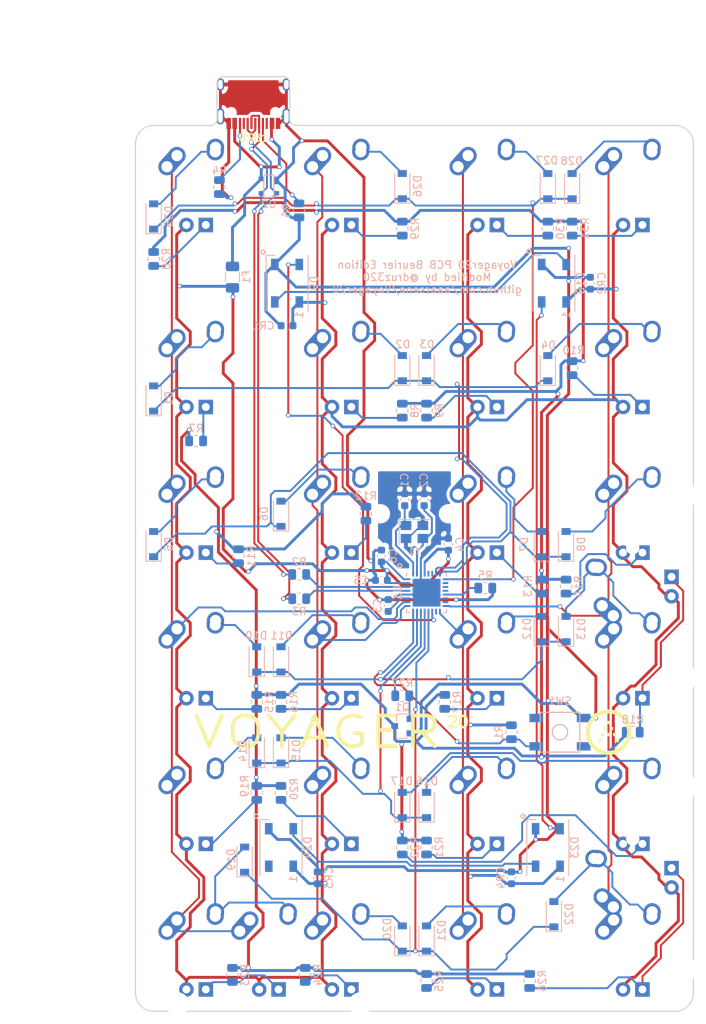
<source format=kicad_pcb>
(kicad_pcb (version 20171130) (host pcbnew "(5.1.10)-1")
  (layers (0 F.Cu signal) (31 B.Cu signal) (34 B.Paste user) (35 F.Paste user) (36 B.SilkS user) (37 F.SilkS user) (38 B.Mask user) (39 F.Mask user) (44 Edge.Cuts user))
  (net 0 "")
  (net 1 "Net-(C1-Pad1)")
  (net 2 GND)
  (net 3 "Net-(C2-Pad1)")
  (net 4 "Net-(C3-Pad1)")
  (net 5 +5V)
  (net 6 ROW0)
  (net 7 ROW1)
  (net 8 ROW2)
  (net 9 ROW3)
  (net 10 VCC)
  (net 11 COL0)
  (net 12 COL1)
  (net 13 COL2)
  (net 14 COL3)
  (net 15 "Net-(R1-Pad2)")
  (net 16 "Net-(R5-Pad2)")
  (net 17 RGBLED)
  (net 18 "Net-(D1-Pad2)")
  (net 19 "Net-(D2-Pad2)")
  (net 20 "Net-(D3-Pad2)")
  (net 21 "Net-(D4-Pad2)")
  (net 22 "Net-(D5-Pad2)")
  (net 23 "Net-(D6-Pad2)")
  (net 24 "Net-(D7-Pad2)")
  (net 25 "Net-(D8-Pad2)")
  (net 26 "Net-(D10-Pad2)")
  (net 27 "Net-(D11-Pad2)")
  (net 28 "Net-(D12-Pad2)")
  (net 29 "Net-(D13-Pad2)")
  (net 30 "Net-(D14-Pad2)")
  (net 31 "Net-(D15-Pad2)")
  (net 32 "Net-(D16-Pad2)")
  (net 33 "Net-(D17-Pad2)")
  (net 34 "Net-(D18-Pad2)")
  (net 35 "Net-(D19-Pad2)")
  (net 36 "Net-(D20-Pad2)")
  (net 37 "Net-(D21-Pad2)")
  (net 38 "Net-(D22-Pad2)")
  (net 39 "Net-(D23-Pad2)")
  (net 40 "Net-(D24-Pad2)")
  (net 41 D-)
  (net 42 "Net-(R2-Pad2)")
  (net 43 D+)
  (net 44 "Net-(R3-Pad1)")
  (net 45 "Net-(R4-Pad1)")
  (net 46 "Net-(R6-Pad1)")
  (net 47 "Net-(U1-Pad6)")
  (net 48 "Net-(U1-Pad5)")
  (net 49 "Net-(USB1-Pad9)")
  (net 50 "Net-(USB1-Pad3)")
  (net 51 "Net-(D18-Pad4)")
  (net 52 ROW4)
  (net 53 "Net-(MX1-Pad4)")
  (net 54 "Net-(MX2-Pad4)")
  (net 55 "Net-(MX3-Pad4)")
  (net 56 "Net-(MX4-Pad4)")
  (net 57 "Net-(MX5-Pad4)")
  (net 58 "Net-(MX6-Pad4)")
  (net 59 "Net-(MX7-Pad4)")
  (net 60 "Net-(MX8-Pad4)")
  (net 61 "Net-(MX9-Pad4)")
  (net 62 "Net-(MX10-Pad4)")
  (net 63 "Net-(MX11-Pad4)")
  (net 64 "Net-(MX13-Pad4)")
  (net 65 "Net-(MX14-Pad4)")
  (net 66 "Net-(MX15-Pad4)")
  (net 67 "Net-(MX16-Pad4)")
  (net 68 "Net-(MX18-Pad4)")
  (net 69 "Net-(MX19-Pad4)")
  (net 70 LEDGND)
  (net 71 "Net-(U1-Pad18)")
  (net 72 "Net-(U1-Pad15)")
  (net 73 "Net-(U1-Pad14)")
  (net 74 "Net-(U1-Pad12)")
  (net 75 "Net-(U1-Pad11)")
  (net 76 "Net-(U1-Pad10)")
  (net 77 "Net-(MX-E-1-Pad4)")
  (net 78 "Net-(MX-E-2-Pad4)")
  (net 79 "Net-(MX-E-3-Pad4)")
  (net 80 "Net-(Q1-Pad1)")
  (net 81 "Net-(R27-Pad2)")
  (net 82 ROWFN)
  (net 83 "Net-(D25-Pad2)")
  (net 84 "Net-(D26-Pad2)")
  (net 85 "Net-(D27-Pad2)")
  (net 86 "Net-(D28-Pad2)")
  (net 87 "Net-(MX21-Pad4)")
  (net 88 "Net-(MX22-Pad4)")
  (net 89 "Net-(MX23-Pad4)")
  (net 90 "Net-(MX24-Pad4)")
  (module Fuse:Fuse_1206_3216Metric (layer B.Cu) (at 52.3875 27.78125 90)
    (fp_text reference F1 (at 0 1.82 90) (layer B.SilkS) (effects (justify mirror)))
    (fp_text value 500mA)
    (pad 2 smd roundrect (at 1.4 0 90) (size 1.25 1.75) (layers B.Cu B.Paste B.Mask) (roundrect_rratio 0.2) (net 10 VCC))
    (pad 1 smd roundrect (at -1.4 0 90) (size 1.25 1.75) (layers B.Cu B.Paste B.Mask) (roundrect_rratio 0.2) (net 5 +5V))
  )
  (module Crystal:Crystal_SMD_3225-4Pin_3.2x2.5mm (layer B.Cu) (at 76.2 61.11875)
    (fp_text reference Y1 (at 0 2.45) (layer B.SilkS) (effects (justify mirror)))
    (fp_text value 16MHz)
    (pad 4 smd rect (at -1.1 0.85) (size 1.4 1.2) (layers B.Cu B.Paste B.Mask) (net 2 GND))
    (pad 3 smd rect (at 1.1 0.85) (size 1.4 1.2) (layers B.Cu B.Paste B.Mask) (net 3 "Net-(C2-Pad1)"))
    (pad 2 smd rect (at 1.1 -0.85) (size 1.4 1.2) (layers B.Cu B.Paste B.Mask) (net 2 GND))
    (pad 1 smd rect (at -1.1 -0.85) (size 1.4 1.2) (layers B.Cu B.Paste B.Mask) (net 1 "Net-(C1-Pad1)"))
  )
  (module Package_DFN_QFN:QFN-32-1EP_5x5mm_P0.5mm_EP3.65x3.65mm (layer B.Cu) (at 77.7875 69.05625 270)
    (fp_text reference U1 (at 0 3.8 90) (layer B.SilkS) (effects (justify mirror)))
    (fp_text value ATmega32U2-AU)
    (pad 33 smd rect (at 0 0 270) (size 3.65 3.65) (layers B.Cu B.Mask))
    (pad 32 smd roundrect (at -1.75 2.475 270) (size 0.25 0.75) (layers B.Cu B.Paste B.Mask) (net 5 +5V))
    (pad 31 smd roundrect (at -1.25 2.475 270) (size 0.25 0.75) (layers B.Cu B.Paste B.Mask) (net 5 +5V))
    (pad 30 smd roundrect (at -0.75 2.475 270) (size 0.25 0.75) (layers B.Cu B.Paste B.Mask) (net 41 D-))
    (pad 29 smd roundrect (at -0.25 2.475 270) (size 0.25 0.75) (layers B.Cu B.Paste B.Mask) (net 43 D+))
    (pad 28 smd roundrect (at 0.25 2.475 270) (size 0.25 0.75) (layers B.Cu B.Paste B.Mask) (net 2 GND))
    (pad 27 smd roundrect (at 0.75 2.475 270) (size 0.25 0.75) (layers B.Cu B.Paste B.Mask) (net 4 "Net-(C3-Pad1)"))
    (pad 26 smd roundrect (at 1.25 2.475 270) (size 0.25 0.75) (layers B.Cu B.Paste B.Mask) (net 11 COL0))
    (pad 25 smd roundrect (at 1.75 2.475 270) (size 0.25 0.75) (layers B.Cu B.Paste B.Mask) (net 12 COL1))
    (pad 24 smd roundrect (at 2.475 1.75 270) (size 0.75 0.25) (layers B.Cu B.Paste B.Mask) (net 15 "Net-(R1-Pad2)"))
    (pad 23 smd roundrect (at 2.475 1.25 270) (size 0.75 0.25) (layers B.Cu B.Paste B.Mask) (net 8 ROW2))
    (pad 22 smd roundrect (at 2.475 0.75 270) (size 0.75 0.25) (layers B.Cu B.Paste B.Mask) (net 9 ROW3))
    (pad 21 smd roundrect (at 2.475 0.25 270) (size 0.75 0.25) (layers B.Cu B.Paste B.Mask) (net 81 "Net-(R27-Pad2)"))
    (pad 20 smd roundrect (at 2.475 -0.25 270) (size 0.75 0.25) (layers B.Cu B.Paste B.Mask) (net 52 ROW4))
    (pad 19 smd roundrect (at 2.475 -0.75 270) (size 0.75 0.25) (layers B.Cu B.Paste B.Mask) (net 17 RGBLED))
    (pad 18 smd roundrect (at 2.475 -1.25 270) (size 0.75 0.25) (layers B.Cu B.Paste B.Mask) (net 71 "Net-(U1-Pad18)"))
    (pad 17 smd roundrect (at 2.475 -1.75 270) (size 0.75 0.25) (layers B.Cu B.Paste B.Mask) (net 13 COL2))
    (pad 16 smd roundrect (at 1.75 -2.475 270) (size 0.25 0.75) (layers B.Cu B.Paste B.Mask) (net 14 COL3))
    (pad 15 smd roundrect (at 1.25 -2.475 270) (size 0.25 0.75) (layers B.Cu B.Paste B.Mask) (net 72 "Net-(U1-Pad15)"))
    (pad 14 smd roundrect (at 0.75 -2.475 270) (size 0.25 0.75) (layers B.Cu B.Paste B.Mask) (net 73 "Net-(U1-Pad14)"))
    (pad 13 smd roundrect (at 0.25 -2.475 270) (size 0.25 0.75) (layers B.Cu B.Paste B.Mask) (net 16 "Net-(R5-Pad2)"))
    (pad 12 smd roundrect (at -0.25 -2.475 270) (size 0.25 0.75) (layers B.Cu B.Paste B.Mask) (net 74 "Net-(U1-Pad12)"))
    (pad 11 smd roundrect (at -0.75 -2.475 270) (size 0.25 0.75) (layers B.Cu B.Paste B.Mask) (net 75 "Net-(U1-Pad11)"))
    (pad 10 smd roundrect (at -1.25 -2.475 270) (size 0.25 0.75) (layers B.Cu B.Paste B.Mask) (net 76 "Net-(U1-Pad10)"))
    (pad 9 smd roundrect (at -1.75 -2.475 270) (size 0.25 0.75) (layers B.Cu B.Paste B.Mask) (net 82 ROWFN))
    (pad 8 smd roundrect (at -2.475 -1.75 270) (size 0.75 0.25) (layers B.Cu B.Paste B.Mask) (net 7 ROW1))
    (pad 7 smd roundrect (at -2.475 -1.25 270) (size 0.75 0.25) (layers B.Cu B.Paste B.Mask) (net 6 ROW0))
    (pad 6 smd roundrect (at -2.475 -0.75 270) (size 0.75 0.25) (layers B.Cu B.Paste B.Mask) (net 47 "Net-(U1-Pad6)"))
    (pad 5 smd roundrect (at -2.475 -0.25 270) (size 0.75 0.25) (layers B.Cu B.Paste B.Mask) (net 48 "Net-(U1-Pad5)"))
    (pad 4 smd roundrect (at -2.475 0.25 270) (size 0.75 0.25) (layers B.Cu B.Paste B.Mask) (net 5 +5V))
    (pad 3 smd roundrect (at -2.475 0.75 270) (size 0.75 0.25) (layers B.Cu B.Paste B.Mask) (net 2 GND))
    (pad 2 smd roundrect (at -2.475 1.25 270) (size 0.75 0.25) (layers B.Cu B.Paste B.Mask) (net 3 "Net-(C2-Pad1)"))
    (pad 1 smd roundrect (at -2.475 1.75 270) (size 0.75 0.25) (layers B.Cu B.Paste B.Mask) (net 1 "Net-(C1-Pad1)"))
  )
  (module Resistor_SMD:R_0805_2012Metric (layer B.Cu) (at 96.8375 21.43125 90)
    (fp_text reference R31 (at 0 1.65 90) (layer B.SilkS) (effects (justify mirror)))
    (fp_text value 1k)
    (pad 2 smd roundrect (at 0.9125 0 90) (size 1.025 1.4) (layers B.Cu B.Paste B.Mask) (roundrect_rratio 0.2439014634146341) (net 70 LEDGND))
    (pad 1 smd roundrect (at -0.9125 0 90) (size 1.025 1.4) (layers B.Cu B.Paste B.Mask) (roundrect_rratio 0.2439014634146341) (net 90 "Net-(MX24-Pad4)"))
  )
  (module Resistor_SMD:R_0805_2012Metric (layer B.Cu) (at 93.6625 21.43125 90)
    (fp_text reference R30 (at 0 1.65 90) (layer B.SilkS) (effects (justify mirror)))
    (fp_text value 1k)
    (pad 2 smd roundrect (at 0.9125 0 90) (size 1.025 1.4) (layers B.Cu B.Paste B.Mask) (roundrect_rratio 0.2439014634146341) (net 70 LEDGND))
    (pad 1 smd roundrect (at -0.9125 0 90) (size 1.025 1.4) (layers B.Cu B.Paste B.Mask) (roundrect_rratio 0.2439014634146341) (net 89 "Net-(MX23-Pad4)"))
  )
  (module Resistor_SMD:R_0805_2012Metric (layer B.Cu) (at 74.6125 21.43125 90)
    (fp_text reference R29 (at 0 1.65 90) (layer B.SilkS) (effects (justify mirror)))
    (fp_text value 1k)
    (pad 2 smd roundrect (at 0.9125 0 90) (size 1.025 1.4) (layers B.Cu B.Paste B.Mask) (roundrect_rratio 0.2439014634146341) (net 70 LEDGND))
    (pad 1 smd roundrect (at -0.9125 0 90) (size 1.025 1.4) (layers B.Cu B.Paste B.Mask) (roundrect_rratio 0.2439014634146341) (net 88 "Net-(MX22-Pad4)"))
  )
  (module Resistor_SMD:R_0805_2012Metric (layer B.Cu) (at 42.06875 25.4 90)
    (fp_text reference R28 (at 0 1.65 90) (layer B.SilkS) (effects (justify mirror)))
    (fp_text value 1k)
    (pad 2 smd roundrect (at 0.9125 0 90) (size 1.025 1.4) (layers B.Cu B.Paste B.Mask) (roundrect_rratio 0.2439014634146341) (net 70 LEDGND))
    (pad 1 smd roundrect (at -0.9125 0 90) (size 1.025 1.4) (layers B.Cu B.Paste B.Mask) (roundrect_rratio 0.2439014634146341) (net 87 "Net-(MX21-Pad4)"))
  )
  (module Resistor_SMD:R_0805_2012Metric (layer B.Cu) (at 74.6125 82.55 180)
    (fp_text reference R27 (at 0 1.65) (layer B.SilkS) (effects (justify mirror)))
    (fp_text value 1k)
    (pad 2 smd roundrect (at 0.9125 0 180) (size 1.025 1.4) (layers B.Cu B.Paste B.Mask) (roundrect_rratio 0.2439014634146341) (net 81 "Net-(R27-Pad2)"))
    (pad 1 smd roundrect (at -0.9125 0 180) (size 1.025 1.4) (layers B.Cu B.Paste B.Mask) (roundrect_rratio 0.2439014634146341) (net 80 "Net-(Q1-Pad1)"))
  )
  (module Resistor_SMD:R_0805_2012Metric (layer B.Cu) (at 91.28125 119.85625 90)
    (fp_text reference R26 (at 0 1.65 90) (layer B.SilkS) (effects (justify mirror)))
    (fp_text value 1k)
    (pad 2 smd roundrect (at 0.9125 0 90) (size 1.025 1.4) (layers B.Cu B.Paste B.Mask) (roundrect_rratio 0.2439014634146341) (net 70 LEDGND))
    (pad 1 smd roundrect (at -0.9125 0 90) (size 1.025 1.4) (layers B.Cu B.Paste B.Mask) (roundrect_rratio 0.2439014634146341) (net 78 "Net-(MX-E-2-Pad4)"))
  )
  (module Resistor_SMD:R_0805_2012Metric (layer B.Cu) (at 77.7875 119.85625 90)
    (fp_text reference R25 (at 0 1.65 90) (layer B.SilkS) (effects (justify mirror)))
    (fp_text value 1k)
    (pad 2 smd roundrect (at 0.9125 0 90) (size 1.025 1.4) (layers B.Cu B.Paste B.Mask) (roundrect_rratio 0.2439014634146341) (net 70 LEDGND))
    (pad 1 smd roundrect (at -0.9125 0 90) (size 1.025 1.4) (layers B.Cu B.Paste B.Mask) (roundrect_rratio 0.2439014634146341) (net 69 "Net-(MX19-Pad4)"))
  )
  (module Resistor_SMD:R_0805_2012Metric (layer B.Cu) (at 61.9125 119.0625 90)
    (fp_text reference R24 (at 0 1.65 90) (layer B.SilkS) (effects (justify mirror)))
    (fp_text value 1k)
    (pad 2 smd roundrect (at 0.9125 0 90) (size 1.025 1.4) (layers B.Cu B.Paste B.Mask) (roundrect_rratio 0.2439014634146341) (net 70 LEDGND))
    (pad 1 smd roundrect (at -0.9125 0 90) (size 1.025 1.4) (layers B.Cu B.Paste B.Mask) (roundrect_rratio 0.2439014634146341) (net 68 "Net-(MX18-Pad4)"))
  )
  (module Resistor_SMD:R_0805_2012Metric (layer B.Cu) (at 52.3875 119.0625 90)
    (fp_text reference R23 (at 0 1.65 90) (layer B.SilkS) (effects (justify mirror)))
    (fp_text value 1k)
    (pad 2 smd roundrect (at 0.9125 0 90) (size 1.025 1.4) (layers B.Cu B.Paste B.Mask) (roundrect_rratio 0.2439014634146341) (net 70 LEDGND))
    (pad 1 smd roundrect (at -0.9125 0 90) (size 1.025 1.4) (layers B.Cu B.Paste B.Mask) (roundrect_rratio 0.2439014634146341) (net 79 "Net-(MX-E-3-Pad4)"))
  )
  (module Resistor_SMD:R_0805_2012Metric (layer B.Cu) (at 74.6125 102.39375 90)
    (fp_text reference R22 (at 0 1.65 90) (layer B.SilkS) (effects (justify mirror)))
    (fp_text value 1k)
    (pad 2 smd roundrect (at 0.9125 0 90) (size 1.025 1.4) (layers B.Cu B.Paste B.Mask) (roundrect_rratio 0.2439014634146341) (net 70 LEDGND))
    (pad 1 smd roundrect (at -0.9125 0 90) (size 1.025 1.4) (layers B.Cu B.Paste B.Mask) (roundrect_rratio 0.2439014634146341) (net 67 "Net-(MX16-Pad4)"))
  )
  (module Resistor_SMD:R_0805_2012Metric (layer B.Cu) (at 77.7875 102.39375 90)
    (fp_text reference R21 (at 0 1.65 90) (layer B.SilkS) (effects (justify mirror)))
    (fp_text value 1k)
    (pad 2 smd roundrect (at 0.9125 0 90) (size 1.025 1.4) (layers B.Cu B.Paste B.Mask) (roundrect_rratio 0.2439014634146341) (net 70 LEDGND))
    (pad 1 smd roundrect (at -0.9125 0 90) (size 1.025 1.4) (layers B.Cu B.Paste B.Mask) (roundrect_rratio 0.2439014634146341) (net 66 "Net-(MX15-Pad4)"))
  )
  (module Resistor_SMD:R_0805_2012Metric (layer B.Cu) (at 58.7375 95.25 90)
    (fp_text reference R20 (at 0.508 1.7145 90) (layer B.SilkS) (effects (justify mirror)))
    (fp_text value 1k)
    (pad 2 smd roundrect (at 0.9125 0 90) (size 1.025 1.4) (layers B.Cu B.Paste B.Mask) (roundrect_rratio 0.2439014634146341) (net 70 LEDGND))
    (pad 1 smd roundrect (at -0.9125 0 90) (size 1.025 1.4) (layers B.Cu B.Paste B.Mask) (roundrect_rratio 0.2439014634146341) (net 65 "Net-(MX14-Pad4)"))
  )
  (module Resistor_SMD:R_0805_2012Metric (layer B.Cu) (at 55.5625 95.25 90)
    (fp_text reference R19 (at 0.889 -1.5875 90) (layer B.SilkS) (effects (justify mirror)))
    (fp_text value 1k)
    (pad 2 smd roundrect (at 0.9125 0 90) (size 1.025 1.4) (layers B.Cu B.Paste B.Mask) (roundrect_rratio 0.2439014634146341) (net 70 LEDGND))
    (pad 1 smd roundrect (at -0.9125 0 90) (size 1.025 1.4) (layers B.Cu B.Paste B.Mask) (roundrect_rratio 0.2439014634146341) (net 64 "Net-(MX13-Pad4)"))
  )
  (module Resistor_SMD:R_0805_2012Metric (layer B.Cu) (at 104.775 87.3125 180)
    (fp_text reference R18 (at 0 1.65) (layer B.SilkS) (effects (justify mirror)))
    (fp_text value 1k)
    (pad 2 smd roundrect (at 0.9125 0 180) (size 1.025 1.4) (layers B.Cu B.Paste B.Mask) (roundrect_rratio 0.2439014634146341) (net 70 LEDGND))
    (pad 1 smd roundrect (at -0.9125 0 180) (size 1.025 1.4) (layers B.Cu B.Paste B.Mask) (roundrect_rratio 0.2439014634146341) (net 77 "Net-(MX-E-1-Pad4)"))
  )
  (module Resistor_SMD:R_0805_2012Metric (layer B.Cu) (at 80.16875 83.34375 90)
    (fp_text reference R17 (at 0 1.65 90) (layer B.SilkS) (effects (justify mirror)))
    (fp_text value 1k)
    (pad 2 smd roundrect (at 0.9125 0 90) (size 1.025 1.4) (layers B.Cu B.Paste B.Mask) (roundrect_rratio 0.2439014634146341) (net 70 LEDGND))
    (pad 1 smd roundrect (at -0.9125 0 90) (size 1.025 1.4) (layers B.Cu B.Paste B.Mask) (roundrect_rratio 0.2439014634146341) (net 63 "Net-(MX11-Pad4)"))
  )
  (module Resistor_SMD:R_0805_2012Metric (layer B.Cu) (at 58.7375 83.34375 90)
    (fp_text reference R16 (at 0 1.65 90) (layer B.SilkS) (effects (justify mirror)))
    (fp_text value 1k)
    (pad 2 smd roundrect (at 0.9125 0 90) (size 1.025 1.4) (layers B.Cu B.Paste B.Mask) (roundrect_rratio 0.2439014634146341) (net 70 LEDGND))
    (pad 1 smd roundrect (at -0.9125 0 90) (size 1.025 1.4) (layers B.Cu B.Paste B.Mask) (roundrect_rratio 0.2439014634146341) (net 62 "Net-(MX10-Pad4)"))
  )
  (module Resistor_SMD:R_0805_2012Metric (layer B.Cu) (at 55.5625 83.34375 90)
    (fp_text reference R15 (at 0 1.65 90) (layer B.SilkS) (effects (justify mirror)))
    (fp_text value 1k)
    (pad 2 smd roundrect (at 0.9125 0 90) (size 1.025 1.4) (layers B.Cu B.Paste B.Mask) (roundrect_rratio 0.2439014634146341) (net 70 LEDGND))
    (pad 1 smd roundrect (at -0.9125 0 90) (size 1.025 1.4) (layers B.Cu B.Paste B.Mask) (roundrect_rratio 0.2439014634146341) (net 61 "Net-(MX9-Pad4)"))
  )
  (module Resistor_SMD:R_0805_2012Metric (layer B.Cu) (at 96.04375 68.2625 90)
    (fp_text reference R14 (at 0 1.65 90) (layer B.SilkS) (effects (justify mirror)))
    (fp_text value 1k)
    (pad 2 smd roundrect (at 0.9125 0 90) (size 1.025 1.4) (layers B.Cu B.Paste B.Mask) (roundrect_rratio 0.2439014634146341) (net 70 LEDGND))
    (pad 1 smd roundrect (at -0.9125 0 90) (size 1.025 1.4) (layers B.Cu B.Paste B.Mask) (roundrect_rratio 0.2439014634146341) (net 60 "Net-(MX8-Pad4)"))
  )
  (module Resistor_SMD:R_0805_2012Metric (layer B.Cu) (at 92.86875 68.2625 90)
    (fp_text reference R13 (at 0.0635 -1.80975 90) (layer B.SilkS) (effects (justify mirror)))
    (fp_text value 1k)
    (pad 2 smd roundrect (at 0.9125 0 90) (size 1.025 1.4) (layers B.Cu B.Paste B.Mask) (roundrect_rratio 0.2439014634146341) (net 70 LEDGND))
    (pad 1 smd roundrect (at -0.9125 0 90) (size 1.025 1.4) (layers B.Cu B.Paste B.Mask) (roundrect_rratio 0.2439014634146341) (net 59 "Net-(MX7-Pad4)"))
  )
  (module Resistor_SMD:R_0805_2012Metric (layer B.Cu) (at 69.85 58.7375 90)
    (fp_text reference R12 (at 2.3495 0 180) (layer B.SilkS) (effects (justify mirror)))
    (fp_text value 1k)
    (pad 2 smd roundrect (at 0.9125 0 90) (size 1.025 1.4) (layers B.Cu B.Paste B.Mask) (roundrect_rratio 0.2439014634146341) (net 70 LEDGND))
    (pad 1 smd roundrect (at -0.9125 0 90) (size 1.025 1.4) (layers B.Cu B.Paste B.Mask) (roundrect_rratio 0.2439014634146341) (net 58 "Net-(MX6-Pad4)"))
  )
  (module Resistor_SMD:R_0805_2012Metric (layer B.Cu) (at 53.18125 64.29375 90)
    (fp_text reference R11 (at 0 1.65 90) (layer B.SilkS) (effects (justify mirror)))
    (fp_text value 1k)
    (pad 2 smd roundrect (at 0.9125 0 90) (size 1.025 1.4) (layers B.Cu B.Paste B.Mask) (roundrect_rratio 0.2439014634146341) (net 70 LEDGND))
    (pad 1 smd roundrect (at -0.9125 0 90) (size 1.025 1.4) (layers B.Cu B.Paste B.Mask) (roundrect_rratio 0.2439014634146341) (net 57 "Net-(MX5-Pad4)"))
  )
  (module Resistor_SMD:R_0805_2012Metric (layer B.Cu) (at 96.8375 39.6875 90)
    (fp_text reference R10 (at 2.3495 0.1905 180) (layer B.SilkS) (effects (justify mirror)))
    (fp_text value 1k)
    (pad 2 smd roundrect (at 0.9125 0 90) (size 1.025 1.4) (layers B.Cu B.Paste B.Mask) (roundrect_rratio 0.2439014634146341) (net 70 LEDGND))
    (pad 1 smd roundrect (at -0.9125 0 90) (size 1.025 1.4) (layers B.Cu B.Paste B.Mask) (roundrect_rratio 0.2439014634146341) (net 56 "Net-(MX4-Pad4)"))
  )
  (module Resistor_SMD:R_0805_2012Metric (layer B.Cu) (at 77.7875 45.24375 90)
    (fp_text reference R9 (at 0 1.65 90) (layer B.SilkS) (effects (justify mirror)))
    (fp_text value 1k)
    (pad 2 smd roundrect (at 0.9125 0 90) (size 1.025 1.4) (layers B.Cu B.Paste B.Mask) (roundrect_rratio 0.2439014634146341) (net 70 LEDGND))
    (pad 1 smd roundrect (at -0.9125 0 90) (size 1.025 1.4) (layers B.Cu B.Paste B.Mask) (roundrect_rratio 0.2439014634146341) (net 55 "Net-(MX3-Pad4)"))
  )
  (module Resistor_SMD:R_0805_2012Metric (layer B.Cu) (at 74.6125 45.24375 90)
    (fp_text reference R8 (at 0 1.65 90) (layer B.SilkS) (effects (justify mirror)))
    (fp_text value 1k)
    (pad 2 smd roundrect (at 0.9125 0 90) (size 1.025 1.4) (layers B.Cu B.Paste B.Mask) (roundrect_rratio 0.2439014634146341) (net 70 LEDGND))
    (pad 1 smd roundrect (at -0.9125 0 90) (size 1.025 1.4) (layers B.Cu B.Paste B.Mask) (roundrect_rratio 0.2439014634146341) (net 54 "Net-(MX2-Pad4)"))
  )
  (module Resistor_SMD:R_0805_2012Metric (layer B.Cu) (at 47.625 49.2125 180)
    (fp_text reference R7 (at 0 1.65) (layer B.SilkS) (effects (justify mirror)))
    (fp_text value 1k)
    (pad 2 smd roundrect (at 0.9125 0 180) (size 1.025 1.4) (layers B.Cu B.Paste B.Mask) (roundrect_rratio 0.2439014634146341) (net 70 LEDGND))
    (pad 1 smd roundrect (at -0.9125 0 180) (size 1.025 1.4) (layers B.Cu B.Paste B.Mask) (roundrect_rratio 0.2439014634146341) (net 53 "Net-(MX1-Pad4)"))
  )
  (module Resistor_SMD:R_0805_2012Metric (layer B.Cu) (at 61.087 19.05 270)
    (fp_text reference R6 (at 0 1.651 270) (layer B.SilkS) (effects (justify mirror)))
    (fp_text value 5.1k)
    (pad 2 smd roundrect (at 0.9125 0 270) (size 1.025 1.4) (layers B.Cu B.Paste B.Mask) (roundrect_rratio 0.2439014634146341) (net 2 GND))
    (pad 1 smd roundrect (at -0.9125 0 270) (size 1.025 1.4) (layers B.Cu B.Paste B.Mask) (roundrect_rratio 0.2439014634146341) (net 46 "Net-(R6-Pad1)"))
  )
  (module Resistor_SMD:R_0805_2012Metric (layer B.Cu) (at 85.471 68.453 180)
    (fp_text reference R5 (at 0 1.65) (layer B.SilkS) (effects (justify mirror)))
    (fp_text value 10k)
    (pad 2 smd roundrect (at 0.9125 0 180) (size 1.025 1.4) (layers B.Cu B.Paste B.Mask) (roundrect_rratio 0.2439014634146341) (net 16 "Net-(R5-Pad2)"))
    (pad 1 smd roundrect (at -0.9125 0 180) (size 1.025 1.4) (layers B.Cu B.Paste B.Mask) (roundrect_rratio 0.2439014634146341) (net 2 GND))
  )
  (module Resistor_SMD:R_0805_2012Metric (layer B.Cu) (at 50.673 16.002 270)
    (fp_text reference R4 (at -2.159 0 180) (layer B.SilkS) (effects (justify mirror)))
    (fp_text value 5.1k)
    (pad 2 smd roundrect (at 0.9125 0 270) (size 1.025 1.4) (layers B.Cu B.Paste B.Mask) (roundrect_rratio 0.2439014634146341) (net 2 GND))
    (pad 1 smd roundrect (at -0.9125 0 270) (size 1.025 1.4) (layers B.Cu B.Paste B.Mask) (roundrect_rratio 0.2439014634146341) (net 45 "Net-(R4-Pad1)"))
  )
  (module Resistor_SMD:R_0805_2012Metric (layer B.Cu) (at 61.11875 69.85)
    (fp_text reference R3 (at 0 1.65) (layer B.SilkS) (effects (justify mirror)))
    (fp_text value 22)
    (pad 2 smd roundrect (at 0.9125 0) (size 1.025 1.4) (layers B.Cu B.Paste B.Mask) (roundrect_rratio 0.2439014634146341) (net 43 D+))
    (pad 1 smd roundrect (at -0.9125 0) (size 1.025 1.4) (layers B.Cu B.Paste B.Mask) (roundrect_rratio 0.2439014634146341) (net 44 "Net-(R3-Pad1)"))
  )
  (module Resistor_SMD:R_0805_2012Metric (layer B.Cu) (at 61.11875 66.675 180)
    (fp_text reference R2 (at 0 1.65) (layer B.SilkS) (effects (justify mirror)))
    (fp_text value 22)
    (pad 2 smd roundrect (at 0.9125 0 180) (size 1.025 1.4) (layers B.Cu B.Paste B.Mask) (roundrect_rratio 0.2439014634146341) (net 42 "Net-(R2-Pad2)"))
    (pad 1 smd roundrect (at -0.9125 0 180) (size 1.025 1.4) (layers B.Cu B.Paste B.Mask) (roundrect_rratio 0.2439014634146341) (net 41 D-))
  )
  (module Resistor_SMD:R_0805_2012Metric (layer B.Cu) (at 88.9 87.3125 270)
    (fp_text reference R1 (at 0 1.65 90) (layer B.SilkS) (effects (justify mirror)))
    (fp_text value 10k)
    (pad 2 smd roundrect (at 0.9125 0 270) (size 1.025 1.4) (layers B.Cu B.Paste B.Mask) (roundrect_rratio 0.2439014634146341) (net 15 "Net-(R1-Pad2)"))
    (pad 1 smd roundrect (at -0.9125 0 270) (size 1.025 1.4) (layers B.Cu B.Paste B.Mask) (roundrect_rratio 0.2439014634146341) (net 5 +5V))
  )
  (module Package_TO_SOT_SMD:SOT-23 (layer B.Cu) (at 74.6125 86.51875 180)
    (fp_text reference Q1 (at 0 2.5) (layer B.SilkS) (effects (justify mirror)))
    (fp_text value Q_NPN_BEC)
    (pad 3 smd rect (at 1 0 180) (size 0.9 0.8) (layers B.Cu B.Paste B.Mask) (net 70 LEDGND))
    (pad 2 smd rect (at -1 -0.95 180) (size 0.9 0.8) (layers B.Cu B.Paste B.Mask) (net 2 GND))
    (pad 1 smd rect (at -1 0.95 180) (size 0.9 0.8) (layers B.Cu B.Paste B.Mask) (net 80 "Net-(Q1-Pad1)"))
  )
  (module Diode_SMD:D_SOD-123 (layer B.Cu) (at 96.8375 15.875 90)
    (fp_text reference D28 (at 3.302 -0.0635 180) (layer B.SilkS) (effects (justify mirror)))
    (fp_text value SOD-123)
    (pad 2 smd rect (at 1.65 0 90) (size 0.9 1.2) (layers B.Cu B.Paste B.Mask) (net 86 "Net-(D28-Pad2)"))
    (pad 1 smd rect (at -1.65 0 90) (size 0.9 1.2) (layers B.Cu B.Paste B.Mask) (net 82 ROWFN))
  )
  (module Diode_SMD:D_SOD-123 (layer B.Cu) (at 93.6625 15.875 90)
    (fp_text reference D27 (at 3.3655 -0.127 180) (layer B.SilkS) (effects (justify mirror)))
    (fp_text value SOD-123)
    (pad 2 smd rect (at 1.65 0 90) (size 0.9 1.2) (layers B.Cu B.Paste B.Mask) (net 85 "Net-(D27-Pad2)"))
    (pad 1 smd rect (at -1.65 0 90) (size 0.9 1.2) (layers B.Cu B.Paste B.Mask) (net 82 ROWFN))
  )
  (module Diode_SMD:D_SOD-123 (layer B.Cu) (at 74.6125 15.875 90)
    (fp_text reference D26 (at 0 2 90) (layer B.SilkS) (effects (justify mirror)))
    (fp_text value SOD-123)
    (pad 2 smd rect (at 1.65 0 90) (size 0.9 1.2) (layers B.Cu B.Paste B.Mask) (net 84 "Net-(D26-Pad2)"))
    (pad 1 smd rect (at -1.65 0 90) (size 0.9 1.2) (layers B.Cu B.Paste B.Mask) (net 82 ROWFN))
  )
  (module Diode_SMD:D_SOD-123 (layer B.Cu) (at 42.06875 19.84375 90)
    (fp_text reference D25 (at 0 2 90) (layer B.SilkS) (effects (justify mirror)))
    (fp_text value SOD-123)
    (pad 2 smd rect (at 1.65 0 90) (size 0.9 1.2) (layers B.Cu B.Paste B.Mask) (net 83 "Net-(D25-Pad2)"))
    (pad 1 smd rect (at -1.65 0 90) (size 0.9 1.2) (layers B.Cu B.Paste B.Mask) (net 82 ROWFN))
  )
  (module LED_SMD:LED_WS2812B_PLCC4_5.0x5.0mm_P3.2mm (layer B.Cu) (at 58.7375 102.39375 90)
    (fp_text reference D24 (at 0 3.5 90) (layer B.SilkS) (effects (justify mirror)))
    (fp_text value WS2812B)
    (fp_text user 1 (at -4.15 1.6 90) (layer B.SilkS) (effects (justify mirror)))
    (pad 1 smd rect (at -2.45 1.6 90) (size 1.5 1) (layers B.Cu B.Paste B.Mask) (net 5 +5V))
    (pad 2 smd rect (at -2.45 -1.6 90) (size 1.5 1) (layers B.Cu B.Paste B.Mask) (net 40 "Net-(D24-Pad2)"))
    (pad 4 smd rect (at 2.45 1.6 90) (size 1.5 1) (layers B.Cu B.Paste B.Mask) (net 39 "Net-(D23-Pad2)"))
    (pad 3 smd rect (at 2.45 -1.6 90) (size 1.5 1) (layers B.Cu B.Paste B.Mask) (net 2 GND))
  )
  (module LED_SMD:LED_WS2812B_PLCC4_5.0x5.0mm_P3.2mm (layer B.Cu) (at 93.6625 102.39375 90)
    (fp_text reference D23 (at 0 3.5 90) (layer B.SilkS) (effects (justify mirror)))
    (fp_text value WS2812B)
    (fp_text user 1 (at -4.15 1.6 90) (layer B.SilkS) (effects (justify mirror)))
    (pad 1 smd rect (at -2.45 1.6 90) (size 1.5 1) (layers B.Cu B.Paste B.Mask) (net 5 +5V))
    (pad 2 smd rect (at -2.45 -1.6 90) (size 1.5 1) (layers B.Cu B.Paste B.Mask) (net 39 "Net-(D23-Pad2)"))
    (pad 4 smd rect (at 2.45 1.6 90) (size 1.5 1) (layers B.Cu B.Paste B.Mask) (net 34 "Net-(D18-Pad2)"))
    (pad 3 smd rect (at 2.45 -1.6 90) (size 1.5 1) (layers B.Cu B.Paste B.Mask) (net 2 GND))
  )
  (module Diode_SMD:D_SOD-123 (layer B.Cu) (at 94.45625 111.125 90)
    (fp_text reference D22 (at 0 2 90) (layer B.SilkS) (effects (justify mirror)))
    (fp_text value SOD-123)
    (pad 2 smd rect (at 1.65 0 90) (size 0.9 1.2) (layers B.Cu B.Paste B.Mask) (net 38 "Net-(D22-Pad2)"))
    (pad 1 smd rect (at -1.65 0 90) (size 0.9 1.2) (layers B.Cu B.Paste B.Mask) (net 52 ROW4))
  )
  (module Diode_SMD:D_SOD-123 (layer B.Cu) (at 77.7875 114.3 90)
    (fp_text reference D21 (at 1.016 1.9685 90) (layer B.SilkS) (effects (justify mirror)))
    (fp_text value SOD-123)
    (pad 2 smd rect (at 1.65 0 90) (size 0.9 1.2) (layers B.Cu B.Paste B.Mask) (net 37 "Net-(D21-Pad2)"))
    (pad 1 smd rect (at -1.65 0 90) (size 0.9 1.2) (layers B.Cu B.Paste B.Mask) (net 52 ROW4))
  )
  (module Diode_SMD:D_SOD-123 (layer B.Cu) (at 74.6125 114.3 90)
    (fp_text reference D20 (at 1.27 -1.9685 90) (layer B.SilkS) (effects (justify mirror)))
    (fp_text value SOD-123)
    (pad 2 smd rect (at 1.65 0 90) (size 0.9 1.2) (layers B.Cu B.Paste B.Mask) (net 36 "Net-(D20-Pad2)"))
    (pad 1 smd rect (at -1.65 0 90) (size 0.9 1.2) (layers B.Cu B.Paste B.Mask) (net 52 ROW4))
  )
  (module Diode_SMD:D_SOD-123 (layer B.Cu) (at 53.975 103.98125 90)
    (fp_text reference D19 (at 0 -1.778 90) (layer B.SilkS) (effects (justify mirror)))
    (fp_text value SOD-123)
    (pad 2 smd rect (at 1.65 0 90) (size 0.9 1.2) (layers B.Cu B.Paste B.Mask) (net 35 "Net-(D19-Pad2)"))
    (pad 1 smd rect (at -1.65 0 90) (size 0.9 1.2) (layers B.Cu B.Paste B.Mask) (net 52 ROW4))
  )
  (module LED_SMD:LED_WS2812B_PLCC4_5.0x5.0mm_P3.2mm (layer B.Cu) (at 94.45625 28.575 90)
    (fp_text reference D18 (at 0 3.5 90) (layer B.SilkS) (effects (justify mirror)))
    (fp_text value WS2812B)
    (fp_text user 1 (at -4.15 1.6 90) (layer B.SilkS) (effects (justify mirror)))
    (pad 1 smd rect (at -2.45 1.6 90) (size 1.5 1) (layers B.Cu B.Paste B.Mask) (net 5 +5V))
    (pad 2 smd rect (at -2.45 -1.6 90) (size 1.5 1) (layers B.Cu B.Paste B.Mask) (net 34 "Net-(D18-Pad2)"))
    (pad 4 smd rect (at 2.45 1.6 90) (size 1.5 1) (layers B.Cu B.Paste B.Mask) (net 51 "Net-(D18-Pad4)"))
    (pad 3 smd rect (at 2.45 -1.6 90) (size 1.5 1) (layers B.Cu B.Paste B.Mask) (net 2 GND))
  )
  (module Diode_SMD:D_SOD-123 (layer B.Cu) (at 74.6125 96.8375 90)
    (fp_text reference D17 (at 3.1115 -0.0635 180) (layer B.SilkS) (effects (justify mirror)))
    (fp_text value SOD-123)
    (pad 2 smd rect (at 1.65 0 90) (size 0.9 1.2) (layers B.Cu B.Paste B.Mask) (net 33 "Net-(D17-Pad2)"))
    (pad 1 smd rect (at -1.65 0 90) (size 0.9 1.2) (layers B.Cu B.Paste B.Mask) (net 9 ROW3))
  )
  (module Diode_SMD:D_SOD-123 (layer B.Cu) (at 77.7875 96.8375 90)
    (fp_text reference D16 (at 3.1115 0.0635 180) (layer B.SilkS) (effects (justify mirror)))
    (fp_text value SOD-123)
    (pad 2 smd rect (at 1.65 0 90) (size 0.9 1.2) (layers B.Cu B.Paste B.Mask) (net 32 "Net-(D16-Pad2)"))
    (pad 1 smd rect (at -1.65 0 90) (size 0.9 1.2) (layers B.Cu B.Paste B.Mask) (net 9 ROW3))
  )
  (module Diode_SMD:D_SOD-123 (layer B.Cu) (at 58.7375 89.69375 90)
    (fp_text reference D15 (at 0 2 90) (layer B.SilkS) (effects (justify mirror)))
    (fp_text value SOD-123)
    (pad 2 smd rect (at 1.65 0 90) (size 0.9 1.2) (layers B.Cu B.Paste B.Mask) (net 31 "Net-(D15-Pad2)"))
    (pad 1 smd rect (at -1.65 0 90) (size 0.9 1.2) (layers B.Cu B.Paste B.Mask) (net 9 ROW3))
  )
  (module Diode_SMD:D_SOD-123 (layer B.Cu) (at 55.5625 89.69375 90)
    (fp_text reference D14 (at -0.09525 -1.8415 90) (layer B.SilkS) (effects (justify mirror)))
    (fp_text value SOD-123)
    (pad 2 smd rect (at 1.65 0 90) (size 0.9 1.2) (layers B.Cu B.Paste B.Mask) (net 30 "Net-(D14-Pad2)"))
    (pad 1 smd rect (at -1.65 0 90) (size 0.9 1.2) (layers B.Cu B.Paste B.Mask) (net 9 ROW3))
  )
  (module Diode_SMD:D_SOD-123 (layer B.Cu) (at 96.04375 73.81875 90)
    (fp_text reference D13 (at 0 2 90) (layer B.SilkS) (effects (justify mirror)))
    (fp_text value SOD-123)
    (pad 2 smd rect (at 1.65 0 90) (size 0.9 1.2) (layers B.Cu B.Paste B.Mask) (net 29 "Net-(D13-Pad2)"))
    (pad 1 smd rect (at -1.65 0 90) (size 0.9 1.2) (layers B.Cu B.Paste B.Mask) (net 8 ROW2))
  )
  (module Diode_SMD:D_SOD-123 (layer B.Cu) (at 92.86875 73.81875 90)
    (fp_text reference D12 (at 0.03175 -1.93675 90) (layer B.SilkS) (effects (justify mirror)))
    (fp_text value SOD-123)
    (pad 2 smd rect (at 1.65 0 90) (size 0.9 1.2) (layers B.Cu B.Paste B.Mask) (net 28 "Net-(D12-Pad2)"))
    (pad 1 smd rect (at -1.65 0 90) (size 0.9 1.2) (layers B.Cu B.Paste B.Mask) (net 8 ROW2))
  )
  (module Diode_SMD:D_SOD-123 (layer B.Cu) (at 58.7375 77.7875 90)
    (fp_text reference D11 (at 3.1115 0.0635 180) (layer B.SilkS) (effects (justify mirror)))
    (fp_text value SOD-123)
    (pad 2 smd rect (at 1.65 0 90) (size 0.9 1.2) (layers B.Cu B.Paste B.Mask) (net 27 "Net-(D11-Pad2)"))
    (pad 1 smd rect (at -1.65 0 90) (size 0.9 1.2) (layers B.Cu B.Paste B.Mask) (net 8 ROW2))
  )
  (module Diode_SMD:D_SOD-123 (layer B.Cu) (at 55.5625 77.7875 90)
    (fp_text reference D10 (at 3.1115 -0.0635 180) (layer B.SilkS) (effects (justify mirror)))
    (fp_text value SOD-123)
    (pad 2 smd rect (at 1.65 0 90) (size 0.9 1.2) (layers B.Cu B.Paste B.Mask) (net 26 "Net-(D10-Pad2)"))
    (pad 1 smd rect (at -1.65 0 90) (size 0.9 1.2) (layers B.Cu B.Paste B.Mask) (net 8 ROW2))
  )
  (module LED_SMD:LED_WS2812B_PLCC4_5.0x5.0mm_P3.2mm (layer B.Cu) (at 59.53125 28.575 90)
    (fp_text reference D9 (at 0 3.5 90) (layer B.SilkS) (effects (justify mirror)))
    (fp_text value WS2812B)
    (fp_text user 1 (at -4.15 1.6 90) (layer B.SilkS) (effects (justify mirror)))
    (pad 1 smd rect (at -2.45 1.6 90) (size 1.5 1) (layers B.Cu B.Paste B.Mask) (net 5 +5V))
    (pad 2 smd rect (at -2.45 -1.6 90) (size 1.5 1) (layers B.Cu B.Paste B.Mask) (net 51 "Net-(D18-Pad4)"))
    (pad 4 smd rect (at 2.45 1.6 90) (size 1.5 1) (layers B.Cu B.Paste B.Mask) (net 17 RGBLED))
    (pad 3 smd rect (at 2.45 -1.6 90) (size 1.5 1) (layers B.Cu B.Paste B.Mask) (net 2 GND))
  )
  (module Diode_SMD:D_SOD-123 (layer B.Cu) (at 96.04375 62.70625 90)
    (fp_text reference D8 (at 0 2 90) (layer B.SilkS) (effects (justify mirror)))
    (fp_text value SOD-123)
    (pad 2 smd rect (at 1.65 0 90) (size 0.9 1.2) (layers B.Cu B.Paste B.Mask) (net 25 "Net-(D8-Pad2)"))
    (pad 1 smd rect (at -1.65 0 90) (size 0.9 1.2) (layers B.Cu B.Paste B.Mask) (net 7 ROW1))
  )
  (module Diode_SMD:D_SOD-123 (layer B.Cu) (at 92.86875 62.70625 90)
    (fp_text reference D7 (at -0.03175 -2.31775 90) (layer B.SilkS) (effects (justify mirror)))
    (fp_text value SOD-123)
    (pad 2 smd rect (at 1.65 0 90) (size 0.9 1.2) (layers B.Cu B.Paste B.Mask) (net 24 "Net-(D7-Pad2)"))
    (pad 1 smd rect (at -1.65 0 90) (size 0.9 1.2) (layers B.Cu B.Paste B.Mask) (net 7 ROW1))
  )
  (module Diode_SMD:D_SOD-123 (layer B.Cu) (at 58.7375 58.7375 90)
    (fp_text reference D6 (at 0 -2.2225 90) (layer B.SilkS) (effects (justify mirror)))
    (fp_text value SOD-123)
    (pad 2 smd rect (at 1.65 0 90) (size 0.9 1.2) (layers B.Cu B.Paste B.Mask) (net 23 "Net-(D6-Pad2)"))
    (pad 1 smd rect (at -1.65 0 90) (size 0.9 1.2) (layers B.Cu B.Paste B.Mask) (net 7 ROW1))
  )
  (module Diode_SMD:D_SOD-123 (layer B.Cu) (at 42.06875 62.70625 90)
    (fp_text reference D5 (at 0 2 90) (layer B.SilkS) (effects (justify mirror)))
    (fp_text value SOD-123)
    (pad 2 smd rect (at 1.65 0 90) (size 0.9 1.2) (layers B.Cu B.Paste B.Mask) (net 22 "Net-(D5-Pad2)"))
    (pad 1 smd rect (at -1.65 0 90) (size 0.9 1.2) (layers B.Cu B.Paste B.Mask) (net 7 ROW1))
  )
  (module Diode_SMD:D_SOD-123 (layer B.Cu) (at 93.6625 39.6875 90)
    (fp_text reference D4 (at 2.9845 0.0635 180) (layer B.SilkS) (effects (justify mirror)))
    (fp_text value SOD-123)
    (pad 2 smd rect (at 1.65 0 90) (size 0.9 1.2) (layers B.Cu B.Paste B.Mask) (net 21 "Net-(D4-Pad2)"))
    (pad 1 smd rect (at -1.65 0 90) (size 0.9 1.2) (layers B.Cu B.Paste B.Mask) (net 6 ROW0))
  )
  (module Diode_SMD:D_SOD-123 (layer B.Cu) (at 77.7875 39.6875 90)
    (fp_text reference D3 (at 3.1115 0.0635 180) (layer B.SilkS) (effects (justify mirror)))
    (fp_text value SOD-123)
    (pad 2 smd rect (at 1.65 0 90) (size 0.9 1.2) (layers B.Cu B.Paste B.Mask) (net 20 "Net-(D3-Pad2)"))
    (pad 1 smd rect (at -1.65 0 90) (size 0.9 1.2) (layers B.Cu B.Paste B.Mask) (net 6 ROW0))
  )
  (module Diode_SMD:D_SOD-123 (layer B.Cu) (at 74.6125 39.6875 90)
    (fp_text reference D2 (at 3.1115 0.0635 180) (layer B.SilkS) (effects (justify mirror)))
    (fp_text value SOD-123)
    (pad 2 smd rect (at 1.65 0 90) (size 0.9 1.2) (layers B.Cu B.Paste B.Mask) (net 19 "Net-(D2-Pad2)"))
    (pad 1 smd rect (at -1.65 0 90) (size 0.9 1.2) (layers B.Cu B.Paste B.Mask) (net 6 ROW0))
  )
  (module Diode_SMD:D_SOD-123 (layer B.Cu) (at 42.06875 43.65625 90)
    (fp_text reference D1 (at 0 2 90) (layer B.SilkS) (effects (justify mirror)))
    (fp_text value SOD-123)
    (pad 2 smd rect (at 1.65 0 90) (size 0.9 1.2) (layers B.Cu B.Paste B.Mask) (net 18 "Net-(D1-Pad2)"))
    (pad 1 smd rect (at -1.65 0 90) (size 0.9 1.2) (layers B.Cu B.Paste B.Mask) (net 6 ROW0))
  )
  (module Capacitor_SMD:C_0603_1608Metric (layer B.Cu) (at 74.93 56.896 90)
    (fp_text reference C1 (at 2.54 -0.024 90) (layer B.SilkS) (effects (justify mirror)))
    (fp_text value 22p)
    (pad 2 smd roundrect (at 0.775 0 90) (size 0.9 0.95) (layers B.Cu B.Paste B.Mask) (net 2 GND))
    (pad 1 smd roundrect (at -0.775 0 90) (size 0.9 0.95) (layers B.Cu B.Paste B.Mask) (net 1 "Net-(C1-Pad1)"))
  )
  (module Capacitor_SMD:C_0603_1608Metric (layer B.Cu) (at 77.47 56.896 90)
    (fp_text reference C2 (at 2.54 -0.024 90) (layer B.SilkS) (effects (justify mirror)))
    (fp_text value 22p)
    (pad 2 smd roundrect (at 0.775 0 90) (size 0.9 0.95) (layers B.Cu B.Paste B.Mask) (net 2 GND))
    (pad 1 smd roundrect (at -0.775 0 90) (size 0.9 0.95) (layers B.Cu B.Paste B.Mask) (net 3 "Net-(C2-Pad1)"))
  )
  (module Capacitor_SMD:C_0603_1608Metric (layer B.Cu) (at 72.771 70.739 90)
    (fp_text reference C3 (at 0 -1.397 90) (layer B.SilkS) (effects (justify mirror)))
    (fp_text value 1uF)
    (pad 2 smd roundrect (at 0.775 0 90) (size 0.9 0.95) (layers B.Cu B.Paste B.Mask) (net 2 GND))
    (pad 1 smd roundrect (at -0.775 0 90) (size 0.9 0.95) (layers B.Cu B.Paste B.Mask) (net 4 "Net-(C3-Pad1)"))
  )
  (module Capacitor_SMD:C_0603_1608Metric (layer B.Cu) (at 80.645 62.738 90)
    (fp_text reference C4 (at 0 1.5 90) (layer B.SilkS) (effects (justify mirror)))
    (fp_text value 0.1u)
    (pad 2 smd roundrect (at 0.775 0 90) (size 0.9 0.95) (layers B.Cu B.Paste B.Mask) (net 2 GND))
    (pad 1 smd roundrect (at -0.775 0 90) (size 0.9 0.95) (layers B.Cu B.Paste B.Mask) (net 5 +5V))
  )
  (module Capacitor_SMD:C_0603_1608Metric (layer B.Cu) (at 71.882 67.437 180)
    (fp_text reference C5 (at 2.667 0 180) (layer B.SilkS) (effects (justify mirror)))
    (fp_text value 0.1u)
    (pad 2 smd roundrect (at 0.775 0 180) (size 0.9 0.95) (layers B.Cu B.Paste B.Mask) (net 2 GND))
    (pad 1 smd roundrect (at -0.775 0 180) (size 0.9 0.95) (layers B.Cu B.Paste B.Mask) (net 5 +5V))
  )
  (module Capacitor_SMD:C_0603_1608Metric (layer B.Cu) (at 71.882 64.262 90)
    (fp_text reference C6 (at 0 1.5 90) (layer B.SilkS) (effects (justify mirror)))
    (fp_text value 4.7u)
    (pad 2 smd roundrect (at 0.775 0 90) (size 0.9 0.95) (layers B.Cu B.Paste B.Mask) (net 2 GND))
    (pad 1 smd roundrect (at -0.775 0 90) (size 0.9 0.95) (layers B.Cu B.Paste B.Mask) (net 5 +5V))
  )
  (module Capacitor_SMD:C_0603_1608Metric (layer B.Cu) (at 59.53125 34.13125 180)
    (fp_text reference CR1 (at 3.1115 0 180) (layer B.SilkS) (effects (justify mirror)))
    (fp_text value 0.1u)
    (pad 2 smd roundrect (at 0.775 0 180) (size 0.9 0.95) (layers B.Cu B.Paste B.Mask) (net 2 GND))
    (pad 1 smd roundrect (at -0.775 0 180) (size 0.9 0.95) (layers B.Cu B.Paste B.Mask) (net 5 +5V))
  )
  (module Capacitor_SMD:C_0603_1608Metric (layer B.Cu) (at 99.21875 28.575 90)
    (fp_text reference CR2 (at 0 1.5 90) (layer B.SilkS) (effects (justify mirror)))
    (fp_text value 0.1u)
    (pad 2 smd roundrect (at 0.775 0 90) (size 0.9 0.95) (layers B.Cu B.Paste B.Mask) (net 2 GND))
    (pad 1 smd roundrect (at -0.775 0 90) (size 0.9 0.95) (layers B.Cu B.Paste B.Mask) (net 5 +5V))
  )
  (module Capacitor_SMD:C_0603_1608Metric (layer B.Cu) (at 63.5 106.3625 90)
    (fp_text reference CR3 (at 0 1.5 90) (layer B.SilkS) (effects (justify mirror)))
    (fp_text value 0.1u)
    (pad 2 smd roundrect (at 0.775 0 90) (size 0.9 0.95) (layers B.Cu B.Paste B.Mask) (net 2 GND))
    (pad 1 smd roundrect (at -0.775 0 90) (size 0.9 0.95) (layers B.Cu B.Paste B.Mask) (net 5 +5V))
  )
  (module Capacitor_SMD:C_0603_1608Metric (layer B.Cu) (at 88.9 106.3625 90)
    (fp_text reference CR4 (at 0 -1.397 90) (layer B.SilkS) (effects (justify mirror)))
    (fp_text value 0.1u)
    (pad 2 smd roundrect (at 0.775 0 90) (size 0.9 0.95) (layers B.Cu B.Paste B.Mask) (net 2 GND))
    (pad 1 smd roundrect (at -0.775 0 90) (size 0.9 0.95) (layers B.Cu B.Paste B.Mask) (net 5 +5V))
  )
  (module MX_Alps_Hybrid:MX-1U (layer F.Cu) (at 47.625 39.6875)
    (fp_text reference MX1)
    (fp_text value MX-1U)
    (pad "" np_thru_hole circle (at 5.08 0 48.0996) (size 1.75 1.75) (drill 1.75) (layers *.Cu *.Mask))
    (pad "" np_thru_hole circle (at -5.08 0 48.0996) (size 1.75 1.75) (drill 1.75) (layers *.Cu *.Mask))
    (pad 4 thru_hole rect (at 1.27 5.08) (size 1.905 1.905) (drill 1.04) (layers *.Cu B.Mask) (net 53 "Net-(MX1-Pad4)"))
    (pad 3 thru_hole circle (at -1.27 5.08) (size 1.905 1.905) (drill 1.04) (layers *.Cu B.Mask) (net 5 +5V))
    (pad 1 thru_hole circle (at -2.5 -4) (size 2.25 2.25) (drill 1.47) (layers *.Cu B.Mask) (net 11 COL0))
    (pad "" np_thru_hole circle (at 0 0) (size 3.9878 3.9878) (drill 3.9878) (layers *.Cu *.Mask))
    (pad 1 thru_hole oval (at -3.81 -2.54 48.0996) (size 4.211556 2.25) (drill 1.47 (offset 0.980778 0)) (layers *.Cu B.Mask) (net 11 COL0))
    (pad 2 thru_hole circle (at 2.54 -5.08) (size 2.25 2.25) (drill 1.47) (layers *.Cu B.Mask) (net 18 "Net-(D1-Pad2)"))
    (pad 2 thru_hole oval (at 2.5 -4.5 86.0548) (size 2.831378 2.25) (drill 1.47 (offset 0.290689 0)) (layers *.Cu B.Mask) (net 18 "Net-(D1-Pad2)"))
  )
  (module MX_Alps_Hybrid:MX-1U (layer F.Cu) (at 66.675 39.6875)
    (fp_text reference MX2)
    (fp_text value MX-1U)
    (pad "" np_thru_hole circle (at 5.08 0 48.0996) (size 1.75 1.75) (drill 1.75) (layers *.Cu *.Mask))
    (pad "" np_thru_hole circle (at -5.08 0 48.0996) (size 1.75 1.75) (drill 1.75) (layers *.Cu *.Mask))
    (pad 4 thru_hole rect (at 1.27 5.08) (size 1.905 1.905) (drill 1.04) (layers *.Cu B.Mask) (net 54 "Net-(MX2-Pad4)"))
    (pad 3 thru_hole circle (at -1.27 5.08) (size 1.905 1.905) (drill 1.04) (layers *.Cu B.Mask) (net 5 +5V))
    (pad 1 thru_hole circle (at -2.5 -4) (size 2.25 2.25) (drill 1.47) (layers *.Cu B.Mask) (net 12 COL1))
    (pad "" np_thru_hole circle (at 0 0) (size 3.9878 3.9878) (drill 3.9878) (layers *.Cu *.Mask))
    (pad 1 thru_hole oval (at -3.81 -2.54 48.0996) (size 4.211556 2.25) (drill 1.47 (offset 0.980778 0)) (layers *.Cu B.Mask) (net 12 COL1))
    (pad 2 thru_hole circle (at 2.54 -5.08) (size 2.25 2.25) (drill 1.47) (layers *.Cu B.Mask) (net 19 "Net-(D2-Pad2)"))
    (pad 2 thru_hole oval (at 2.5 -4.5 86.0548) (size 2.831378 2.25) (drill 1.47 (offset 0.290689 0)) (layers *.Cu B.Mask) (net 19 "Net-(D2-Pad2)"))
  )
  (module MX_Alps_Hybrid:MX-1U (layer F.Cu) (at 85.725 39.6875)
    (fp_text reference MX3)
    (fp_text value MX-1U)
    (pad 2 thru_hole oval (at 2.5 -4.5 86.0548) (size 2.831378 2.25) (drill 1.47 (offset 0.290689 0)) (layers *.Cu B.Mask) (net 20 "Net-(D3-Pad2)"))
    (pad 2 thru_hole circle (at 2.54 -5.08) (size 2.25 2.25) (drill 1.47) (layers *.Cu B.Mask) (net 20 "Net-(D3-Pad2)"))
    (pad 1 thru_hole oval (at -3.81 -2.54 48.0996) (size 4.211556 2.25) (drill 1.47 (offset 0.980778 0)) (layers *.Cu B.Mask) (net 13 COL2))
    (pad "" np_thru_hole circle (at 0 0) (size 3.9878 3.9878) (drill 3.9878) (layers *.Cu *.Mask))
    (pad 1 thru_hole circle (at -2.5 -4) (size 2.25 2.25) (drill 1.47) (layers *.Cu B.Mask) (net 13 COL2))
    (pad 3 thru_hole circle (at -1.27 5.08) (size 1.905 1.905) (drill 1.04) (layers *.Cu B.Mask) (net 5 +5V))
    (pad 4 thru_hole rect (at 1.27 5.08) (size 1.905 1.905) (drill 1.04) (layers *.Cu B.Mask) (net 55 "Net-(MX3-Pad4)"))
    (pad "" np_thru_hole circle (at -5.08 0 48.0996) (size 1.75 1.75) (drill 1.75) (layers *.Cu *.Mask))
    (pad "" np_thru_hole circle (at 5.08 0 48.0996) (size 1.75 1.75) (drill 1.75) (layers *.Cu *.Mask))
  )
  (module MX_Alps_Hybrid:MX-1U (layer F.Cu) (at 104.775 39.6875)
    (fp_text reference MX4)
    (fp_text value MX-1U)
    (pad 2 thru_hole oval (at 2.5 -4.5 86.0548) (size 2.831378 2.25) (drill 1.47 (offset 0.290689 0)) (layers *.Cu B.Mask) (net 21 "Net-(D4-Pad2)"))
    (pad 2 thru_hole circle (at 2.54 -5.08) (size 2.25 2.25) (drill 1.47) (layers *.Cu B.Mask) (net 21 "Net-(D4-Pad2)"))
    (pad 1 thru_hole oval (at -3.81 -2.54 48.0996) (size 4.211556 2.25) (drill 1.47 (offset 0.980778 0)) (layers *.Cu B.Mask) (net 14 COL3))
    (pad "" np_thru_hole circle (at 0 0) (size 3.9878 3.9878) (drill 3.9878) (layers *.Cu *.Mask))
    (pad 1 thru_hole circle (at -2.5 -4) (size 2.25 2.25) (drill 1.47) (layers *.Cu B.Mask) (net 14 COL3))
    (pad 3 thru_hole circle (at -1.27 5.08) (size 1.905 1.905) (drill 1.04) (layers *.Cu B.Mask) (net 5 +5V))
    (pad 4 thru_hole rect (at 1.27 5.08) (size 1.905 1.905) (drill 1.04) (layers *.Cu B.Mask) (net 56 "Net-(MX4-Pad4)"))
    (pad "" np_thru_hole circle (at -5.08 0 48.0996) (size 1.75 1.75) (drill 1.75) (layers *.Cu *.Mask))
    (pad "" np_thru_hole circle (at 5.08 0 48.0996) (size 1.75 1.75) (drill 1.75) (layers *.Cu *.Mask))
  )
  (module MX_Alps_Hybrid:MX-1U (layer F.Cu) (at 47.625 58.7375)
    (fp_text reference MX5)
    (fp_text value MX-1U)
    (pad "" np_thru_hole circle (at 5.08 0 48.0996) (size 1.75 1.75) (drill 1.75) (layers *.Cu *.Mask))
    (pad "" np_thru_hole circle (at -5.08 0 48.0996) (size 1.75 1.75) (drill 1.75) (layers *.Cu *.Mask))
    (pad 4 thru_hole rect (at 1.27 5.08) (size 1.905 1.905) (drill 1.04) (layers *.Cu B.Mask) (net 57 "Net-(MX5-Pad4)"))
    (pad 3 thru_hole circle (at -1.27 5.08) (size 1.905 1.905) (drill 1.04) (layers *.Cu B.Mask) (net 5 +5V))
    (pad 1 thru_hole circle (at -2.5 -4) (size 2.25 2.25) (drill 1.47) (layers *.Cu B.Mask) (net 11 COL0))
    (pad "" np_thru_hole circle (at 0 0) (size 3.9878 3.9878) (drill 3.9878) (layers *.Cu *.Mask))
    (pad 1 thru_hole oval (at -3.81 -2.54 48.0996) (size 4.211556 2.25) (drill 1.47 (offset 0.980778 0)) (layers *.Cu B.Mask) (net 11 COL0))
    (pad 2 thru_hole circle (at 2.54 -5.08) (size 2.25 2.25) (drill 1.47) (layers *.Cu B.Mask) (net 22 "Net-(D5-Pad2)"))
    (pad 2 thru_hole oval (at 2.5 -4.5 86.0548) (size 2.831378 2.25) (drill 1.47 (offset 0.290689 0)) (layers *.Cu B.Mask) (net 22 "Net-(D5-Pad2)"))
  )
  (module MX_Alps_Hybrid:MX-1U (layer F.Cu) (at 66.675 58.7375)
    (fp_text reference MX6)
    (fp_text value MX-1U)
    (pad 2 thru_hole oval (at 2.5 -4.5 86.0548) (size 2.831378 2.25) (drill 1.47 (offset 0.290689 0)) (layers *.Cu B.Mask) (net 23 "Net-(D6-Pad2)"))
    (pad 2 thru_hole circle (at 2.54 -5.08) (size 2.25 2.25) (drill 1.47) (layers *.Cu B.Mask) (net 23 "Net-(D6-Pad2)"))
    (pad 1 thru_hole oval (at -3.81 -2.54 48.0996) (size 4.211556 2.25) (drill 1.47 (offset 0.980778 0)) (layers *.Cu B.Mask) (net 12 COL1))
    (pad "" np_thru_hole circle (at 0 0) (size 3.9878 3.9878) (drill 3.9878) (layers *.Cu *.Mask))
    (pad 1 thru_hole circle (at -2.5 -4) (size 2.25 2.25) (drill 1.47) (layers *.Cu B.Mask) (net 12 COL1))
    (pad 3 thru_hole circle (at -1.27 5.08) (size 1.905 1.905) (drill 1.04) (layers *.Cu B.Mask) (net 5 +5V))
    (pad 4 thru_hole rect (at 1.27 5.08) (size 1.905 1.905) (drill 1.04) (layers *.Cu B.Mask) (net 58 "Net-(MX6-Pad4)"))
    (pad "" np_thru_hole circle (at -5.08 0 48.0996) (size 1.75 1.75) (drill 1.75) (layers *.Cu *.Mask))
    (pad "" np_thru_hole circle (at 5.08 0 48.0996) (size 1.75 1.75) (drill 1.75) (layers *.Cu *.Mask))
  )
  (module MX_Alps_Hybrid:MX-1U (layer F.Cu) (at 85.725 58.7375)
    (fp_text reference MX7)
    (fp_text value MX-1U)
    (pad 2 thru_hole oval (at 2.5 -4.5 86.0548) (size 2.831378 2.25) (drill 1.47 (offset 0.290689 0)) (layers *.Cu B.Mask) (net 24 "Net-(D7-Pad2)"))
    (pad 2 thru_hole circle (at 2.54 -5.08) (size 2.25 2.25) (drill 1.47) (layers *.Cu B.Mask) (net 24 "Net-(D7-Pad2)"))
    (pad 1 thru_hole oval (at -3.81 -2.54 48.0996) (size 4.211556 2.25) (drill 1.47 (offset 0.980778 0)) (layers *.Cu B.Mask) (net 13 COL2))
    (pad "" np_thru_hole circle (at 0 0) (size 3.9878 3.9878) (drill 3.9878) (layers *.Cu *.Mask))
    (pad 1 thru_hole circle (at -2.5 -4) (size 2.25 2.25) (drill 1.47) (layers *.Cu B.Mask) (net 13 COL2))
    (pad 3 thru_hole circle (at -1.27 5.08) (size 1.905 1.905) (drill 1.04) (layers *.Cu B.Mask) (net 5 +5V))
    (pad 4 thru_hole rect (at 1.27 5.08) (size 1.905 1.905) (drill 1.04) (layers *.Cu B.Mask) (net 59 "Net-(MX7-Pad4)"))
    (pad "" np_thru_hole circle (at -5.08 0 48.0996) (size 1.75 1.75) (drill 1.75) (layers *.Cu *.Mask))
    (pad "" np_thru_hole circle (at 5.08 0 48.0996) (size 1.75 1.75) (drill 1.75) (layers *.Cu *.Mask))
  )
  (module MX_Alps_Hybrid:MX-1U (layer F.Cu) (at 104.775 58.7375)
    (fp_text reference MX8)
    (fp_text value MX-1U)
    (pad 2 thru_hole oval (at 2.5 -4.5 86.0548) (size 2.831378 2.25) (drill 1.47 (offset 0.290689 0)) (layers *.Cu B.Mask) (net 25 "Net-(D8-Pad2)"))
    (pad 2 thru_hole circle (at 2.54 -5.08) (size 2.25 2.25) (drill 1.47) (layers *.Cu B.Mask) (net 25 "Net-(D8-Pad2)"))
    (pad 1 thru_hole oval (at -3.81 -2.54 48.0996) (size 4.211556 2.25) (drill 1.47 (offset 0.980778 0)) (layers *.Cu B.Mask) (net 14 COL3))
    (pad "" np_thru_hole circle (at 0 0) (size 3.9878 3.9878) (drill 3.9878) (layers *.Cu *.Mask))
    (pad 1 thru_hole circle (at -2.5 -4) (size 2.25 2.25) (drill 1.47) (layers *.Cu B.Mask) (net 14 COL3))
    (pad 3 thru_hole circle (at -1.27 5.08) (size 1.905 1.905) (drill 1.04) (layers *.Cu B.Mask) (net 5 +5V))
    (pad 4 thru_hole rect (at 1.27 5.08) (size 1.905 1.905) (drill 1.04) (layers *.Cu B.Mask) (net 60 "Net-(MX8-Pad4)"))
    (pad "" np_thru_hole circle (at -5.08 0 48.0996) (size 1.75 1.75) (drill 1.75) (layers *.Cu *.Mask))
    (pad "" np_thru_hole circle (at 5.08 0 48.0996) (size 1.75 1.75) (drill 1.75) (layers *.Cu *.Mask))
  )
  (module MX_Alps_Hybrid:MX-1U (layer F.Cu) (at 47.625 77.7875)
    (fp_text reference MX9)
    (fp_text value MX-1U)
    (pad "" np_thru_hole circle (at 5.08 0 48.0996) (size 1.75 1.75) (drill 1.75) (layers *.Cu *.Mask))
    (pad "" np_thru_hole circle (at -5.08 0 48.0996) (size 1.75 1.75) (drill 1.75) (layers *.Cu *.Mask))
    (pad 4 thru_hole rect (at 1.27 5.08) (size 1.905 1.905) (drill 1.04) (layers *.Cu B.Mask) (net 61 "Net-(MX9-Pad4)"))
    (pad 3 thru_hole circle (at -1.27 5.08) (size 1.905 1.905) (drill 1.04) (layers *.Cu B.Mask) (net 5 +5V))
    (pad 1 thru_hole circle (at -2.5 -4) (size 2.25 2.25) (drill 1.47) (layers *.Cu B.Mask) (net 11 COL0))
    (pad "" np_thru_hole circle (at 0 0) (size 3.9878 3.9878) (drill 3.9878) (layers *.Cu *.Mask))
    (pad 1 thru_hole oval (at -3.81 -2.54 48.0996) (size 4.211556 2.25) (drill 1.47 (offset 0.980778 0)) (layers *.Cu B.Mask) (net 11 COL0))
    (pad 2 thru_hole circle (at 2.54 -5.08) (size 2.25 2.25) (drill 1.47) (layers *.Cu B.Mask) (net 26 "Net-(D10-Pad2)"))
    (pad 2 thru_hole oval (at 2.5 -4.5 86.0548) (size 2.831378 2.25) (drill 1.47 (offset 0.290689 0)) (layers *.Cu B.Mask) (net 26 "Net-(D10-Pad2)"))
  )
  (module MX_Alps_Hybrid:MX-1U (layer F.Cu) (at 66.675 77.7875)
    (fp_text reference MX10)
    (fp_text value MX-1U)
    (pad 2 thru_hole oval (at 2.5 -4.5 86.0548) (size 2.831378 2.25) (drill 1.47 (offset 0.290689 0)) (layers *.Cu B.Mask) (net 27 "Net-(D11-Pad2)"))
    (pad 2 thru_hole circle (at 2.54 -5.08) (size 2.25 2.25) (drill 1.47) (layers *.Cu B.Mask) (net 27 "Net-(D11-Pad2)"))
    (pad 1 thru_hole oval (at -3.81 -2.54 48.0996) (size 4.211556 2.25) (drill 1.47 (offset 0.980778 0)) (layers *.Cu B.Mask) (net 12 COL1))
    (pad "" np_thru_hole circle (at 0 0) (size 3.9878 3.9878) (drill 3.9878) (layers *.Cu *.Mask))
    (pad 1 thru_hole circle (at -2.5 -4) (size 2.25 2.25) (drill 1.47) (layers *.Cu B.Mask) (net 12 COL1))
    (pad 3 thru_hole circle (at -1.27 5.08) (size 1.905 1.905) (drill 1.04) (layers *.Cu B.Mask) (net 5 +5V))
    (pad 4 thru_hole rect (at 1.27 5.08) (size 1.905 1.905) (drill 1.04) (layers *.Cu B.Mask) (net 62 "Net-(MX10-Pad4)"))
    (pad "" np_thru_hole circle (at -5.08 0 48.0996) (size 1.75 1.75) (drill 1.75) (layers *.Cu *.Mask))
    (pad "" np_thru_hole circle (at 5.08 0 48.0996) (size 1.75 1.75) (drill 1.75) (layers *.Cu *.Mask))
  )
  (module MX_Alps_Hybrid:MX-1U (layer F.Cu) (at 85.725 77.7875)
    (fp_text reference MX11)
    (fp_text value MX-1U)
    (pad "" np_thru_hole circle (at 5.08 0 48.0996) (size 1.75 1.75) (drill 1.75) (layers *.Cu *.Mask))
    (pad "" np_thru_hole circle (at -5.08 0 48.0996) (size 1.75 1.75) (drill 1.75) (layers *.Cu *.Mask))
    (pad 4 thru_hole rect (at 1.27 5.08) (size 1.905 1.905) (drill 1.04) (layers *.Cu B.Mask) (net 63 "Net-(MX11-Pad4)"))
    (pad 3 thru_hole circle (at -1.27 5.08) (size 1.905 1.905) (drill 1.04) (layers *.Cu B.Mask) (net 5 +5V))
    (pad 1 thru_hole circle (at -2.5 -4) (size 2.25 2.25) (drill 1.47) (layers *.Cu B.Mask) (net 13 COL2))
    (pad "" np_thru_hole circle (at 0 0) (size 3.9878 3.9878) (drill 3.9878) (layers *.Cu *.Mask))
    (pad 1 thru_hole oval (at -3.81 -2.54 48.0996) (size 4.211556 2.25) (drill 1.47 (offset 0.980778 0)) (layers *.Cu B.Mask) (net 13 COL2))
    (pad 2 thru_hole circle (at 2.54 -5.08) (size 2.25 2.25) (drill 1.47) (layers *.Cu B.Mask) (net 28 "Net-(D12-Pad2)"))
    (pad 2 thru_hole oval (at 2.5 -4.5 86.0548) (size 2.831378 2.25) (drill 1.47 (offset 0.290689 0)) (layers *.Cu B.Mask) (net 28 "Net-(D12-Pad2)"))
  )
  (module MX_Alps_Hybrid:MX-1U (layer F.Cu) (at 104.775 77.7875)
    (fp_text reference MX12)
    (fp_text value MX-1U)
    (pad "" np_thru_hole circle (at 5.08 0 48.0996) (size 1.75 1.75) (drill 1.75) (layers *.Cu *.Mask))
    (pad "" np_thru_hole circle (at -5.08 0 48.0996) (size 1.75 1.75) (drill 1.75) (layers *.Cu *.Mask))
    (pad 4 thru_hole rect (at 1.27 5.08) (size 1.905 1.905) (drill 1.04) (layers *.Cu B.Mask) (net 77 "Net-(MX-E-1-Pad4)"))
    (pad 3 thru_hole circle (at -1.27 5.08) (size 1.905 1.905) (drill 1.04) (layers *.Cu B.Mask) (net 5 +5V))
    (pad 1 thru_hole circle (at -2.5 -4) (size 2.25 2.25) (drill 1.47) (layers *.Cu B.Mask) (net 14 COL3))
    (pad "" np_thru_hole circle (at 0 0) (size 3.9878 3.9878) (drill 3.9878) (layers *.Cu *.Mask))
    (pad 1 thru_hole oval (at -3.81 -2.54 48.0996) (size 4.211556 2.25) (drill 1.47 (offset 0.980778 0)) (layers *.Cu B.Mask) (net 14 COL3))
    (pad 2 thru_hole circle (at 2.54 -5.08) (size 2.25 2.25) (drill 1.47) (layers *.Cu B.Mask) (net 29 "Net-(D13-Pad2)"))
    (pad 2 thru_hole oval (at 2.5 -4.5 86.0548) (size 2.831378 2.25) (drill 1.47 (offset 0.290689 0)) (layers *.Cu B.Mask) (net 29 "Net-(D13-Pad2)"))
  )
  (module MX_Alps_Hybrid:MX-1U (layer F.Cu) (at 47.625 96.8375)
    (fp_text reference MX13)
    (fp_text value MX-1U)
    (pad "" np_thru_hole circle (at 5.08 0 48.0996) (size 1.75 1.75) (drill 1.75) (layers *.Cu *.Mask))
    (pad "" np_thru_hole circle (at -5.08 0 48.0996) (size 1.75 1.75) (drill 1.75) (layers *.Cu *.Mask))
    (pad 4 thru_hole rect (at 1.27 5.08) (size 1.905 1.905) (drill 1.04) (layers *.Cu B.Mask) (net 64 "Net-(MX13-Pad4)"))
    (pad 3 thru_hole circle (at -1.27 5.08) (size 1.905 1.905) (drill 1.04) (layers *.Cu B.Mask) (net 5 +5V))
    (pad 1 thru_hole circle (at -2.5 -4) (size 2.25 2.25) (drill 1.47) (layers *.Cu B.Mask) (net 11 COL0))
    (pad "" np_thru_hole circle (at 0 0) (size 3.9878 3.9878) (drill 3.9878) (layers *.Cu *.Mask))
    (pad 1 thru_hole oval (at -3.81 -2.54 48.0996) (size 4.211556 2.25) (drill 1.47 (offset 0.980778 0)) (layers *.Cu B.Mask) (net 11 COL0))
    (pad 2 thru_hole circle (at 2.54 -5.08) (size 2.25 2.25) (drill 1.47) (layers *.Cu B.Mask) (net 30 "Net-(D14-Pad2)"))
    (pad 2 thru_hole oval (at 2.5 -4.5 86.0548) (size 2.831378 2.25) (drill 1.47 (offset 0.290689 0)) (layers *.Cu B.Mask) (net 30 "Net-(D14-Pad2)"))
  )
  (module MX_Alps_Hybrid:MX-1U (layer F.Cu) (at 66.675 96.8375)
    (fp_text reference MX14)
    (fp_text value MX-1U)
    (pad 2 thru_hole oval (at 2.5 -4.5 86.0548) (size 2.831378 2.25) (drill 1.47 (offset 0.290689 0)) (layers *.Cu B.Mask) (net 31 "Net-(D15-Pad2)"))
    (pad 2 thru_hole circle (at 2.54 -5.08) (size 2.25 2.25) (drill 1.47) (layers *.Cu B.Mask) (net 31 "Net-(D15-Pad2)"))
    (pad 1 thru_hole oval (at -3.81 -2.54 48.0996) (size 4.211556 2.25) (drill 1.47 (offset 0.980778 0)) (layers *.Cu B.Mask) (net 12 COL1))
    (pad "" np_thru_hole circle (at 0 0) (size 3.9878 3.9878) (drill 3.9878) (layers *.Cu *.Mask))
    (pad 1 thru_hole circle (at -2.5 -4) (size 2.25 2.25) (drill 1.47) (layers *.Cu B.Mask) (net 12 COL1))
    (pad 3 thru_hole circle (at -1.27 5.08) (size 1.905 1.905) (drill 1.04) (layers *.Cu B.Mask) (net 5 +5V))
    (pad 4 thru_hole rect (at 1.27 5.08) (size 1.905 1.905) (drill 1.04) (layers *.Cu B.Mask) (net 65 "Net-(MX14-Pad4)"))
    (pad "" np_thru_hole circle (at -5.08 0 48.0996) (size 1.75 1.75) (drill 1.75) (layers *.Cu *.Mask))
    (pad "" np_thru_hole circle (at 5.08 0 48.0996) (size 1.75 1.75) (drill 1.75) (layers *.Cu *.Mask))
  )
  (module MX_Alps_Hybrid:MX-1U (layer F.Cu) (at 85.725 96.8375)
    (fp_text reference MX15)
    (fp_text value MX-1U)
    (pad "" np_thru_hole circle (at 5.08 0 48.0996) (size 1.75 1.75) (drill 1.75) (layers *.Cu *.Mask))
    (pad "" np_thru_hole circle (at -5.08 0 48.0996) (size 1.75 1.75) (drill 1.75) (layers *.Cu *.Mask))
    (pad 4 thru_hole rect (at 1.27 5.08) (size 1.905 1.905) (drill 1.04) (layers *.Cu B.Mask) (net 66 "Net-(MX15-Pad4)"))
    (pad 3 thru_hole circle (at -1.27 5.08) (size 1.905 1.905) (drill 1.04) (layers *.Cu B.Mask) (net 5 +5V))
    (pad 1 thru_hole circle (at -2.5 -4) (size 2.25 2.25) (drill 1.47) (layers *.Cu B.Mask) (net 13 COL2))
    (pad "" np_thru_hole circle (at 0 0) (size 3.9878 3.9878) (drill 3.9878) (layers *.Cu *.Mask))
    (pad 1 thru_hole oval (at -3.81 -2.54 48.0996) (size 4.211556 2.25) (drill 1.47 (offset 0.980778 0)) (layers *.Cu B.Mask) (net 13 COL2))
    (pad 2 thru_hole circle (at 2.54 -5.08) (size 2.25 2.25) (drill 1.47) (layers *.Cu B.Mask) (net 32 "Net-(D16-Pad2)"))
    (pad 2 thru_hole oval (at 2.5 -4.5 86.0548) (size 2.831378 2.25) (drill 1.47 (offset 0.290689 0)) (layers *.Cu B.Mask) (net 32 "Net-(D16-Pad2)"))
  )
  (module MX_Alps_Hybrid:MX-1U (layer F.Cu) (at 104.775 96.8375)
    (fp_text reference MX16)
    (fp_text value MX-1U)
    (pad 2 thru_hole oval (at 2.5 -4.5 86.0548) (size 2.831378 2.25) (drill 1.47 (offset 0.290689 0)) (layers *.Cu B.Mask) (net 33 "Net-(D17-Pad2)"))
    (pad 2 thru_hole circle (at 2.54 -5.08) (size 2.25 2.25) (drill 1.47) (layers *.Cu B.Mask) (net 33 "Net-(D17-Pad2)"))
    (pad 1 thru_hole oval (at -3.81 -2.54 48.0996) (size 4.211556 2.25) (drill 1.47 (offset 0.980778 0)) (layers *.Cu B.Mask) (net 14 COL3))
    (pad "" np_thru_hole circle (at 0 0) (size 3.9878 3.9878) (drill 3.9878) (layers *.Cu *.Mask))
    (pad 1 thru_hole circle (at -2.5 -4) (size 2.25 2.25) (drill 1.47) (layers *.Cu B.Mask) (net 14 COL3))
    (pad 3 thru_hole circle (at -1.27 5.08) (size 1.905 1.905) (drill 1.04) (layers *.Cu B.Mask) (net 5 +5V))
    (pad 4 thru_hole rect (at 1.27 5.08) (size 1.905 1.905) (drill 1.04) (layers *.Cu B.Mask) (net 67 "Net-(MX16-Pad4)"))
    (pad "" np_thru_hole circle (at -5.08 0 48.0996) (size 1.75 1.75) (drill 1.75) (layers *.Cu *.Mask))
    (pad "" np_thru_hole circle (at 5.08 0 48.0996) (size 1.75 1.75) (drill 1.75) (layers *.Cu *.Mask))
  )
  (module MX_Alps_Hybrid:MX-1U (layer F.Cu) (at 47.625 115.8875)
    (fp_text reference MX17)
    (fp_text value MX-1U)
    (pad 2 thru_hole oval (at 2.5 -4.5 86.0548) (size 2.831378 2.25) (drill 1.47 (offset 0.290689 0)) (layers *.Cu B.Mask) (net 35 "Net-(D19-Pad2)"))
    (pad 2 thru_hole circle (at 2.54 -5.08) (size 2.25 2.25) (drill 1.47) (layers *.Cu B.Mask) (net 35 "Net-(D19-Pad2)"))
    (pad 1 thru_hole oval (at -3.81 -2.54 48.0996) (size 4.211556 2.25) (drill 1.47 (offset 0.980778 0)) (layers *.Cu B.Mask) (net 11 COL0))
    (pad "" np_thru_hole circle (at 0 0) (size 3.9878 3.9878) (drill 3.9878) (layers *.Cu *.Mask))
    (pad 1 thru_hole circle (at -2.5 -4) (size 2.25 2.25) (drill 1.47) (layers *.Cu B.Mask) (net 11 COL0))
    (pad 3 thru_hole circle (at -1.27 5.08) (size 1.905 1.905) (drill 1.04) (layers *.Cu B.Mask) (net 5 +5V))
    (pad 4 thru_hole rect (at 1.27 5.08) (size 1.905 1.905) (drill 1.04) (layers *.Cu B.Mask) (net 79 "Net-(MX-E-3-Pad4)"))
    (pad "" np_thru_hole circle (at -5.08 0 48.0996) (size 1.75 1.75) (drill 1.75) (layers *.Cu *.Mask))
    (pad "" np_thru_hole circle (at 5.08 0 48.0996) (size 1.75 1.75) (drill 1.75) (layers *.Cu *.Mask))
  )
  (module MX_Alps_Hybrid:MX-1U (layer F.Cu) (at 66.675 115.8875)
    (fp_text reference MX18)
    (fp_text value MX-1U)
    (pad "" np_thru_hole circle (at 5.08 0 48.0996) (size 1.75 1.75) (drill 1.75) (layers *.Cu *.Mask))
    (pad "" np_thru_hole circle (at -5.08 0 48.0996) (size 1.75 1.75) (drill 1.75) (layers *.Cu *.Mask))
    (pad 4 thru_hole rect (at 1.27 5.08) (size 1.905 1.905) (drill 1.04) (layers *.Cu B.Mask) (net 68 "Net-(MX18-Pad4)"))
    (pad 3 thru_hole circle (at -1.27 5.08) (size 1.905 1.905) (drill 1.04) (layers *.Cu B.Mask) (net 5 +5V))
    (pad 1 thru_hole circle (at -2.5 -4) (size 2.25 2.25) (drill 1.47) (layers *.Cu B.Mask) (net 12 COL1))
    (pad "" np_thru_hole circle (at 0 0) (size 3.9878 3.9878) (drill 3.9878) (layers *.Cu *.Mask))
    (pad 1 thru_hole oval (at -3.81 -2.54 48.0996) (size 4.211556 2.25) (drill 1.47 (offset 0.980778 0)) (layers *.Cu B.Mask) (net 12 COL1))
    (pad 2 thru_hole circle (at 2.54 -5.08) (size 2.25 2.25) (drill 1.47) (layers *.Cu B.Mask) (net 36 "Net-(D20-Pad2)"))
    (pad 2 thru_hole oval (at 2.5 -4.5 86.0548) (size 2.831378 2.25) (drill 1.47 (offset 0.290689 0)) (layers *.Cu B.Mask) (net 36 "Net-(D20-Pad2)"))
  )
  (module MX_Alps_Hybrid:MX-1U (layer F.Cu) (at 85.725 115.8875)
    (fp_text reference MX19)
    (fp_text value MX-1U)
    (pad 2 thru_hole oval (at 2.5 -4.5 86.0548) (size 2.831378 2.25) (drill 1.47 (offset 0.290689 0)) (layers *.Cu B.Mask) (net 37 "Net-(D21-Pad2)"))
    (pad 2 thru_hole circle (at 2.54 -5.08) (size 2.25 2.25) (drill 1.47) (layers *.Cu B.Mask) (net 37 "Net-(D21-Pad2)"))
    (pad 1 thru_hole oval (at -3.81 -2.54 48.0996) (size 4.211556 2.25) (drill 1.47 (offset 0.980778 0)) (layers *.Cu B.Mask) (net 13 COL2))
    (pad "" np_thru_hole circle (at 0 0) (size 3.9878 3.9878) (drill 3.9878) (layers *.Cu *.Mask))
    (pad 1 thru_hole circle (at -2.5 -4) (size 2.25 2.25) (drill 1.47) (layers *.Cu B.Mask) (net 13 COL2))
    (pad 3 thru_hole circle (at -1.27 5.08) (size 1.905 1.905) (drill 1.04) (layers *.Cu B.Mask) (net 5 +5V))
    (pad 4 thru_hole rect (at 1.27 5.08) (size 1.905 1.905) (drill 1.04) (layers *.Cu B.Mask) (net 69 "Net-(MX19-Pad4)"))
    (pad "" np_thru_hole circle (at -5.08 0 48.0996) (size 1.75 1.75) (drill 1.75) (layers *.Cu *.Mask))
    (pad "" np_thru_hole circle (at 5.08 0 48.0996) (size 1.75 1.75) (drill 1.75) (layers *.Cu *.Mask))
  )
  (module MX_Alps_Hybrid:MX-1U (layer F.Cu) (at 104.775 115.8875)
    (fp_text reference MX20)
    (fp_text value MX-1U)
    (pad "" np_thru_hole circle (at 5.08 0 48.0996) (size 1.75 1.75) (drill 1.75) (layers *.Cu *.Mask))
    (pad "" np_thru_hole circle (at -5.08 0 48.0996) (size 1.75 1.75) (drill 1.75) (layers *.Cu *.Mask))
    (pad 4 thru_hole rect (at 1.27 5.08) (size 1.905 1.905) (drill 1.04) (layers *.Cu B.Mask) (net 78 "Net-(MX-E-2-Pad4)"))
    (pad 3 thru_hole circle (at -1.27 5.08) (size 1.905 1.905) (drill 1.04) (layers *.Cu B.Mask) (net 5 +5V))
    (pad 1 thru_hole circle (at -2.5 -4) (size 2.25 2.25) (drill 1.47) (layers *.Cu B.Mask) (net 14 COL3))
    (pad "" np_thru_hole circle (at 0 0) (size 3.9878 3.9878) (drill 3.9878) (layers *.Cu *.Mask))
    (pad 1 thru_hole oval (at -3.81 -2.54 48.0996) (size 4.211556 2.25) (drill 1.47 (offset 0.980778 0)) (layers *.Cu B.Mask) (net 14 COL3))
    (pad 2 thru_hole circle (at 2.54 -5.08) (size 2.25 2.25) (drill 1.47) (layers *.Cu B.Mask) (net 38 "Net-(D22-Pad2)"))
    (pad 2 thru_hole oval (at 2.5 -4.5 86.0548) (size 2.831378 2.25) (drill 1.47 (offset 0.290689 0)) (layers *.Cu B.Mask) (net 38 "Net-(D22-Pad2)"))
  )
  (module random-keyboard-parts:SKQG-1155865 (layer B.Cu) (at 95.25 87.3125)
    (fp_text reference SW1 (at 0 -4.064) (layer B.SilkS) (effects (justify mirror)))
    (fp_text value SW_Push)
    (pad 1 smd rect (at 3.1 -1.85) (size 1.8 1.1) (layers B.Cu B.Paste B.Mask) (net 2 GND))
    (pad 2 smd rect (at -3.1 1.85) (size 1.8 1.1) (layers B.Cu B.Paste B.Mask) (net 15 "Net-(R1-Pad2)"))
    (pad 3 smd rect (at 3.1 1.85) (size 1.8 1.1) (layers B.Cu B.Paste B.Mask))
    (pad 4 smd rect (at -3.1 -1.85) (size 1.8 1.1) (layers B.Cu B.Paste B.Mask))
  )
  (module random-keyboard-parts:SOT143B (layer B.Cu) (at 57.15 15.875 270)
    (fp_text reference U2 (at 2.3495 0) (layer B.SilkS) (effects (justify mirror)))
    (fp_text value PRTR5V0U2X)
    (pad 3 smd rect (at 0.95 1 270) (size 0.6 0.7) (layers B.Cu B.Paste B.Mask) (net 42 "Net-(R2-Pad2)"))
    (pad 2 smd rect (at 0.95 -1 270) (size 0.6 0.7) (layers B.Cu B.Paste B.Mask) (net 44 "Net-(R3-Pad1)"))
    (pad 4 smd rect (at -0.95 1 270) (size 0.6 0.7) (layers B.Cu B.Paste B.Mask) (net 10 VCC))
    (pad 1 smd rect (at -0.75 -1 270) (size 1 0.7) (layers B.Cu B.Paste B.Mask) (net 2 GND))
  )
  (module Type-C:HRO-TYPE-C-31-M-12-Assembly (layer F.Cu) (at 55.12 -0.025 180)
    (fp_text reference USB1 (at 0 -9.5885) (layer F.SilkS))
    (fp_text value HRO-TYPE-C-31-M-12)
    (pad 13 thru_hole oval (at 4.32 -2.6 180) (size 1 1.6) (drill oval 0.6 1.2) (layers *.Cu *.Mask) (net 2 GND))
    (pad 13 thru_hole oval (at -4.32 -2.6 180) (size 1 1.6) (drill oval 0.6 1.2) (layers *.Cu *.Mask) (net 2 GND))
    (pad 13 thru_hole oval (at 4.32 -6.78 180) (size 1 2.1) (drill oval 0.6 1.7) (layers *.Cu *.Mask) (net 2 GND))
    (pad 13 thru_hole oval (at -4.32 -6.78 180) (size 1 2.1) (drill oval 0.6 1.7) (layers *.Cu *.Mask) (net 2 GND))
    (pad "" np_thru_hole circle (at -2.89 -6.25 180) (size 0.65 0.65) (drill 0.65) (layers *.Cu *.Mask))
    (pad "" np_thru_hole circle (at 2.89 -6.25 180) (size 0.65 0.65) (drill 0.65) (layers *.Cu *.Mask))
    (pad 6 smd rect (at -0.25 -7.695 180) (size 0.3 1.45) (layers F.Cu F.Paste F.Mask) (net 44 "Net-(R3-Pad1)"))
    (pad 7 smd rect (at 0.25 -7.695 180) (size 0.3 1.45) (layers F.Cu F.Paste F.Mask) (net 42 "Net-(R2-Pad2)"))
    (pad 8 smd rect (at 0.75 -7.695 180) (size 0.3 1.45) (layers F.Cu F.Paste F.Mask) (net 44 "Net-(R3-Pad1)"))
    (pad 5 smd rect (at -0.75 -7.695 180) (size 0.3 1.45) (layers F.Cu F.Paste F.Mask) (net 42 "Net-(R2-Pad2)"))
    (pad 9 smd rect (at 1.25 -7.695 180) (size 0.3 1.45) (layers F.Cu F.Paste F.Mask) (net 49 "Net-(USB1-Pad9)"))
    (pad 4 smd rect (at -1.25 -7.695 180) (size 0.3 1.45) (layers F.Cu F.Paste F.Mask) (net 46 "Net-(R6-Pad1)"))
    (pad 10 smd rect (at 1.75 -7.695 180) (size 0.3 1.45) (layers F.Cu F.Paste F.Mask) (net 45 "Net-(R4-Pad1)"))
    (pad 3 smd rect (at -1.75 -7.695 180) (size 0.3 1.45) (layers F.Cu F.Paste F.Mask) (net 50 "Net-(USB1-Pad3)"))
    (pad 2 smd rect (at -2.45 -7.695 180) (size 0.6 1.45) (layers F.Cu F.Paste F.Mask) (net 10 VCC))
    (pad 11 smd rect (at 2.45 -7.695 180) (size 0.6 1.45) (layers F.Cu F.Paste F.Mask) (net 10 VCC))
    (pad 1 smd rect (at -3.225 -7.695 180) (size 0.6 1.45) (layers F.Cu F.Paste F.Mask) (net 2 GND))
    (pad 12 smd rect (at 3.225 -7.695 180) (size 0.6 1.45) (layers F.Cu F.Paste F.Mask) (net 2 GND))
  )
  (module MX_Alps_Hybrid:MX-2U-ReversedStabilizers (layer F.Cu) (at 104.775 68.2625 90)
    (fp_text reference MX-E-1)
    (fp_text value MX-2U)
    (pad 2 thru_hole oval (at 2.5 -4.5 176.0548) (size 2.831378 2.25) (drill 1.47 (offset 0.290689 0)) (layers *.Cu B.Mask) (net 29 "Net-(D13-Pad2)"))
    (pad 2 thru_hole circle (at 2.54 -5.08 90) (size 2.25 2.25) (drill 1.47) (layers *.Cu B.Mask) (net 29 "Net-(D13-Pad2)"))
    (pad 1 thru_hole oval (at -3.81 -2.54 138.0996) (size 4.211556 2.25) (drill 1.47 (offset 0.980778 0)) (layers *.Cu B.Mask) (net 14 COL3))
    (pad "" np_thru_hole circle (at 0 0 90) (size 3.9878 3.9878) (drill 3.9878) (layers *.Cu *.Mask))
    (pad 1 thru_hole circle (at -2.5 -4 90) (size 2.25 2.25) (drill 1.47) (layers *.Cu B.Mask) (net 14 COL3))
    (pad 3 thru_hole circle (at -1.27 5.08 90) (size 1.905 1.905) (drill 1.04) (layers *.Cu B.Mask) (net 5 +5V))
    (pad 4 thru_hole rect (at 1.27 5.08 90) (size 1.905 1.905) (drill 1.04) (layers *.Cu B.Mask) (net 77 "Net-(MX-E-1-Pad4)"))
    (pad "" np_thru_hole circle (at -5.08 0 138.0996) (size 1.75 1.75) (drill 1.75) (layers *.Cu *.Mask))
    (pad "" np_thru_hole circle (at 5.08 0 138.0996) (size 1.75 1.75) (drill 1.75) (layers *.Cu *.Mask))
    (pad "" np_thru_hole circle (at -11.938 6.985 90) (size 3.048 3.048) (drill 3.048) (layers *.Cu *.Mask))
    (pad "" np_thru_hole circle (at 11.938 6.985 90) (size 3.048 3.048) (drill 3.048) (layers *.Cu *.Mask))
    (pad "" np_thru_hole circle (at -11.938 -8.255 90) (size 3.9878 3.9878) (drill 3.9878) (layers *.Cu *.Mask))
    (pad "" np_thru_hole circle (at 11.938 -8.255 90) (size 3.9878 3.9878) (drill 3.9878) (layers *.Cu *.Mask))
  )
  (module MX_Alps_Hybrid:MX-2U-ReversedStabilizers (layer F.Cu) (at 104.775 106.3625 90)
    (fp_text reference MX-E-2)
    (fp_text value MX-2U)
    (pad "" np_thru_hole circle (at 11.938 -8.255 90) (size 3.9878 3.9878) (drill 3.9878) (layers *.Cu *.Mask))
    (pad "" np_thru_hole circle (at -11.938 -8.255 90) (size 3.9878 3.9878) (drill 3.9878) (layers *.Cu *.Mask))
    (pad "" np_thru_hole circle (at 11.938 6.985 90) (size 3.048 3.048) (drill 3.048) (layers *.Cu *.Mask))
    (pad "" np_thru_hole circle (at -11.938 6.985 90) (size 3.048 3.048) (drill 3.048) (layers *.Cu *.Mask))
    (pad "" np_thru_hole circle (at 5.08 0 138.0996) (size 1.75 1.75) (drill 1.75) (layers *.Cu *.Mask))
    (pad "" np_thru_hole circle (at -5.08 0 138.0996) (size 1.75 1.75) (drill 1.75) (layers *.Cu *.Mask))
    (pad 4 thru_hole rect (at 1.27 5.08 90) (size 1.905 1.905) (drill 1.04) (layers *.Cu B.Mask) (net 78 "Net-(MX-E-2-Pad4)"))
    (pad 3 thru_hole circle (at -1.27 5.08 90) (size 1.905 1.905) (drill 1.04) (layers *.Cu B.Mask) (net 5 +5V))
    (pad 1 thru_hole circle (at -2.5 -4 90) (size 2.25 2.25) (drill 1.47) (layers *.Cu B.Mask) (net 14 COL3))
    (pad "" np_thru_hole circle (at 0 0 90) (size 3.9878 3.9878) (drill 3.9878) (layers *.Cu *.Mask))
    (pad 1 thru_hole oval (at -3.81 -2.54 138.0996) (size 4.211556 2.25) (drill 1.47 (offset 0.980778 0)) (layers *.Cu B.Mask) (net 14 COL3))
    (pad 2 thru_hole circle (at 2.54 -5.08 90) (size 2.25 2.25) (drill 1.47) (layers *.Cu B.Mask) (net 38 "Net-(D22-Pad2)"))
    (pad 2 thru_hole oval (at 2.5 -4.5 176.0548) (size 2.831378 2.25) (drill 1.47 (offset 0.290689 0)) (layers *.Cu B.Mask) (net 38 "Net-(D22-Pad2)"))
  )
  (module MX_Alps_Hybrid:MX-2U-ReversedStabilizers (layer F.Cu) (at 57.15 115.8875)
    (fp_text reference MX-E-3)
    (fp_text value MX-2U)
    (pad 2 thru_hole oval (at 2.5 -4.5 86.0548) (size 2.831378 2.25) (drill 1.47 (offset 0.290689 0)) (layers *.Cu B.Mask) (net 35 "Net-(D19-Pad2)"))
    (pad 2 thru_hole circle (at 2.54 -5.08) (size 2.25 2.25) (drill 1.47) (layers *.Cu B.Mask) (net 35 "Net-(D19-Pad2)"))
    (pad 1 thru_hole oval (at -3.81 -2.54 48.0996) (size 4.211556 2.25) (drill 1.47 (offset 0.980778 0)) (layers *.Cu B.Mask) (net 11 COL0))
    (pad "" np_thru_hole circle (at 0 0) (size 3.9878 3.9878) (drill 3.9878) (layers *.Cu *.Mask))
    (pad 1 thru_hole circle (at -2.5 -4) (size 2.25 2.25) (drill 1.47) (layers *.Cu B.Mask) (net 11 COL0))
    (pad 3 thru_hole circle (at -1.27 5.08) (size 1.905 1.905) (drill 1.04) (layers *.Cu B.Mask) (net 5 +5V))
    (pad 4 thru_hole rect (at 1.27 5.08) (size 1.905 1.905) (drill 1.04) (layers *.Cu B.Mask) (net 79 "Net-(MX-E-3-Pad4)"))
    (pad "" np_thru_hole circle (at -5.08 0 48.0996) (size 1.75 1.75) (drill 1.75) (layers *.Cu *.Mask))
    (pad "" np_thru_hole circle (at 5.08 0 48.0996) (size 1.75 1.75) (drill 1.75) (layers *.Cu *.Mask))
    (pad "" np_thru_hole circle (at -11.938 6.985) (size 3.048 3.048) (drill 3.048) (layers *.Cu *.Mask))
    (pad "" np_thru_hole circle (at 11.938 6.985) (size 3.048 3.048) (drill 3.048) (layers *.Cu *.Mask))
    (pad "" np_thru_hole circle (at -11.938 -8.255) (size 3.9878 3.9878) (drill 3.9878) (layers *.Cu *.Mask))
    (pad "" np_thru_hole circle (at 11.938 -8.255) (size 3.9878 3.9878) (drill 3.9878) (layers *.Cu *.Mask))
  )
  (module locallib:ai-ring-6mm (layer F.Cu) (at 101.6 87.3125)
    (fp_text reference G*** hide)
    (fp_text value LOGO hide)
  )
  (module MX_Alps_Hybrid:MX-1U (layer F.Cu) (at 47.625 15.875)
    (fp_text reference MX21)
    (fp_text value MX-1U)
    (pad 2 thru_hole oval (at 2.5 -4.5 86.0548) (size 2.831378 2.25) (drill 1.47 (offset 0.290689 0)) (layers *.Cu B.Mask) (net 83 "Net-(D25-Pad2)"))
    (pad 2 thru_hole circle (at 2.54 -5.08) (size 2.25 2.25) (drill 1.47) (layers *.Cu B.Mask) (net 83 "Net-(D25-Pad2)"))
    (pad 1 thru_hole oval (at -3.81 -2.54 48.0996) (size 4.211556 2.25) (drill 1.47 (offset 0.980778 0)) (layers *.Cu B.Mask) (net 11 COL0))
    (pad "" np_thru_hole circle (at 0 0) (size 3.9878 3.9878) (drill 3.9878) (layers *.Cu *.Mask))
    (pad 1 thru_hole circle (at -2.5 -4) (size 2.25 2.25) (drill 1.47) (layers *.Cu B.Mask) (net 11 COL0))
    (pad 3 thru_hole circle (at -1.27 5.08) (size 1.905 1.905) (drill 1.04) (layers *.Cu B.Mask) (net 5 +5V))
    (pad 4 thru_hole rect (at 1.27 5.08) (size 1.905 1.905) (drill 1.04) (layers *.Cu B.Mask) (net 87 "Net-(MX21-Pad4)"))
    (pad "" np_thru_hole circle (at -5.08 0 48.0996) (size 1.75 1.75) (drill 1.75) (layers *.Cu *.Mask))
    (pad "" np_thru_hole circle (at 5.08 0 48.0996) (size 1.75 1.75) (drill 1.75) (layers *.Cu *.Mask))
  )
  (module MX_Alps_Hybrid:MX-1U (layer F.Cu) (at 66.675 15.875)
    (fp_text reference MX22)
    (fp_text value MX-1U)
    (pad "" np_thru_hole circle (at 5.08 0 48.0996) (size 1.75 1.75) (drill 1.75) (layers *.Cu *.Mask))
    (pad "" np_thru_hole circle (at -5.08 0 48.0996) (size 1.75 1.75) (drill 1.75) (layers *.Cu *.Mask))
    (pad 4 thru_hole rect (at 1.27 5.08) (size 1.905 1.905) (drill 1.04) (layers *.Cu B.Mask) (net 88 "Net-(MX22-Pad4)"))
    (pad 3 thru_hole circle (at -1.27 5.08) (size 1.905 1.905) (drill 1.04) (layers *.Cu B.Mask) (net 5 +5V))
    (pad 1 thru_hole circle (at -2.5 -4) (size 2.25 2.25) (drill 1.47) (layers *.Cu B.Mask) (net 12 COL1))
    (pad "" np_thru_hole circle (at 0 0) (size 3.9878 3.9878) (drill 3.9878) (layers *.Cu *.Mask))
    (pad 1 thru_hole oval (at -3.81 -2.54 48.0996) (size 4.211556 2.25) (drill 1.47 (offset 0.980778 0)) (layers *.Cu B.Mask) (net 12 COL1))
    (pad 2 thru_hole circle (at 2.54 -5.08) (size 2.25 2.25) (drill 1.47) (layers *.Cu B.Mask) (net 84 "Net-(D26-Pad2)"))
    (pad 2 thru_hole oval (at 2.5 -4.5 86.0548) (size 2.831378 2.25) (drill 1.47 (offset 0.290689 0)) (layers *.Cu B.Mask) (net 84 "Net-(D26-Pad2)"))
  )
  (module MX_Alps_Hybrid:MX-1U (layer F.Cu) (at 85.725 15.875)
    (fp_text reference MX23)
    (fp_text value MX-1U)
    (pad 2 thru_hole oval (at 2.5 -4.5 86.0548) (size 2.831378 2.25) (drill 1.47 (offset 0.290689 0)) (layers *.Cu B.Mask) (net 85 "Net-(D27-Pad2)"))
    (pad 2 thru_hole circle (at 2.54 -5.08) (size 2.25 2.25) (drill 1.47) (layers *.Cu B.Mask) (net 85 "Net-(D27-Pad2)"))
    (pad 1 thru_hole oval (at -3.81 -2.54 48.0996) (size 4.211556 2.25) (drill 1.47 (offset 0.980778 0)) (layers *.Cu B.Mask) (net 13 COL2))
    (pad "" np_thru_hole circle (at 0 0) (size 3.9878 3.9878) (drill 3.9878) (layers *.Cu *.Mask))
    (pad 1 thru_hole circle (at -2.5 -4) (size 2.25 2.25) (drill 1.47) (layers *.Cu B.Mask) (net 13 COL2))
    (pad 3 thru_hole circle (at -1.27 5.08) (size 1.905 1.905) (drill 1.04) (layers *.Cu B.Mask) (net 5 +5V))
    (pad 4 thru_hole rect (at 1.27 5.08) (size 1.905 1.905) (drill 1.04) (layers *.Cu B.Mask) (net 89 "Net-(MX23-Pad4)"))
    (pad "" np_thru_hole circle (at -5.08 0 48.0996) (size 1.75 1.75) (drill 1.75) (layers *.Cu *.Mask))
    (pad "" np_thru_hole circle (at 5.08 0 48.0996) (size 1.75 1.75) (drill 1.75) (layers *.Cu *.Mask))
  )
  (module MX_Alps_Hybrid:MX-1U (layer F.Cu) (at 104.775 15.875)
    (fp_text reference MX24)
    (fp_text value MX-1U)
    (pad "" np_thru_hole circle (at 5.08 0 48.0996) (size 1.75 1.75) (drill 1.75) (layers *.Cu *.Mask))
    (pad "" np_thru_hole circle (at -5.08 0 48.0996) (size 1.75 1.75) (drill 1.75) (layers *.Cu *.Mask))
    (pad 4 thru_hole rect (at 1.27 5.08) (size 1.905 1.905) (drill 1.04) (layers *.Cu B.Mask) (net 90 "Net-(MX24-Pad4)"))
    (pad 3 thru_hole circle (at -1.27 5.08) (size 1.905 1.905) (drill 1.04) (layers *.Cu B.Mask) (net 5 +5V))
    (pad 1 thru_hole circle (at -2.5 -4) (size 2.25 2.25) (drill 1.47) (layers *.Cu B.Mask) (net 14 COL3))
    (pad "" np_thru_hole circle (at 0 0) (size 3.9878 3.9878) (drill 3.9878) (layers *.Cu *.Mask))
    (pad 1 thru_hole oval (at -3.81 -2.54 48.0996) (size 4.211556 2.25) (drill 1.47 (offset 0.980778 0)) (layers *.Cu B.Mask) (net 14 COL3))
    (pad 2 thru_hole circle (at 2.54 -5.08) (size 2.25 2.25) (drill 1.47) (layers *.Cu B.Mask) (net 86 "Net-(D28-Pad2)"))
    (pad 2 thru_hole oval (at 2.5 -4.5 86.0548) (size 2.831378 2.25) (drill 1.47 (offset 0.290689 0)) (layers *.Cu B.Mask) (net 86 "Net-(D28-Pad2)"))
  )
  (gr_arc (start 42.06875 10.31875) (end 42.06875 7.9375) (angle -90) (layer Edge.Cuts) (width 0.15))
  (gr_line (start 42.06875 7.9375) (end 49.56375 7.9375) (layer Edge.Cuts) (width 0.15))
  (gr_text "Voyager20 PCB Beurier Edition\nModified by @druz320\ngithub.com/aaarsene/Voyager20" (at 77.851 27.78125) (layer B.SilkS) (effects (font (size 1 1)) (justify mirror)))
  (gr_text 20 (at 81.915 85.979) (layer F.SilkS) (effects (font (size 1.5 1.5) (thickness 0.3))))
  (gr_text VOYAGER (at 63.5 87.3125) (layer F.SilkS) (effects (font (size 4 5) (thickness 0.5))))
  (gr_circle (center 55.499 98.298) (end 55.499 98.044) (layer B.SilkS) (width 0.2))
  (gr_circle (center 90.424 98.298) (end 90.424 98.044) (layer B.SilkS) (width 0.2))
  (gr_circle (center 91.186 24.384) (end 91.186 24.13) (layer B.SilkS) (width 0.2))
  (gr_circle (center 56.388 24.511) (end 56.388 24.257) (layer B.SilkS) (width 0.2))
  (gr_circle (center 74.295 65.532) (end 74.295 65.278) (layer B.SilkS) (width 0.2))
  (gr_arc (start 60.67625 7.14375) (end 59.8825 7.14375) (angle -90) (layer Edge.Cuts) (width 0.15))
  (gr_arc (start 49.56375 7.14375) (end 49.56375 7.9375) (angle -90) (layer Edge.Cuts) (width 0.15))
  (gr_line (start 60.67625 7.9375) (end 110.33125 7.9375) (layer Edge.Cuts) (width 0.15))
  (gr_line (start 59.8825 2.35625) (end 59.8825 7.14375) (layer Edge.Cuts) (width 0.15))
  (gr_line (start 51.15125 1.5625) (end 59.08875 1.5625) (layer Edge.Cuts) (width 0.15))
  (gr_line (start 50.3575 7.14375) (end 50.3575 2.35625) (layer Edge.Cuts) (width 0.15))
  (gr_arc (start 59.08875 2.35625) (end 59.8825 2.35625) (angle -90) (layer Edge.Cuts) (width 0.15))
  (gr_arc (start 51.15125 2.35625) (end 51.15125 1.5625) (angle -90) (layer Edge.Cuts) (width 0.15))
  (gr_line (start 39.6875 121.44375) (end 39.6875 10.31875) (layer Edge.Cuts) (width 0.15))
  (gr_line (start 110.33125 123.825) (end 42.06875 123.825) (layer Edge.Cuts) (width 0.15))
  (gr_line (start 112.7125 121.44375) (end 112.7125 10.31875) (layer Edge.Cuts) (width 0.15))
  (gr_arc (start 110.33125 121.44375) (end 110.33125 123.825) (angle -90) (layer Edge.Cuts) (width 0.15))
  (gr_arc (start 42.06875 121.44375) (end 39.6875 121.44375) (angle -90) (layer Edge.Cuts) (width 0.15))
  (gr_arc (start 110.33125 10.31875) (end 112.7125 10.31875) (angle -90) (layer Edge.Cuts) (width 0.15))
  (segment (start 76.0375 66.65625) (end 76.0375 65.1155) (width 0.254) (layer B.Cu) (net 1))
  (segment (start 76.0375 65.1155) (end 73.787 62.865) (width 0.254) (layer B.Cu) (net 1))
  (segment (start 73.787 62.865) (end 73.787 60.96) (width 0.254) (layer B.Cu) (net 1))
  (segment (start 74.47825 60.26875) (end 75.1 60.26875) (width 0.254) (layer B.Cu) (net 1))
  (segment (start 73.787 60.96) (end 74.47825 60.26875) (width 0.254) (layer B.Cu) (net 1))
  (segment (start 74.93 60.09875) (end 75.1 60.26875) (width 0.254) (layer B.Cu) (net 1))
  (segment (start 74.93 57.646) (end 74.93 60.09875) (width 0.254) (layer B.Cu) (net 1))
  (segment (start 77.47 56.146) (end 74.93 56.146) (width 0.381) (layer B.Cu) (net 2))
  (segment (start 78.244 56.146) (end 77.47 56.146) (width 0.381) (layer B.Cu) (net 2))
  (segment (start 77.0375 66.65625) (end 77.0375 64.6945) (width 0.254) (layer B.Cu) (net 2))
  (segment (start 78.74 61.849) (end 79.121 61.468) (width 0.381) (layer B.Cu) (net 2))
  (segment (start 79.121 61.468) (end 79.121 57.023) (width 0.381) (layer B.Cu) (net 2))
  (segment (start 79.121 57.023) (end 78.244 56.146) (width 0.381) (layer B.Cu) (net 2))
  (segment (start 75.3875 69.30625) (end 74.20375 69.30625) (width 0.254) (layer B.Cu) (net 2))
  (segment (start 73.521 69.989) (end 72.771 69.989) (width 0.254) (layer B.Cu) (net 2))
  (segment (start 74.20375 69.30625) (end 73.521 69.989) (width 0.254) (layer B.Cu) (net 2))
  (segment (start 75.3875 69.30625) (end 76.23575 69.30625) (width 0.254) (layer B.Cu) (net 2))
  (segment (start 77.0375 68.5045) (end 77.0375 66.65625) (width 0.254) (layer B.Cu) (net 2))
  (segment (start 76.23575 69.30625) (end 77.0375 68.5045) (width 0.254) (layer B.Cu) (net 2))
  (segment (start 80.645 61.988) (end 79.744 61.988) (width 0.381) (layer B.Cu) (net 2))
  (segment (start 77.0375 64.6945) (end 77.0375 64.5675) (width 0.254) (layer B.Cu) (net 2))
  (segment (start 79.617 61.988) (end 78.613 62.992) (width 0.381) (layer B.Cu) (net 2))
  (segment (start 79.744 61.988) (end 79.617 61.988) (width 0.381) (layer B.Cu) (net 2))
  (segment (start 78.74 62.865) (end 78.613 62.992) (width 0.381) (layer B.Cu) (net 2))
  (segment (start 78.74 61.849) (end 78.74 62.865) (width 0.381) (layer B.Cu) (net 2))
  (segment (start 78.74 62.865) (end 77.089 64.516) (width 0.381) (layer B.Cu) (net 2))
  (segment (start 77.089 64.516) (end 77.0375 64.5675) (width 0.254) (layer B.Cu) (net 2))
  (segment (start 75.1 61.96875) (end 75.34365 61.96875) (width 0.381) (layer B.Cu) (net 2))
  (segment (start 77.04365 60.26875) (end 77.3 60.26875) (width 0.381) (layer B.Cu) (net 2))
  (segment (start 75.34365 61.96875) (end 77.04365 60.26875) (width 0.2032) (layer B.Cu) (net 2))
  (segment (start 71.132 66.687) (end 71.132 67.437) (width 0.381) (layer B.Cu) (net 2))
  (segment (start 70.866 66.421) (end 71.132 66.687) (width 0.381) (layer B.Cu) (net 2))
  (segment (start 71.882 63.512) (end 71.108 63.512) (width 0.381) (layer B.Cu) (net 2))
  (segment (start 71.108 63.512) (end 70.866 63.754) (width 0.381) (layer B.Cu) (net 2))
  (segment (start 63.5 105.6125) (end 63.5 104.902) (width 0.381) (layer B.Cu) (net 2))
  (segment (start 63.5 104.902) (end 59.944 101.346) (width 0.381) (layer B.Cu) (net 2))
  (segment (start 59.944 101.346) (end 58.293 101.346) (width 0.381) (layer B.Cu) (net 2))
  (segment (start 57.1375 100.1905) (end 57.1375 99.89375) (width 0.381) (layer B.Cu) (net 2))
  (segment (start 58.293 101.346) (end 57.1375 100.1905) (width 0.381) (layer B.Cu) (net 2))
  (via (at 69.977 67.437) (size 0.6) (drill 0.4) (layers F.Cu B.Cu) (net 2))
  (segment (start 71.132 67.437) (end 69.977 67.437) (width 0.381) (layer B.Cu) (net 2))
  (via (at 71.628 69.977) (size 0.6) (drill 0.4) (layers F.Cu B.Cu) (net 2))
  (segment (start 71.64 69.989) (end 72.771 69.989) (width 0.381) (layer B.Cu) (net 2))
  (segment (start 71.628 69.977) (end 71.64 69.989) (width 0.381) (layer B.Cu) (net 2))
  (segment (start 69.977 68.326) (end 71.628 69.977) (width 0.381) (layer F.Cu) (net 2))
  (segment (start 69.977 67.437) (end 69.977 68.326) (width 0.381) (layer F.Cu) (net 2))
  (segment (start 98.0355 85.4625) (end 96.139 83.566) (width 0.381) (layer B.Cu) (net 2))
  (segment (start 98.35 85.4625) (end 98.0355 85.4625) (width 0.381) (layer B.Cu) (net 2))
  (via (at 90.043 105.537) (size 0.6) (drill 0.4) (layers F.Cu B.Cu) (net 2))
  (segment (start 88.9 105.6125) (end 89.9675 105.6125) (width 0.381) (layer B.Cu) (net 2))
  (segment (start 89.9675 105.6125) (end 90.043 105.537) (width 0.381) (layer B.Cu) (net 2))
  (segment (start 90.043 105.537) (end 90.043 104.394) (width 0.381) (layer F.Cu) (net 2))
  (via (at 92.075 101.346) (size 0.6) (drill 0.4) (layers F.Cu B.Cu) (net 2))
  (segment (start 90.043 104.394) (end 90.043 103.378) (width 0.381) (layer F.Cu) (net 2))
  (segment (start 90.043 103.378) (end 92.075 101.346) (width 0.381) (layer F.Cu) (net 2))
  (segment (start 92.0625 101.3335) (end 92.0625 99.89375) (width 0.381) (layer B.Cu) (net 2))
  (segment (start 92.075 101.346) (end 92.0625 101.3335) (width 0.381) (layer B.Cu) (net 2))
  (segment (start 88.9 105.6125) (end 88.138 105.6125) (width 0.381) (layer B.Cu) (net 2))
  (segment (start 64.1865 105.6125) (end 63.5 105.6125) (width 0.381) (layer B.Cu) (net 2))
  (segment (start 88.138 105.6125) (end 87.9355 105.41) (width 0.381) (layer B.Cu) (net 2))
  (segment (start 87.9355 105.41) (end 75.3625 105.41) (width 0.381) (layer B.Cu) (net 2))
  (segment (start 75.3625 105.41) (end 74.8545 104.902) (width 0.381) (layer B.Cu) (net 2))
  (segment (start 74.8545 104.902) (end 64.897 104.902) (width 0.381) (layer B.Cu) (net 2))
  (segment (start 64.897 104.902) (end 64.1865 105.6125) (width 0.381) (layer B.Cu) (net 2))
  (via (at 99.949 85.471) (size 0.6) (drill 0.4) (layers F.Cu B.Cu) (net 2))
  (segment (start 98.35 85.4625) (end 99.9405 85.4625) (width 0.381) (layer B.Cu) (net 2))
  (segment (start 99.9405 85.4625) (end 99.949 85.471) (width 0.381) (layer B.Cu) (net 2))
  (segment (start 99.949 85.471) (end 99.949 80.01) (width 0.381) (layer F.Cu) (net 2))
  (segment (start 99.949 80.01) (end 93.599 73.66) (width 0.381) (layer F.Cu) (net 2))
  (via (at 70.485 64.897) (size 0.6) (drill 0.4) (layers F.Cu B.Cu) (net 2))
  (segment (start 70.866 64.897) (end 70.485 64.897) (width 0.381) (layer B.Cu) (net 2))
  (segment (start 70.866 64.897) (end 70.866 66.421) (width 0.381) (layer B.Cu) (net 2))
  (segment (start 70.866 63.754) (end 70.866 64.897) (width 0.381) (layer B.Cu) (net 2))
  (segment (start 86.421 68.453) (end 86.421 69.408) (width 0.381) (layer B.Cu) (net 2))
  (via (at 81.661 69.977) (size 0.6) (drill 0.4) (layers F.Cu B.Cu) (net 2))
  (segment (start 85.852 69.977) (end 81.661 69.977) (width 0.381) (layer B.Cu) (net 2))
  (segment (start 86.421 69.408) (end 85.852 69.977) (width 0.381) (layer B.Cu) (net 2))
  (segment (start 71.628 69.977) (end 81.661 69.977) (width 0.381) (layer F.Cu) (net 2))
  (via (at 93.726 83.185) (size 0.6) (drill 0.4) (layers F.Cu B.Cu) (net 2))
  (segment (start 93.599 73.66) (end 93.599 83.058) (width 0.381) (layer F.Cu) (net 2))
  (segment (start 93.599 83.058) (end 93.726 83.185) (width 0.381) (layer F.Cu) (net 2))
  (segment (start 93.726 83.185) (end 93.726 83.566) (width 0.381) (layer B.Cu) (net 2))
  (segment (start 93.726 83.566) (end 96.139 83.566) (width 0.381) (layer B.Cu) (net 2))
  (segment (start 92.583 101.346) (end 92.075 101.346) (width 0.381) (layer F.Cu) (net 2))
  (segment (start 93.726 83.185) (end 93.599 83.312) (width 0.381) (layer F.Cu) (net 2))
  (segment (start 93.599 83.312) (end 93.599 98.298) (width 0.381) (layer F.Cu) (net 2))
  (segment (start 93.599 98.298) (end 94.742 99.441) (width 0.381) (layer F.Cu) (net 2))
  (segment (start 94.742 99.441) (end 94.742 100.203) (width 0.381) (layer F.Cu) (net 2))
  (segment (start 94.742 100.203) (end 93.599 101.346) (width 0.381) (layer F.Cu) (net 2))
  (segment (start 93.599 101.346) (end 92.583 101.346) (width 0.381) (layer F.Cu) (net 2))
  (segment (start 61.29 9.955) (end 60.375 10.87) (width 0.381) (layer B.Cu) (net 2))
  (segment (start 61.47 9.955) (end 61.29 9.955) (width 0.381) (layer B.Cu) (net 2))
  (segment (start 60.375 10.87) (end 60.375 12.777) (width 0.381) (layer B.Cu) (net 2))
  (segment (start 58.15 15.002) (end 58.15 15.125) (width 0.381) (layer B.Cu) (net 2))
  (segment (start 60.375 12.777) (end 58.15 15.002) (width 0.381) (layer B.Cu) (net 2))
  (segment (start 50.8 16.825) (end 51.115 16.825) (width 0.381) (layer B.Cu) (net 2))
  (segment (start 51.689 17.399) (end 52.197 17.399) (width 0.381) (layer B.Cu) (net 2))
  (segment (start 51.115 16.825) (end 51.689 17.399) (width 0.381) (layer B.Cu) (net 2))
  (via (at 52.197 17.399) (size 0.6) (drill 0.4) (layers F.Cu B.Cu) (net 2))
  (segment (start 94.60625 27.825) (end 92.85625 26.075) (width 0.381) (layer B.Cu) (net 2))
  (segment (start 56.769 27.23725) (end 57.93125 26.075) (width 0.381) (layer B.Cu) (net 2))
  (segment (start 58.64225 34.13125) (end 56.769 32.258) (width 0.381) (layer B.Cu) (net 2))
  (segment (start 58.78125 34.13125) (end 58.64225 34.13125) (width 0.381) (layer B.Cu) (net 2))
  (segment (start 56.769 32.258) (end 56.769 27.23725) (width 0.381) (layer B.Cu) (net 2))
  (via (at 96.393 28.321) (size 0.6) (drill 0.4) (layers F.Cu B.Cu) (net 2))
  (segment (start 96.393 28.321) (end 96.393 27.825) (width 0.381) (layer B.Cu) (net 2))
  (segment (start 99.21875 27.825) (end 96.393 27.825) (width 0.381) (layer B.Cu) (net 2))
  (segment (start 96.393 27.825) (end 94.60625 27.825) (width 0.381) (layer B.Cu) (net 2))
  (segment (start 57.93125 26.075) (end 57.93125 26.30825) (width 0.381) (layer B.Cu) (net 2))
  (segment (start 57.93125 26.30825) (end 60.706 29.083) (width 0.381) (layer B.Cu) (net 2))
  (segment (start 60.706 29.083) (end 86.614 29.083) (width 0.381) (layer B.Cu) (net 2))
  (segment (start 86.614 29.083) (end 91.694 24.003) (width 0.381) (layer B.Cu) (net 2))
  (via (at 96.393 24.003) (size 0.6) (drill 0.4) (layers F.Cu B.Cu) (net 2))
  (segment (start 91.694 24.003) (end 96.393 24.003) (width 0.381) (layer B.Cu) (net 2))
  (segment (start 96.393 24.003) (end 96.393 28.321) (width 0.381) (layer F.Cu) (net 2))
  (segment (start 70.104 64.516) (end 70.485 64.897) (width 0.381) (layer F.Cu) (net 2))
  (segment (start 70.104 57.658) (end 70.104 64.516) (width 0.381) (layer F.Cu) (net 2))
  (segment (start 67.437 54.991) (end 70.104 57.658) (width 0.381) (layer F.Cu) (net 2))
  (segment (start 67.437 48.514) (end 67.437 54.991) (width 0.381) (layer F.Cu) (net 2))
  (segment (start 69.596 46.355) (end 67.437 48.514) (width 0.381) (layer F.Cu) (net 2))
  (segment (start 69.596 37.465) (end 69.596 46.355) (width 0.381) (layer F.Cu) (net 2))
  (segment (start 64.819 9.955) (end 69.596 14.732) (width 0.381) (layer F.Cu) (net 2))
  (segment (start 69.596 14.732) (end 69.596 32.385) (width 0.381) (layer F.Cu) (net 2))
  (segment (start 61.47 9.955) (end 64.819 9.955) (width 0.381) (layer F.Cu) (net 2))
  (segment (start 69.596 32.385) (end 70.993 33.782) (width 0.381) (layer F.Cu) (net 2))
  (segment (start 70.993 33.782) (end 70.993 36.068) (width 0.381) (layer F.Cu) (net 2))
  (segment (start 70.993 36.068) (end 69.596 37.465) (width 0.381) (layer F.Cu) (net 2))
  (segment (start 60.132 20) (end 61.11875 20) (width 0.381) (layer B.Cu) (net 2))
  (segment (start 59.281 19.149) (end 60.132 20) (width 0.381) (layer B.Cu) (net 2))
  (segment (start 59.281 16.256) (end 59.281 19.149) (width 0.381) (layer B.Cu) (net 2))
  (segment (start 58.15 15.125) (end 59.281 16.256) (width 0.381) (layer B.Cu) (net 2))
  (segment (start 61.11875 22.8875) (end 57.93125 26.075) (width 0.381) (layer B.Cu) (net 2))
  (segment (start 61.11875 20) (end 61.11875 22.8875) (width 0.381) (layer B.Cu) (net 2))
  (segment (start 96.393 43.053) (end 96.393 28.321) (width 0.381) (layer F.Cu) (net 2))
  (segment (start 93.599 45.847) (end 96.393 43.053) (width 0.381) (layer F.Cu) (net 2))
  (segment (start 93.599 73.66) (end 93.599 45.847) (width 0.381) (layer F.Cu) (net 2))
  (segment (start 92.837 83.566) (end 90.297 81.026) (width 0.381) (layer B.Cu) (net 2))
  (segment (start 93.726 83.566) (end 92.837 83.566) (width 0.381) (layer B.Cu) (net 2))
  (segment (start 90.297 81.026) (end 79.375 81.026) (width 0.381) (layer B.Cu) (net 2))
  (segment (start 79.375 81.026) (end 77.089 83.312) (width 0.381) (layer B.Cu) (net 2))
  (segment (start 76.48825 87.46875) (end 75.6125 87.46875) (width 0.381) (layer B.Cu) (net 2))
  (segment (start 77.089 83.312) (end 77.089 86.868) (width 0.381) (layer B.Cu) (net 2))
  (segment (start 77.089 86.868) (end 76.48825 87.46875) (width 0.381) (layer B.Cu) (net 2))
  (segment (start 59.12 6.755) (end 58.94 6.755) (width 0.381) (layer B.Cu) (net 2))
  (via (at 61.47 9.955) (size 0.6) (drill 0.4) (layers F.Cu B.Cu) (net 2))
  (segment (start 50.98 6.755) (end 51.895 7.67) (width 0.381) (layer F.Cu) (net 2))
  (segment (start 50.8 6.755) (end 50.98 6.755) (width 0.381) (layer F.Cu) (net 2))
  (segment (start 51.054 16.51) (end 51.943 17.399) (width 0.381) (layer F.Cu) (net 2))
  (segment (start 51.054 13.589) (end 51.054 16.51) (width 0.381) (layer F.Cu) (net 2))
  (segment (start 51.895 12.748) (end 51.054 13.589) (width 0.381) (layer F.Cu) (net 2))
  (segment (start 51.943 17.399) (end 52.197 17.399) (width 0.381) (layer F.Cu) (net 2))
  (segment (start 51.895 7.67) (end 51.895 12.748) (width 0.381) (layer F.Cu) (net 2))
  (segment (start 58.525 7.67) (end 59.44 6.755) (width 0.381) (layer F.Cu) (net 2))
  (segment (start 58.345 7.67) (end 58.525 7.67) (width 0.381) (layer F.Cu) (net 2))
  (segment (start 59.44 7.925) (end 61.47 9.955) (width 0.381) (layer F.Cu) (net 2))
  (segment (start 59.44 6.755) (end 59.44 7.925) (width 0.381) (layer F.Cu) (net 2))
  (segment (start 59.44 2.671) (end 59.44 6.755) (width 0.381) (layer F.Cu) (net 2))
  (segment (start 59.44 2.575) (end 59.44 2.671) (width 0.381) (layer F.Cu) (net 2))
  (segment (start 59.44 2.575) (end 55.591 2.575) (width 0.381) (layer F.Cu) (net 2))
  (segment (start 50.8 2.575) (end 50.8 6.755) (width 0.381) (layer F.Cu) (net 2))
  (segment (start 55.591 2.575) (end 50.8 2.575) (width 0.381) (layer F.Cu) (net 2))
  (segment (start 77.3 62.8645) (end 76.5375 63.627) (width 0.254) (layer B.Cu) (net 3))
  (segment (start 77.3 61.96875) (end 77.3 62.8645) (width 0.254) (layer B.Cu) (net 3))
  (segment (start 76.5375 66.65625) (end 76.5375 63.627) (width 0.254) (layer B.Cu) (net 3))
  (segment (start 77.3 61.96875) (end 77.73125 61.96875) (width 0.254) (layer B.Cu) (net 3))
  (segment (start 77.73125 61.96875) (end 78.486 61.214) (width 0.254) (layer B.Cu) (net 3))
  (segment (start 78.486 61.214) (end 78.486 59.309) (width 0.254) (layer B.Cu) (net 3))
  (segment (start 77.47 58.293) (end 77.47 57.646) (width 0.254) (layer B.Cu) (net 3))
  (segment (start 78.486 59.309) (end 77.47 58.293) (width 0.254) (layer B.Cu) (net 3))
  (segment (start 75.3875 69.80625) (end 74.46575 69.80625) (width 0.254) (layer B.Cu) (net 4))
  (segment (start 72.783 71.489) (end 74.46575 69.80625) (width 0.254) (layer B.Cu) (net 4))
  (segment (start 72.771 71.489) (end 72.783 71.489) (width 0.254) (layer B.Cu) (net 4))
  (segment (start 73.00125 67.80625) (end 72.632 67.437) (width 0.254) (layer B.Cu) (net 5))
  (segment (start 75.3875 67.80625) (end 73.00125 67.80625) (width 0.254) (layer B.Cu) (net 5))
  (segment (start 75.3875 67.30625) (end 74.79925 67.30625) (width 0.254) (layer B.Cu) (net 5))
  (segment (start 72.505 65.012) (end 71.882 65.012) (width 0.254) (layer B.Cu) (net 5))
  (segment (start 74.79925 67.30625) (end 72.505 65.012) (width 0.254) (layer B.Cu) (net 5))
  (segment (start 45.085 46.0375) (end 46.355 44.7675) (width 0.381) (layer F.Cu) (net 5))
  (segment (start 46.355 63.8175) (end 45.085 62.5475) (width 0.381) (layer F.Cu) (net 5))
  (segment (start 45.085 62.5475) (end 45.085 57.404) (width 0.381) (layer F.Cu) (net 5))
  (segment (start 45.085 57.404) (end 46.863 55.626) (width 0.381) (layer F.Cu) (net 5))
  (segment (start 46.863 53.975) (end 45.085 52.197) (width 0.381) (layer F.Cu) (net 5))
  (segment (start 46.863 55.626) (end 46.863 53.975) (width 0.381) (layer F.Cu) (net 5))
  (segment (start 45.085 52.197) (end 45.085 46.0375) (width 0.381) (layer F.Cu) (net 5))
  (segment (start 46.355 63.881) (end 46.355 63.8175) (width 0.381) (layer F.Cu) (net 5))
  (segment (start 45.085 65.151) (end 46.355 63.881) (width 0.381) (layer F.Cu) (net 5))
  (segment (start 46.355 82.8675) (end 45.085 81.5975) (width 0.381) (layer F.Cu) (net 5))
  (segment (start 45.085 76.454) (end 46.863 74.676) (width 0.381) (layer F.Cu) (net 5))
  (segment (start 46.863 74.676) (end 46.863 73.025) (width 0.381) (layer F.Cu) (net 5))
  (segment (start 45.085 81.5975) (end 45.085 76.454) (width 0.381) (layer F.Cu) (net 5))
  (segment (start 46.863 73.025) (end 45.085 71.247) (width 0.381) (layer F.Cu) (net 5))
  (segment (start 45.085 71.247) (end 45.085 65.151) (width 0.381) (layer F.Cu) (net 5))
  (segment (start 46.355 82.8675) (end 46.2915 82.8675) (width 0.381) (layer F.Cu) (net 5))
  (segment (start 46.2915 82.8675) (end 45.085 84.074) (width 0.381) (layer F.Cu) (net 5))
  (segment (start 45.085 84.074) (end 45.085 90.17) (width 0.381) (layer F.Cu) (net 5))
  (segment (start 45.085 90.17) (end 46.863 91.948) (width 0.381) (layer F.Cu) (net 5))
  (segment (start 46.863 91.948) (end 46.863 93.726) (width 0.381) (layer F.Cu) (net 5))
  (segment (start 46.863 93.726) (end 45.085 95.504) (width 0.381) (layer F.Cu) (net 5))
  (segment (start 45.085 100.6475) (end 46.355 101.9175) (width 0.381) (layer F.Cu) (net 5))
  (segment (start 45.085 95.504) (end 45.085 100.6475) (width 0.381) (layer F.Cu) (net 5))
  (segment (start 77.5375 65.2105) (end 77.5375 65.278) (width 0.254) (layer B.Cu) (net 5))
  (segment (start 77.5375 65.278) (end 77.5375 66.65625) (width 0.254) (layer B.Cu) (net 5))
  (segment (start 77.5375 65.0835) (end 77.5375 65.278) (width 0.254) (layer B.Cu) (net 5))
  (segment (start 77.597 65.024) (end 77.5375 65.0835) (width 0.254) (layer B.Cu) (net 5))
  (segment (start 46.355 104.013) (end 46.355 101.9175) (width 0.381) (layer F.Cu) (net 5))
  (segment (start 48.641 106.299) (end 46.355 104.013) (width 0.381) (layer F.Cu) (net 5))
  (segment (start 46.863 112.776) (end 46.863 110.998) (width 0.381) (layer F.Cu) (net 5))
  (segment (start 45.085 114.554) (end 46.863 112.776) (width 0.381) (layer F.Cu) (net 5))
  (segment (start 46.863 110.998) (end 48.641 109.22) (width 0.381) (layer F.Cu) (net 5))
  (segment (start 48.641 109.22) (end 48.641 106.299) (width 0.381) (layer F.Cu) (net 5))
  (via (at 72.644 66.167) (size 0.6) (drill 0.4) (layers F.Cu B.Cu) (net 5))
  (segment (start 72.632 66.179) (end 72.632 67.437) (width 0.381) (layer B.Cu) (net 5))
  (segment (start 72.644 66.167) (end 72.632 66.179) (width 0.381) (layer B.Cu) (net 5))
  (segment (start 71.882 65.012) (end 71.882 65.659) (width 0.381) (layer B.Cu) (net 5))
  (segment (start 72.39 66.167) (end 72.644 66.167) (width 0.381) (layer B.Cu) (net 5))
  (segment (start 71.882 65.659) (end 72.39 66.167) (width 0.381) (layer B.Cu) (net 5))
  (segment (start 80.645 63.488) (end 80.633 63.488) (width 0.381) (layer B.Cu) (net 5))
  (segment (start 80.53 63.373) (end 80.645 63.488) (width 0.381) (layer B.Cu) (net 5))
  (segment (start 77.597 65.024) (end 79.248 63.373) (width 0.381) (layer B.Cu) (net 5))
  (segment (start 79.248 63.373) (end 80.53 63.373) (width 0.381) (layer B.Cu) (net 5))
  (segment (start 65.405 63.8175) (end 65.3415 63.8175) (width 0.381) (layer F.Cu) (net 5))
  (segment (start 65.3415 63.8175) (end 64.135 62.611) (width 0.381) (layer F.Cu) (net 5))
  (segment (start 64.135 62.611) (end 64.135 57.404) (width 0.381) (layer F.Cu) (net 5))
  (segment (start 64.135 57.404) (end 65.913 55.626) (width 0.381) (layer F.Cu) (net 5))
  (segment (start 65.913 55.626) (end 65.913 53.975) (width 0.381) (layer F.Cu) (net 5))
  (segment (start 65.913 53.975) (end 64.135 52.197) (width 0.381) (layer F.Cu) (net 5))
  (segment (start 64.135 46.0375) (end 65.405 44.7675) (width 0.381) (layer F.Cu) (net 5))
  (segment (start 64.135 52.197) (end 64.135 46.0375) (width 0.381) (layer F.Cu) (net 5))
  (segment (start 93.04375 107.1125) (end 95.2625 104.89375) (width 0.381) (layer B.Cu) (net 5))
  (segment (start 88.9 107.1125) (end 93.04375 107.1125) (width 0.381) (layer B.Cu) (net 5))
  (segment (start 60.3375 104.89375) (end 60.3375 105.0415) (width 0.381) (layer B.Cu) (net 5))
  (segment (start 62.4085 107.1125) (end 62.992 107.1125) (width 0.381) (layer B.Cu) (net 5))
  (segment (start 60.3375 105.0415) (end 62.4085 107.1125) (width 0.381) (layer B.Cu) (net 5))
  (segment (start 63.5 107.1125) (end 62.992 107.1125) (width 0.381) (layer B.Cu) (net 5))
  (segment (start 103.505 101.9175) (end 103.4415 101.9175) (width 0.381) (layer F.Cu) (net 5))
  (segment (start 103.505 101.9175) (end 103.505 101.854) (width 0.381) (layer F.Cu) (net 5))
  (segment (start 103.505 101.854) (end 102.235 100.584) (width 0.381) (layer F.Cu) (net 5))
  (segment (start 102.235 100.584) (end 102.235 95.631) (width 0.381) (layer F.Cu) (net 5))
  (segment (start 102.235 95.631) (end 104.013 93.853) (width 0.381) (layer F.Cu) (net 5))
  (segment (start 104.013 93.853) (end 104.013 92.075) (width 0.381) (layer F.Cu) (net 5))
  (segment (start 104.013 92.075) (end 102.235 90.297) (width 0.381) (layer F.Cu) (net 5))
  (segment (start 102.235 84.1375) (end 103.505 82.8675) (width 0.381) (layer F.Cu) (net 5))
  (segment (start 102.235 90.297) (end 102.235 84.1375) (width 0.381) (layer F.Cu) (net 5))
  (segment (start 103.505 82.296) (end 103.505 82.8675) (width 0.381) (layer F.Cu) (net 5))
  (segment (start 104.521 81.28) (end 103.505 82.296) (width 0.381) (layer F.Cu) (net 5))
  (segment (start 105.029 81.28) (end 104.521 81.28) (width 0.381) (layer F.Cu) (net 5))
  (segment (start 109.9185 69.5325) (end 110.744 70.358) (width 0.381) (layer F.Cu) (net 5))
  (segment (start 109.855 69.5325) (end 109.9185 69.5325) (width 0.381) (layer F.Cu) (net 5))
  (segment (start 110.744 70.358) (end 110.744 72.39) (width 0.381) (layer F.Cu) (net 5))
  (segment (start 110.744 72.39) (end 107.823 75.311) (width 0.381) (layer F.Cu) (net 5))
  (segment (start 107.823 75.311) (end 107.823 78.486) (width 0.381) (layer F.Cu) (net 5))
  (segment (start 107.823 78.486) (end 105.029 81.28) (width 0.381) (layer F.Cu) (net 5))
  (segment (start 103.505 44.7675) (end 103.505 44.831) (width 0.381) (layer F.Cu) (net 5))
  (segment (start 103.505 44.831) (end 102.235 46.101) (width 0.381) (layer F.Cu) (net 5))
  (segment (start 102.235 46.101) (end 102.235 52.07) (width 0.381) (layer F.Cu) (net 5))
  (segment (start 102.235 52.07) (end 104.013 53.848) (width 0.381) (layer F.Cu) (net 5))
  (segment (start 104.013 53.848) (end 104.013 55.753) (width 0.381) (layer F.Cu) (net 5))
  (segment (start 104.013 55.753) (end 102.235 57.531) (width 0.381) (layer F.Cu) (net 5))
  (segment (start 102.235 62.5475) (end 103.505 63.8175) (width 0.381) (layer F.Cu) (net 5))
  (segment (start 102.235 57.531) (end 102.235 62.5475) (width 0.381) (layer F.Cu) (net 5))
  (segment (start 103.505 63.8175) (end 103.505 64.389) (width 0.381) (layer F.Cu) (net 5))
  (segment (start 103.505 64.389) (end 104.775 65.659) (width 0.381) (layer F.Cu) (net 5))
  (segment (start 104.775 65.659) (end 105.918 65.659) (width 0.381) (layer F.Cu) (net 5))
  (segment (start 105.918 65.659) (end 108.204 67.945) (width 0.381) (layer F.Cu) (net 5))
  (segment (start 108.204 67.945) (end 108.204 68.453) (width 0.381) (layer F.Cu) (net 5))
  (segment (start 109.2835 69.5325) (end 109.855 69.5325) (width 0.381) (layer F.Cu) (net 5))
  (segment (start 108.204 68.453) (end 109.2835 69.5325) (width 0.381) (layer F.Cu) (net 5))
  (segment (start 77.724 68.072) (end 79.756 66.04) (width 0.381) (layer F.Cu) (net 5))
  (segment (start 74.549 68.072) (end 77.724 68.072) (width 0.381) (layer F.Cu) (net 5))
  (segment (start 72.644 66.167) (end 74.549 68.072) (width 0.381) (layer F.Cu) (net 5))
  (segment (start 103.505 101.9175) (end 103.505 102.362) (width 0.381) (layer F.Cu) (net 5))
  (segment (start 103.505 102.362) (end 104.775 103.632) (width 0.381) (layer F.Cu) (net 5))
  (segment (start 109.2835 107.6325) (end 109.855 107.6325) (width 0.381) (layer F.Cu) (net 5))
  (segment (start 104.775 103.632) (end 105.918 103.632) (width 0.381) (layer F.Cu) (net 5))
  (segment (start 105.918 103.632) (end 108.204 105.918) (width 0.381) (layer F.Cu) (net 5))
  (segment (start 108.204 105.918) (end 108.204 106.553) (width 0.381) (layer F.Cu) (net 5))
  (segment (start 108.204 106.553) (end 109.2835 107.6325) (width 0.381) (layer F.Cu) (net 5))
  (segment (start 109.855 107.6325) (end 109.855 108.077) (width 0.381) (layer F.Cu) (net 5))
  (segment (start 103.505 120.9675) (end 103.505 120.523) (width 0.381) (layer F.Cu) (net 5))
  (segment (start 103.505 120.523) (end 104.648 119.38) (width 0.381) (layer F.Cu) (net 5))
  (segment (start 104.648 119.38) (end 105.029 119.38) (width 0.381) (layer F.Cu) (net 5))
  (segment (start 105.029 119.38) (end 107.823 116.586) (width 0.381) (layer F.Cu) (net 5))
  (segment (start 107.823 116.586) (end 107.823 114.935) (width 0.381) (layer F.Cu) (net 5))
  (segment (start 107.823 114.935) (end 110.744 112.014) (width 0.381) (layer F.Cu) (net 5))
  (segment (start 110.744 108.5215) (end 109.855 107.6325) (width 0.381) (layer F.Cu) (net 5))
  (segment (start 110.744 112.014) (end 110.744 108.5215) (width 0.381) (layer F.Cu) (net 5))
  (segment (start 55.88 120.9675) (end 55.88 120.904) (width 0.381) (layer F.Cu) (net 5))
  (segment (start 65.405 120.9675) (end 65.405 120.904) (width 0.381) (layer F.Cu) (net 5))
  (segment (start 65.405 120.904) (end 64.135 119.634) (width 0.381) (layer F.Cu) (net 5))
  (segment (start 64.135 119.634) (end 64.135 114.554) (width 0.381) (layer F.Cu) (net 5))
  (segment (start 64.135 114.554) (end 65.913 112.776) (width 0.381) (layer F.Cu) (net 5))
  (segment (start 65.913 112.776) (end 65.913 111.125) (width 0.381) (layer F.Cu) (net 5))
  (segment (start 65.913 111.125) (end 64.135 109.347) (width 0.381) (layer F.Cu) (net 5))
  (segment (start 64.135 103.1875) (end 65.405 101.9175) (width 0.381) (layer F.Cu) (net 5))
  (segment (start 65.405 101.9175) (end 65.3415 101.9175) (width 0.381) (layer F.Cu) (net 5))
  (segment (start 65.3415 101.9175) (end 64.135 100.711) (width 0.381) (layer F.Cu) (net 5))
  (segment (start 64.135 100.711) (end 64.135 95.504) (width 0.381) (layer F.Cu) (net 5))
  (segment (start 64.135 95.504) (end 65.913 93.726) (width 0.381) (layer F.Cu) (net 5))
  (segment (start 65.913 93.726) (end 65.913 92.075) (width 0.381) (layer F.Cu) (net 5))
  (segment (start 65.913 92.075) (end 64.135 90.297) (width 0.381) (layer F.Cu) (net 5))
  (segment (start 64.135 84.1375) (end 65.405 82.8675) (width 0.381) (layer F.Cu) (net 5))
  (segment (start 64.135 90.297) (end 64.135 84.1375) (width 0.381) (layer F.Cu) (net 5))
  (segment (start 84.455 44.7675) (end 84.455 44.831) (width 0.381) (layer F.Cu) (net 5))
  (segment (start 84.455 44.831) (end 83.185 46.101) (width 0.381) (layer F.Cu) (net 5))
  (segment (start 83.185 46.101) (end 83.185 52.197) (width 0.381) (layer F.Cu) (net 5))
  (segment (start 83.185 52.197) (end 84.963 53.975) (width 0.381) (layer F.Cu) (net 5))
  (segment (start 84.963 53.975) (end 84.963 55.626) (width 0.381) (layer F.Cu) (net 5))
  (segment (start 84.963 55.626) (end 83.185 57.404) (width 0.381) (layer F.Cu) (net 5))
  (segment (start 83.185 62.5475) (end 84.455 63.8175) (width 0.381) (layer F.Cu) (net 5))
  (segment (start 83.185 57.404) (end 83.185 62.5475) (width 0.381) (layer F.Cu) (net 5))
  (segment (start 84.455 82.8675) (end 84.3915 82.8675) (width 0.381) (layer F.Cu) (net 5))
  (segment (start 84.3915 82.8675) (end 83.185 84.074) (width 0.381) (layer F.Cu) (net 5))
  (segment (start 83.185 90.297) (end 84.963 92.075) (width 0.381) (layer F.Cu) (net 5))
  (segment (start 84.963 92.075) (end 84.963 93.726) (width 0.381) (layer F.Cu) (net 5))
  (segment (start 84.963 93.726) (end 83.185 95.504) (width 0.381) (layer F.Cu) (net 5))
  (segment (start 83.185 100.6475) (end 84.455 101.9175) (width 0.381) (layer F.Cu) (net 5))
  (segment (start 83.185 95.504) (end 83.185 100.6475) (width 0.381) (layer F.Cu) (net 5))
  (segment (start 84.455 101.9175) (end 84.3915 101.9175) (width 0.381) (layer F.Cu) (net 5))
  (segment (start 84.3915 101.9175) (end 83.185 103.124) (width 0.381) (layer F.Cu) (net 5))
  (segment (start 83.185 109.347) (end 84.963 111.125) (width 0.381) (layer F.Cu) (net 5))
  (segment (start 84.963 111.125) (end 84.963 112.903) (width 0.381) (layer F.Cu) (net 5))
  (segment (start 84.963 112.903) (end 83.185 114.681) (width 0.381) (layer F.Cu) (net 5))
  (segment (start 83.185 119.6975) (end 84.455 120.9675) (width 0.381) (layer F.Cu) (net 5))
  (segment (start 83.185 114.681) (end 83.185 119.6975) (width 0.381) (layer F.Cu) (net 5))
  (segment (start 69.342 66.167) (end 63.754 66.167) (width 0.381) (layer B.Cu) (net 5))
  (segment (start 63.754 66.167) (end 62.865 65.278) (width 0.381) (layer B.Cu) (net 5))
  (segment (start 62.865 65.278) (end 55.626 65.278) (width 0.381) (layer B.Cu) (net 5))
  (segment (start 52.451 56.769) (end 52.451 55.245) (width 0.381) (layer F.Cu) (net 5))
  (segment (start 51.181 58.039) (end 52.451 56.769) (width 0.381) (layer F.Cu) (net 5))
  (segment (start 51.181 63.373) (end 51.181 58.039) (width 0.381) (layer F.Cu) (net 5))
  (segment (start 52.451 55.245) (end 52.451 51.689) (width 0.381) (layer F.Cu) (net 5))
  (via (at 54.483 66.294) (size 0.6) (drill 0.4) (layers F.Cu B.Cu) (net 5))
  (segment (start 55.626 65.278) (end 55.499 65.278) (width 0.381) (layer B.Cu) (net 5))
  (segment (start 55.499 65.278) (end 54.483 66.294) (width 0.381) (layer B.Cu) (net 5))
  (segment (start 54.483 66.294) (end 54.102 66.294) (width 0.381) (layer F.Cu) (net 5))
  (segment (start 54.102 66.294) (end 51.181 63.373) (width 0.381) (layer F.Cu) (net 5))
  (segment (start 65.405 63.8175) (end 65.405 63.881) (width 0.381) (layer F.Cu) (net 5))
  (segment (start 65.405 63.881) (end 64.135 65.151) (width 0.381) (layer F.Cu) (net 5))
  (segment (start 64.135 65.151) (end 64.135 71.247) (width 0.381) (layer F.Cu) (net 5))
  (segment (start 64.135 71.247) (end 65.913 73.025) (width 0.381) (layer F.Cu) (net 5))
  (segment (start 65.913 73.025) (end 65.913 74.676) (width 0.381) (layer F.Cu) (net 5))
  (segment (start 65.913 74.676) (end 64.135 76.454) (width 0.381) (layer F.Cu) (net 5))
  (segment (start 64.135 81.5975) (end 65.405 82.8675) (width 0.381) (layer F.Cu) (net 5))
  (segment (start 64.135 76.454) (end 64.135 81.5975) (width 0.381) (layer F.Cu) (net 5))
  (segment (start 65.405 44.7675) (end 65.405 45.974) (width 0.381) (layer B.Cu) (net 5))
  (segment (start 65.405 45.974) (end 66.802 47.371) (width 0.381) (layer B.Cu) (net 5))
  (segment (start 66.802 47.371) (end 83.185 47.371) (width 0.381) (layer B.Cu) (net 5))
  (segment (start 84.455 46.101) (end 84.455 44.7675) (width 0.381) (layer B.Cu) (net 5))
  (segment (start 83.185 47.371) (end 84.455 46.101) (width 0.381) (layer B.Cu) (net 5))
  (via (at 64.516 107.061) (size 0.6) (drill 0.4) (layers F.Cu B.Cu) (net 5))
  (segment (start 63.5 107.1125) (end 64.4645 107.1125) (width 0.381) (layer B.Cu) (net 5))
  (segment (start 64.4645 107.1125) (end 64.516 107.061) (width 0.381) (layer B.Cu) (net 5))
  (segment (start 64.516 107.061) (end 64.135 107.061) (width 0.381) (layer F.Cu) (net 5))
  (segment (start 64.135 109.347) (end 64.135 107.061) (width 0.381) (layer F.Cu) (net 5))
  (segment (start 64.135 107.061) (end 64.135 103.1875) (width 0.381) (layer F.Cu) (net 5))
  (segment (start 88.9 107.1125) (end 88.1895 107.1125) (width 0.381) (layer B.Cu) (net 5))
  (segment (start 88.1895 107.1125) (end 87.122 106.045) (width 0.381) (layer B.Cu) (net 5))
  (via (at 83.566 106.172) (size 0.6) (drill 0.4) (layers F.Cu B.Cu) (net 5))
  (segment (start 87.122 106.045) (end 83.693 106.045) (width 0.381) (layer B.Cu) (net 5))
  (segment (start 83.693 106.045) (end 83.566 106.172) (width 0.381) (layer B.Cu) (net 5))
  (segment (start 83.566 106.172) (end 83.185 106.172) (width 0.381) (layer F.Cu) (net 5))
  (segment (start 83.185 103.124) (end 83.185 106.172) (width 0.381) (layer F.Cu) (net 5))
  (segment (start 83.185 106.172) (end 83.185 109.347) (width 0.381) (layer F.Cu) (net 5))
  (segment (start 102.5525 43.815) (end 103.505 44.7675) (width 0.381) (layer B.Cu) (net 5))
  (segment (start 90.932 43.815) (end 102.5525 43.815) (width 0.381) (layer B.Cu) (net 5))
  (segment (start 55.88 119.761) (end 55.88 120.9675) (width 0.381) (layer F.Cu) (net 5))
  (segment (start 56.261 119.38) (end 55.88 119.761) (width 0.381) (layer F.Cu) (net 5))
  (segment (start 64.135 119.634) (end 63.881 119.38) (width 0.381) (layer F.Cu) (net 5))
  (segment (start 63.881 119.38) (end 56.261 119.38) (width 0.381) (layer F.Cu) (net 5))
  (segment (start 55.499 119.38) (end 55.88 119.761) (width 0.381) (layer F.Cu) (net 5))
  (segment (start 46.736 119.38) (end 55.499 119.38) (width 0.381) (layer F.Cu) (net 5))
  (segment (start 46.355 119.761) (end 46.736 119.38) (width 0.381) (layer F.Cu) (net 5))
  (segment (start 46.355 120.9675) (end 46.355 119.761) (width 0.381) (layer F.Cu) (net 5))
  (segment (start 45.085 118.491) (end 46.355 119.761) (width 0.381) (layer F.Cu) (net 5))
  (segment (start 45.085 117.602) (end 45.085 118.491) (width 0.381) (layer F.Cu) (net 5))
  (segment (start 45.085 117.602) (end 45.085 114.554) (width 0.381) (layer F.Cu) (net 5))
  (via (at 83.566 86.36) (size 0.6) (drill 0.4) (layers F.Cu B.Cu) (net 5))
  (segment (start 88.9 86.3625) (end 83.5685 86.3625) (width 0.381) (layer B.Cu) (net 5))
  (segment (start 83.5685 86.3625) (end 83.566 86.36) (width 0.381) (layer B.Cu) (net 5))
  (segment (start 83.566 86.36) (end 83.185 86.36) (width 0.381) (layer F.Cu) (net 5))
  (segment (start 83.185 84.074) (end 83.185 86.36) (width 0.381) (layer F.Cu) (net 5))
  (segment (start 83.185 86.36) (end 83.185 90.297) (width 0.381) (layer F.Cu) (net 5))
  (via (at 80.645 64.643) (size 0.6) (drill 0.4) (layers F.Cu B.Cu) (net 5))
  (segment (start 80.645 63.488) (end 80.645 64.643) (width 0.381) (layer B.Cu) (net 5))
  (segment (start 80.645 65.151) (end 79.756 66.04) (width 0.381) (layer F.Cu) (net 5))
  (segment (start 80.645 64.643) (end 80.645 65.151) (width 0.381) (layer F.Cu) (net 5))
  (via (at 69.977 66.167) (size 0.6) (drill 0.4) (layers F.Cu B.Cu) (net 5))
  (segment (start 70.231 66.167) (end 69.977 66.167) (width 0.381) (layer F.Cu) (net 5))
  (segment (start 72.644 66.167) (end 70.231 66.167) (width 0.381) (layer F.Cu) (net 5))
  (segment (start 69.342 66.167) (end 69.977 66.167) (width 0.381) (layer B.Cu) (net 5))
  (segment (start 83.185 81.5975) (end 84.455 82.8675) (width 0.381) (layer F.Cu) (net 5))
  (segment (start 83.185 76.454) (end 83.185 81.5975) (width 0.381) (layer F.Cu) (net 5))
  (segment (start 84.3915 63.8175) (end 83.185 65.024) (width 0.381) (layer F.Cu) (net 5))
  (segment (start 83.185 65.024) (end 83.185 71.247) (width 0.381) (layer F.Cu) (net 5))
  (segment (start 83.185 71.247) (end 84.963 73.025) (width 0.381) (layer F.Cu) (net 5))
  (segment (start 84.455 63.8175) (end 84.3915 63.8175) (width 0.381) (layer F.Cu) (net 5))
  (segment (start 84.963 73.025) (end 84.963 74.676) (width 0.381) (layer F.Cu) (net 5))
  (segment (start 84.963 74.676) (end 83.185 76.454) (width 0.381) (layer F.Cu) (net 5))
  (segment (start 103.505 44.7675) (end 103.505 44.704) (width 0.381) (layer F.Cu) (net 5))
  (segment (start 103.505 44.704) (end 102.235 43.434) (width 0.381) (layer F.Cu) (net 5))
  (segment (start 102.235 43.434) (end 102.235 38.481) (width 0.381) (layer F.Cu) (net 5))
  (segment (start 102.235 38.481) (end 104.013 36.703) (width 0.381) (layer F.Cu) (net 5))
  (segment (start 104.013 36.703) (end 104.013 34.925) (width 0.381) (layer F.Cu) (net 5))
  (segment (start 104.013 34.925) (end 102.235 33.147) (width 0.381) (layer F.Cu) (net 5))
  (segment (start 102.235 22.225) (end 103.505 20.955) (width 0.381) (layer F.Cu) (net 5))
  (segment (start 84.455 44.7675) (end 84.3915 44.7675) (width 0.381) (layer F.Cu) (net 5))
  (segment (start 84.3915 44.7675) (end 83.185 43.561) (width 0.381) (layer F.Cu) (net 5))
  (segment (start 83.185 43.561) (end 83.185 38.354) (width 0.381) (layer F.Cu) (net 5))
  (segment (start 83.185 38.354) (end 84.963 36.576) (width 0.381) (layer F.Cu) (net 5))
  (segment (start 84.963 36.576) (end 84.963 34.925) (width 0.381) (layer F.Cu) (net 5))
  (segment (start 84.963 34.925) (end 83.185 33.147) (width 0.381) (layer F.Cu) (net 5))
  (segment (start 83.185 22.225) (end 84.455 20.955) (width 0.381) (layer F.Cu) (net 5))
  (segment (start 83.185 33.147) (end 83.185 22.225) (width 0.381) (layer F.Cu) (net 5))
  (segment (start 65.405 20.955) (end 64.135 22.225) (width 0.381) (layer F.Cu) (net 5))
  (segment (start 64.135 43.4975) (end 65.405 44.7675) (width 0.381) (layer F.Cu) (net 5))
  (segment (start 65.913 34.925) (end 65.913 36.703) (width 0.381) (layer F.Cu) (net 5))
  (segment (start 65.913 36.703) (end 64.135 38.481) (width 0.381) (layer F.Cu) (net 5))
  (segment (start 64.135 33.147) (end 65.913 34.925) (width 0.381) (layer F.Cu) (net 5))
  (segment (start 64.135 38.481) (end 64.135 43.4975) (width 0.381) (layer F.Cu) (net 5))
  (segment (start 45.085 22.225) (end 46.355 20.955) (width 0.381) (layer F.Cu) (net 5))
  (segment (start 45.085 43.4975) (end 45.085 38.354) (width 0.381) (layer F.Cu) (net 5))
  (segment (start 46.355 44.7675) (end 45.085 43.4975) (width 0.381) (layer F.Cu) (net 5))
  (segment (start 45.085 38.354) (end 46.863 36.576) (width 0.381) (layer F.Cu) (net 5))
  (segment (start 46.863 36.576) (end 46.863 34.925) (width 0.381) (layer F.Cu) (net 5))
  (segment (start 46.863 34.925) (end 45.085 33.147) (width 0.381) (layer F.Cu) (net 5))
  (segment (start 97.80625 29.325) (end 96.05625 31.075) (width 0.381) (layer B.Cu) (net 5))
  (segment (start 99.21875 29.325) (end 97.80625 29.325) (width 0.381) (layer B.Cu) (net 5))
  (segment (start 60.28125 31.925) (end 61.13125 31.075) (width 0.381) (layer B.Cu) (net 5))
  (segment (start 60.28125 34.13125) (end 60.28125 31.925) (width 0.381) (layer B.Cu) (net 5))
  (via (at 64.516 31.115) (size 0.6) (drill 0.4) (layers F.Cu B.Cu) (net 5))
  (segment (start 61.13125 31.075) (end 64.476 31.075) (width 0.381) (layer B.Cu) (net 5))
  (segment (start 64.476 31.075) (end 64.516 31.115) (width 0.381) (layer B.Cu) (net 5))
  (segment (start 64.516 31.115) (end 64.135 31.115) (width 0.381) (layer F.Cu) (net 5))
  (segment (start 64.135 22.225) (end 64.135 31.115) (width 0.381) (layer F.Cu) (net 5))
  (segment (start 64.135 31.115) (end 64.135 33.147) (width 0.381) (layer F.Cu) (net 5))
  (via (at 102.616 29.337) (size 0.6) (drill 0.4) (layers F.Cu B.Cu) (net 5))
  (segment (start 99.21875 29.325) (end 102.604 29.325) (width 0.381) (layer B.Cu) (net 5))
  (segment (start 102.604 29.325) (end 102.616 29.337) (width 0.381) (layer B.Cu) (net 5))
  (segment (start 102.616 29.337) (end 102.235 29.337) (width 0.381) (layer F.Cu) (net 5))
  (segment (start 102.235 33.147) (end 102.235 29.337) (width 0.381) (layer F.Cu) (net 5))
  (segment (start 102.235 29.337) (end 102.235 22.225) (width 0.381) (layer F.Cu) (net 5))
  (via (at 45.466 28.956) (size 0.6) (drill 0.4) (layers F.Cu B.Cu) (net 5))
  (segment (start 52.3875 28.98125) (end 45.49125 28.98125) (width 0.381) (layer B.Cu) (net 5))
  (segment (start 45.49125 28.98125) (end 45.466 28.956) (width 0.381) (layer B.Cu) (net 5))
  (segment (start 45.466 28.956) (end 45.085 28.956) (width 0.381) (layer F.Cu) (net 5))
  (segment (start 45.085 33.147) (end 45.085 28.956) (width 0.381) (layer F.Cu) (net 5))
  (segment (start 45.085 28.956) (end 45.085 22.225) (width 0.381) (layer F.Cu) (net 5))
  (segment (start 52.451 51.689) (end 52.451 41.656) (width 0.381) (layer F.Cu) (net 5))
  (segment (start 52.451 41.656) (end 51.181 40.386) (width 0.381) (layer F.Cu) (net 5))
  (segment (start 51.181 40.386) (end 51.181 38.989) (width 0.381) (layer F.Cu) (net 5))
  (segment (start 51.181 38.989) (end 52.451 37.719) (width 0.381) (layer F.Cu) (net 5))
  (via (at 52.451 30.353) (size 0.6) (drill 0.4) (layers F.Cu B.Cu) (net 5))
  (segment (start 52.451 37.719) (end 52.451 30.353) (width 0.381) (layer F.Cu) (net 5))
  (segment (start 52.451 29.04475) (end 52.3875 28.98125) (width 0.381) (layer B.Cu) (net 5))
  (segment (start 52.451 30.353) (end 52.451 29.04475) (width 0.381) (layer B.Cu) (net 5))
  (segment (start 84.836 46.482) (end 84.455 46.101) (width 0.381) (layer B.Cu) (net 5))
  (segment (start 88.265 46.482) (end 84.836 46.482) (width 0.381) (layer B.Cu) (net 5))
  (segment (start 88.265 46.482) (end 90.932 43.815) (width 0.381) (layer B.Cu) (net 5))
  (segment (start 77.7875 41.3375) (end 74.6125 41.3375) (width 0.254) (layer B.Cu) (net 6))
  (segment (start 92.7745 41.3375) (end 93.6625 41.3375) (width 0.254) (layer B.Cu) (net 6))
  (segment (start 91.948 42.164) (end 92.7745 41.3375) (width 0.254) (layer B.Cu) (net 6))
  (segment (start 78.6755 41.3375) (end 79.502 42.164) (width 0.254) (layer B.Cu) (net 6))
  (segment (start 77.7875 41.3375) (end 78.6755 41.3375) (width 0.254) (layer B.Cu) (net 6))
  (via (at 81.788 51.562) (size 0.6) (drill 0.4) (layers F.Cu B.Cu) (net 6))
  (via (at 81.788 41.783) (size 0.6) (drill 0.4) (layers F.Cu B.Cu) (net 6))
  (segment (start 81.915 41.91) (end 81.915 42.164) (width 0.254) (layer B.Cu) (net 6))
  (segment (start 81.788 41.783) (end 81.915 41.91) (width 0.254) (layer B.Cu) (net 6))
  (segment (start 79.502 42.164) (end 81.915 42.164) (width 0.254) (layer B.Cu) (net 6))
  (segment (start 81.915 42.164) (end 91.948 42.164) (width 0.254) (layer B.Cu) (net 6))
  (segment (start 82.042 51.308) (end 81.788 51.562) (width 0.254) (layer F.Cu) (net 6))
  (segment (start 82.042 42.037) (end 82.042 51.308) (width 0.254) (layer F.Cu) (net 6))
  (segment (start 81.788 41.783) (end 82.042 42.037) (width 0.254) (layer F.Cu) (net 6))
  (segment (start 79.248 65.786) (end 79.0375 65.9965) (width 0.254) (layer B.Cu) (net 6))
  (segment (start 81.534 65.786) (end 79.248 65.786) (width 0.254) (layer B.Cu) (net 6))
  (segment (start 82.55 64.77) (end 81.534 65.786) (width 0.254) (layer B.Cu) (net 6))
  (segment (start 82.55 62.865) (end 82.55 64.77) (width 0.254) (layer B.Cu) (net 6))
  (segment (start 81.788 51.562) (end 82.423 51.562) (width 0.254) (layer B.Cu) (net 6))
  (segment (start 82.423 51.562) (end 88.265 57.404) (width 0.254) (layer B.Cu) (net 6))
  (segment (start 88.265 57.404) (end 88.265 60.833) (width 0.254) (layer B.Cu) (net 6))
  (segment (start 88.265 60.833) (end 87.249 61.849) (width 0.254) (layer B.Cu) (net 6))
  (segment (start 87.249 61.849) (end 83.566 61.849) (width 0.254) (layer B.Cu) (net 6))
  (segment (start 79.0375 65.9965) (end 79.0375 66.65625) (width 0.254) (layer B.Cu) (net 6))
  (segment (start 83.566 61.849) (end 82.55 62.865) (width 0.254) (layer B.Cu) (net 6))
  (segment (start 74.6125 41.3375) (end 73.7245 41.3375) (width 0.254) (layer B.Cu) (net 6))
  (segment (start 73.7245 41.3375) (end 72.771 42.291) (width 0.254) (layer B.Cu) (net 6))
  (segment (start 45.084 42.291) (end 42.06875 45.30625) (width 0.254) (layer B.Cu) (net 6))
  (segment (start 72.771 42.291) (end 45.084 42.291) (width 0.254) (layer B.Cu) (net 6))
  (segment (start 96.04375 64.35625) (end 92.86875 64.35625) (width 0.254) (layer B.Cu) (net 7))
  (segment (start 49.7215 60.3875) (end 48.768 61.341) (width 0.254) (layer B.Cu) (net 7))
  (segment (start 45.084 61.341) (end 42.06875 64.35625) (width 0.254) (layer B.Cu) (net 7))
  (segment (start 48.768 61.341) (end 45.084 61.341) (width 0.254) (layer B.Cu) (net 7))
  (segment (start 92.04225 64.35625) (end 88.773 61.087) (width 0.254) (layer B.Cu) (net 7))
  (segment (start 92.86875 64.35625) (end 92.04225 64.35625) (width 0.254) (layer B.Cu) (net 7))
  (segment (start 57.404 59.8795) (end 57.912 60.3875) (width 0.254) (layer B.Cu) (net 7))
  (segment (start 58.7375 60.3875) (end 57.912 60.3875) (width 0.254) (layer B.Cu) (net 7))
  (segment (start 56.896 60.3875) (end 57.404 59.8795) (width 0.254) (layer B.Cu) (net 7))
  (segment (start 56.134 60.3875) (end 56.896 60.3875) (width 0.254) (layer B.Cu) (net 7))
  (segment (start 56.134 60.3875) (end 49.7215 60.3875) (width 0.254) (layer B.Cu) (net 7))
  (segment (start 87.503 62.357) (end 88.773 61.087) (width 0.254) (layer B.Cu) (net 7))
  (segment (start 83.82 62.357) (end 87.503 62.357) (width 0.254) (layer B.Cu) (net 7))
  (segment (start 83.058 63.119) (end 83.82 62.357) (width 0.254) (layer B.Cu) (net 7))
  (segment (start 83.058 65.024) (end 83.058 63.119) (width 0.254) (layer B.Cu) (net 7))
  (segment (start 57.404 56.261) (end 57.404 59.8795) (width 0.254) (layer B.Cu) (net 7))
  (segment (start 88.773 57.15) (end 82.423 50.8) (width 0.254) (layer B.Cu) (net 7))
  (segment (start 88.773 61.087) (end 88.773 57.15) (width 0.254) (layer B.Cu) (net 7))
  (segment (start 82.423 50.8) (end 64.897 50.8) (width 0.254) (layer B.Cu) (net 7))
  (segment (start 64.897 50.8) (end 59.944 55.753) (width 0.254) (layer B.Cu) (net 7))
  (segment (start 59.944 55.753) (end 57.912 55.753) (width 0.254) (layer B.Cu) (net 7))
  (segment (start 57.912 55.753) (end 57.404 56.261) (width 0.254) (layer B.Cu) (net 7))
  (segment (start 79.89975 66.294) (end 79.5375 66.65625) (width 0.254) (layer B.Cu) (net 7))
  (segment (start 81.788 66.294) (end 79.89975 66.294) (width 0.254) (layer B.Cu) (net 7))
  (segment (start 81.788 66.294) (end 83.058 65.024) (width 0.254) (layer B.Cu) (net 7))
  (segment (start 58.7375 79.4375) (end 55.5625 79.4375) (width 0.254) (layer B.Cu) (net 8))
  (segment (start 92.86875 75.46875) (end 96.04375 75.46875) (width 0.254) (layer B.Cu) (net 8))
  (segment (start 92.86875 75.46875) (end 92.86875 77.81925) (width 0.254) (layer B.Cu) (net 8))
  (segment (start 92.86875 77.81925) (end 90.297 80.391) (width 0.254) (layer B.Cu) (net 8))
  (via (at 71.755 80.391) (size 0.6) (drill 0.4) (layers F.Cu B.Cu) (net 8))
  (segment (start 59.6255 79.4375) (end 58.7375 79.4375) (width 0.254) (layer B.Cu) (net 8))
  (segment (start 71.755 80.391) (end 60.579 80.391) (width 0.254) (layer B.Cu) (net 8))
  (segment (start 60.579 80.391) (end 59.6255 79.4375) (width 0.254) (layer B.Cu) (net 8))
  (segment (start 72.009 80.391) (end 71.755 80.391) (width 0.254) (layer B.Cu) (net 8))
  (segment (start 76.5375 71.45625) (end 76.5375 75.8625) (width 0.254) (layer B.Cu) (net 8))
  (segment (start 76.5375 75.8625) (end 72.009 80.391) (width 0.254) (layer B.Cu) (net 8))
  (via (at 80.645 80.137) (size 0.6) (drill 0.4) (layers F.Cu B.Cu) (net 8))
  (segment (start 80.899 80.391) (end 80.645 80.137) (width 0.254) (layer B.Cu) (net 8))
  (segment (start 81.28 80.391) (end 80.899 80.391) (width 0.254) (layer B.Cu) (net 8))
  (segment (start 90.297 80.391) (end 81.28 80.391) (width 0.254) (layer B.Cu) (net 8))
  (segment (start 80.391 80.391) (end 80.137 80.391) (width 0.254) (layer F.Cu) (net 8))
  (segment (start 80.645 80.137) (end 80.391 80.391) (width 0.254) (layer F.Cu) (net 8))
  (segment (start 80.137 80.391) (end 71.755 80.391) (width 0.254) (layer F.Cu) (net 8))
  (segment (start 77.7875 98.4875) (end 74.6125 98.4875) (width 0.254) (layer B.Cu) (net 9))
  (segment (start 59.65925 91.34375) (end 58.7375 91.34375) (width 0.254) (layer B.Cu) (net 9))
  (segment (start 59.944 91.059) (end 59.65925 91.34375) (width 0.254) (layer B.Cu) (net 9))
  (segment (start 65.151 91.059) (end 59.944 91.059) (width 0.254) (layer B.Cu) (net 9))
  (segment (start 69.469 95.377) (end 65.151 91.059) (width 0.254) (layer B.Cu) (net 9))
  (segment (start 74.6125 98.4875) (end 73.7245 98.4875) (width 0.254) (layer B.Cu) (net 9))
  (segment (start 73.7245 98.4875) (end 73.279 98.042) (width 0.254) (layer B.Cu) (net 9))
  (segment (start 73.279 98.042) (end 73.277 98.042) (width 0.254) (layer B.Cu) (net 9))
  (segment (start 73.277 98.042) (end 73.152 97.917) (width 0.254) (layer B.Cu) (net 9))
  (segment (start 73.152 97.917) (end 73.152 96.266) (width 0.254) (layer B.Cu) (net 9))
  (segment (start 73.152 96.266) (end 72.263 95.377) (width 0.254) (layer B.Cu) (net 9))
  (segment (start 58.7375 91.34375) (end 55.5625 91.34375) (width 0.254) (layer B.Cu) (net 9))
  (segment (start 77.0375 71.45625) (end 77.0375 72.5685) (width 0.254) (layer B.Cu) (net 9))
  (segment (start 77.0375 72.5685) (end 77.0375 76.1245) (width 0.254) (layer B.Cu) (net 9))
  (segment (start 77.0375 76.1245) (end 75.946 77.216) (width 0.254) (layer B.Cu) (net 9))
  (via (at 71.755 81.915) (size 0.6) (drill 0.4) (layers F.Cu B.Cu) (net 9))
  (segment (start 75.946 77.216) (end 71.755 81.407) (width 0.254) (layer B.Cu) (net 9))
  (segment (start 71.755 81.407) (end 71.755 81.915) (width 0.254) (layer B.Cu) (net 9))
  (via (at 71.755 94.996) (size 0.6) (drill 0.4) (layers F.Cu B.Cu) (net 9))
  (segment (start 71.755 81.915) (end 71.755 94.996) (width 0.254) (layer F.Cu) (net 9))
  (segment (start 71.755 94.996) (end 71.755 95.377) (width 0.254) (layer B.Cu) (net 9))
  (segment (start 72.263 95.377) (end 71.755 95.377) (width 0.254) (layer B.Cu) (net 9))
  (segment (start 71.755 95.377) (end 69.469 95.377) (width 0.254) (layer B.Cu) (net 9))
  (segment (start 52.3875 21.717) (end 52.3875 26.58125) (width 0.381) (layer B.Cu) (net 10))
  (segment (start 52.3875 21.2725) (end 52.3875 21.717) (width 0.381) (layer B.Cu) (net 10))
  (segment (start 53.975 19.685) (end 52.3875 21.2725) (width 0.381) (layer B.Cu) (net 10))
  (segment (start 53.975 17.1) (end 53.975 19.685) (width 0.381) (layer B.Cu) (net 10))
  (segment (start 56.15 14.925) (end 53.975 17.1) (width 0.381) (layer B.Cu) (net 10))
  (via (at 58.518295 13.363705) (size 0.6) (drill 0.4) (layers F.Cu B.Cu) (net 10))
  (via (at 56.134002 13.334986) (size 0.6) (drill 0.4) (layers F.Cu B.Cu) (net 10))
  (segment (start 56.15 14.925) (end 56.15 13.350984) (width 0.381) (layer B.Cu) (net 10))
  (segment (start 56.15 13.350984) (end 56.134002 13.334986) (width 0.381) (layer B.Cu) (net 10))
  (segment (start 58.518295 13.363705) (end 56.162721 13.363705) (width 0.381) (layer F.Cu) (net 10))
  (segment (start 56.162721 13.363705) (end 56.134002 13.334986) (width 0.381) (layer F.Cu) (net 10))
  (segment (start 57.49159 7.67) (end 57.49159 9.73959) (width 0.381) (layer F.Cu) (net 10))
  (segment (start 58.518295 10.766295) (end 57.531 9.779) (width 0.381) (layer B.Cu) (net 10))
  (segment (start 58.518295 13.363705) (end 58.518295 10.766295) (width 0.381) (layer B.Cu) (net 10))
  (segment (start 57.49159 9.73959) (end 57.531 9.779) (width 0.381) (layer F.Cu) (net 10))
  (via (at 57.531 9.779) (size 0.6) (drill 0.4) (layers F.Cu B.Cu) (net 10))
  (segment (start 55.999341 13.334986) (end 56.134002 13.334986) (width 0.381) (layer F.Cu) (net 10))
  (segment (start 52.67 10.005645) (end 55.999341 13.334986) (width 0.381) (layer F.Cu) (net 10))
  (segment (start 52.67 7.67) (end 52.67 10.005645) (width 0.381) (layer F.Cu) (net 10))
  (segment (start 43.815 113.3475) (end 43.815 113.157) (width 0.254) (layer F.Cu) (net 11))
  (segment (start 43.815 113.157) (end 48.006 108.966) (width 0.254) (layer F.Cu) (net 11))
  (segment (start 48.006 108.966) (end 48.006 106.553) (width 0.254) (layer F.Cu) (net 11))
  (segment (start 48.006 106.553) (end 44.45 102.997) (width 0.254) (layer F.Cu) (net 11))
  (segment (start 44.45 94.9325) (end 43.815 94.2975) (width 0.254) (layer F.Cu) (net 11))
  (segment (start 44.45 102.997) (end 44.45 94.9325) (width 0.254) (layer F.Cu) (net 11))
  (segment (start 44.45 93.6625) (end 43.815 94.2975) (width 0.254) (layer F.Cu) (net 11))
  (segment (start 43.815 75.2475) (end 44.45 75.8825) (width 0.254) (layer F.Cu) (net 11))
  (segment (start 44.45 75.8825) (end 44.45 93.6625) (width 0.254) (layer F.Cu) (net 11))
  (segment (start 44.45 74.6125) (end 43.815 75.2475) (width 0.254) (layer F.Cu) (net 11))
  (segment (start 43.815 56.1975) (end 44.45 56.8325) (width 0.254) (layer F.Cu) (net 11))
  (segment (start 44.45 56.8325) (end 44.45 74.6125) (width 0.254) (layer F.Cu) (net 11))
  (segment (start 44.45 37.7825) (end 43.815 37.1475) (width 0.254) (layer F.Cu) (net 11))
  (segment (start 44.45 53.213) (end 44.45 37.7825) (width 0.254) (layer F.Cu) (net 11))
  (segment (start 44.45 54.0625) (end 45.125 54.7375) (width 0.254) (layer F.Cu) (net 11))
  (segment (start 44.45 53.213) (end 44.45 54.0625) (width 0.254) (layer F.Cu) (net 11))
  (segment (start 43.815 113.3475) (end 53.34 113.3475) (width 0.254) (layer B.Cu) (net 11))
  (segment (start 74.72775 70.30625) (end 75.3875 70.30625) (width 0.254) (layer B.Cu) (net 11))
  (segment (start 73.914 71.12) (end 74.72775 70.30625) (width 0.254) (layer B.Cu) (net 11))
  (segment (start 73.914 72.136) (end 73.914 71.12) (width 0.254) (layer B.Cu) (net 11))
  (segment (start 73.533 72.517) (end 73.914 72.136) (width 0.254) (layer B.Cu) (net 11))
  (segment (start 71.501 72.517) (end 73.533 72.517) (width 0.254) (layer B.Cu) (net 11))
  (segment (start 69.977 70.993) (end 71.501 72.517) (width 0.254) (layer B.Cu) (net 11))
  (segment (start 45.125 73.7875) (end 47.9195 70.993) (width 0.254) (layer B.Cu) (net 11))
  (segment (start 47.9195 70.993) (end 50.927 70.993) (width 0.254) (layer B.Cu) (net 11))
  (segment (start 51.435 71.501) (end 67.945 71.501) (width 0.254) (layer B.Cu) (net 11))
  (segment (start 50.927 70.993) (end 51.435 71.501) (width 0.254) (layer B.Cu) (net 11))
  (segment (start 67.945 71.501) (end 68.453 70.993) (width 0.254) (layer B.Cu) (net 11))
  (segment (start 68.453 70.993) (end 69.977 70.993) (width 0.254) (layer B.Cu) (net 11))
  (segment (start 44.45 13.97) (end 43.815 13.335) (width 0.254) (layer F.Cu) (net 11))
  (segment (start 44.45 36.5125) (end 44.45 13.97) (width 0.254) (layer F.Cu) (net 11))
  (segment (start 43.815 37.1475) (end 44.45 36.5125) (width 0.254) (layer F.Cu) (net 11))
  (segment (start 63.5 55.5625) (end 62.865 56.1975) (width 0.254) (layer F.Cu) (net 12))
  (segment (start 62.865 37.1475) (end 63.5 37.7825) (width 0.254) (layer F.Cu) (net 12))
  (segment (start 63.5 37.7825) (end 63.5 55.5625) (width 0.254) (layer F.Cu) (net 12))
  (segment (start 63.5 74.6125) (end 62.865 75.2475) (width 0.254) (layer F.Cu) (net 12))
  (segment (start 63.5 58.293) (end 63.5 74.6125) (width 0.254) (layer F.Cu) (net 12))
  (segment (start 62.865 56.1975) (end 62.865 57.658) (width 0.254) (layer F.Cu) (net 12))
  (segment (start 62.865 57.658) (end 63.5 58.293) (width 0.254) (layer F.Cu) (net 12))
  (segment (start 63.5 93.6625) (end 62.865 94.2975) (width 0.254) (layer F.Cu) (net 12))
  (segment (start 62.865 75.2475) (end 63.5 75.8825) (width 0.254) (layer F.Cu) (net 12))
  (segment (start 63.5 75.8825) (end 63.5 93.6625) (width 0.254) (layer F.Cu) (net 12))
  (segment (start 63.5 94.9325) (end 62.865 94.2975) (width 0.254) (layer F.Cu) (net 12))
  (segment (start 63.5 112.7125) (end 63.5 94.9325) (width 0.254) (layer F.Cu) (net 12))
  (segment (start 62.865 113.3475) (end 63.5 112.7125) (width 0.254) (layer F.Cu) (net 12))
  (segment (start 74.98975 70.80625) (end 75.3875 70.80625) (width 0.254) (layer B.Cu) (net 12))
  (segment (start 69.7865 75.2475) (end 72.009 73.025) (width 0.254) (layer B.Cu) (net 12))
  (segment (start 62.865 75.2475) (end 69.7865 75.2475) (width 0.254) (layer B.Cu) (net 12))
  (segment (start 72.009 73.025) (end 73.787 73.025) (width 0.254) (layer B.Cu) (net 12))
  (segment (start 73.787 73.025) (end 74.422 72.39) (width 0.254) (layer B.Cu) (net 12))
  (segment (start 74.422 72.39) (end 74.422 71.374) (width 0.254) (layer B.Cu) (net 12))
  (segment (start 74.422 71.374) (end 74.98975 70.80625) (width 0.254) (layer B.Cu) (net 12))
  (segment (start 63.5 36.5125) (end 62.865 37.1475) (width 0.254) (layer F.Cu) (net 12))
  (segment (start 63.5 20.574) (end 63.5 36.5125) (width 0.254) (layer F.Cu) (net 12))
  (segment (start 64.135 19.939) (end 63.5 20.574) (width 0.254) (layer F.Cu) (net 12))
  (segment (start 64.135 14.605) (end 64.135 19.939) (width 0.254) (layer F.Cu) (net 12))
  (segment (start 62.865 13.335) (end 64.135 14.605) (width 0.254) (layer F.Cu) (net 12))
  (segment (start 82.55 55.5625) (end 81.915 56.1975) (width 0.254) (layer F.Cu) (net 13))
  (segment (start 82.55 37.7825) (end 82.55 55.5625) (width 0.254) (layer F.Cu) (net 13))
  (segment (start 81.915 37.1475) (end 82.55 37.7825) (width 0.254) (layer F.Cu) (net 13))
  (segment (start 82.55 112.7125) (end 81.915 113.3475) (width 0.254) (layer F.Cu) (net 13))
  (segment (start 81.915 94.2975) (end 82.55 94.9325) (width 0.254) (layer F.Cu) (net 13))
  (segment (start 82.55 94.9325) (end 82.55 112.7125) (width 0.254) (layer F.Cu) (net 13))
  (segment (start 82.55 93.6625) (end 81.915 94.2975) (width 0.254) (layer F.Cu) (net 13))
  (segment (start 81.915 75.2475) (end 82.55 75.8825) (width 0.254) (layer F.Cu) (net 13))
  (segment (start 82.55 75.8825) (end 82.55 93.6625) (width 0.254) (layer F.Cu) (net 13))
  (segment (start 79.5375 71.45625) (end 79.5375 71.7905) (width 0.254) (layer B.Cu) (net 13))
  (segment (start 81.915 74.168) (end 81.915 75.2475) (width 0.254) (layer B.Cu) (net 13))
  (segment (start 79.5375 71.7905) (end 81.915 74.168) (width 0.254) (layer B.Cu) (net 13))
  (segment (start 82.55 74.6125) (end 81.915 75.2475) (width 0.254) (layer F.Cu) (net 13))
  (segment (start 81.915 56.1975) (end 82.55 56.8325) (width 0.254) (layer F.Cu) (net 13))
  (segment (start 82.55 56.8325) (end 82.55 74.6125) (width 0.254) (layer F.Cu) (net 13))
  (segment (start 82.55 13.97) (end 81.915 13.335) (width 0.254) (layer F.Cu) (net 13))
  (segment (start 81.915 37.1475) (end 82.55 36.5125) (width 0.254) (layer F.Cu) (net 13))
  (segment (start 82.55 36.5125) (end 82.55 13.97) (width 0.254) (layer F.Cu) (net 13))
  (segment (start 102.235 73.9775) (end 100.965 75.2475) (width 0.254) (layer F.Cu) (net 14))
  (segment (start 102.235 72.0725) (end 102.235 73.9775) (width 0.254) (layer F.Cu) (net 14))
  (segment (start 101.6 93.6625) (end 100.965 94.2975) (width 0.254) (layer F.Cu) (net 14))
  (segment (start 100.965 75.2475) (end 101.6 75.8825) (width 0.254) (layer F.Cu) (net 14))
  (segment (start 101.6 75.8825) (end 101.6 93.6625) (width 0.254) (layer F.Cu) (net 14))
  (segment (start 101.6 94.9325) (end 100.965 94.2975) (width 0.254) (layer F.Cu) (net 14))
  (segment (start 101.6 108.0375) (end 101.6 105.029) (width 0.254) (layer F.Cu) (net 14))
  (segment (start 100.775 108.8625) (end 101.6 108.0375) (width 0.254) (layer F.Cu) (net 14))
  (segment (start 101.6 105.029) (end 101.981 104.648) (width 0.254) (layer F.Cu) (net 14))
  (segment (start 101.981 104.648) (end 101.981 103.124) (width 0.254) (layer F.Cu) (net 14))
  (segment (start 101.981 103.124) (end 101.6 102.743) (width 0.254) (layer F.Cu) (net 14))
  (segment (start 101.6 102.743) (end 101.6 94.9325) (width 0.254) (layer F.Cu) (net 14))
  (segment (start 101.6 56.8325) (end 100.965 56.1975) (width 0.254) (layer F.Cu) (net 14))
  (segment (start 100.775 70.7625) (end 101.6 69.9375) (width 0.254) (layer F.Cu) (net 14))
  (segment (start 101.6 69.9375) (end 101.6 66.929) (width 0.254) (layer F.Cu) (net 14))
  (segment (start 101.6 66.929) (end 101.981 66.548) (width 0.254) (layer F.Cu) (net 14))
  (segment (start 101.981 66.548) (end 101.981 65.024) (width 0.254) (layer F.Cu) (net 14))
  (segment (start 101.981 65.024) (end 101.6 64.643) (width 0.254) (layer F.Cu) (net 14))
  (segment (start 101.6 64.643) (end 101.6 56.8325) (width 0.254) (layer F.Cu) (net 14))
  (segment (start 101.6 37.7825) (end 100.965 37.1475) (width 0.254) (layer F.Cu) (net 14))
  (segment (start 100.965 56.1975) (end 101.6 55.5625) (width 0.254) (layer F.Cu) (net 14))
  (segment (start 101.6 55.5625) (end 101.6 37.7825) (width 0.254) (layer F.Cu) (net 14))
  (segment (start 102.235 112.0775) (end 100.965 113.3475) (width 0.254) (layer B.Cu) (net 14))
  (segment (start 102.235 110.1725) (end 102.235 112.0775) (width 0.254) (layer B.Cu) (net 14))
  (via (at 95.25 70.866) (size 0.6) (drill 0.4) (layers F.Cu B.Cu) (net 14))
  (segment (start 102.235 72.0725) (end 96.4565 72.0725) (width 0.254) (layer F.Cu) (net 14))
  (segment (start 96.4565 72.0725) (end 95.25 70.866) (width 0.254) (layer F.Cu) (net 14))
  (segment (start 80.772 70.80625) (end 80.1875 70.80625) (width 0.254) (layer B.Cu) (net 14))
  (segment (start 80.83175 70.866) (end 80.772 70.80625) (width 0.254) (layer B.Cu) (net 14))
  (segment (start 95.25 70.866) (end 80.83175 70.866) (width 0.254) (layer B.Cu) (net 14))
  (segment (start 101.6 13.97) (end 100.965 13.335) (width 0.254) (layer F.Cu) (net 14))
  (segment (start 101.6 36.5125) (end 101.6 13.97) (width 0.254) (layer F.Cu) (net 14))
  (segment (start 100.965 37.1475) (end 101.6 36.5125) (width 0.254) (layer F.Cu) (net 14))
  (segment (start 76.0375 71.45625) (end 76.0375 73.6345) (width 0.254) (layer B.Cu) (net 15))
  (segment (start 88.9 88.2625) (end 89.9135 88.2625) (width 0.254) (layer B.Cu) (net 15))
  (segment (start 90.8135 89.1625) (end 92.15 89.1625) (width 0.254) (layer B.Cu) (net 15))
  (segment (start 89.9135 88.2625) (end 90.8135 89.1625) (width 0.254) (layer B.Cu) (net 15))
  (segment (start 88.9 88.2625) (end 87.8865 88.2625) (width 0.254) (layer B.Cu) (net 15))
  (segment (start 87.8865 88.2625) (end 87.376 88.773) (width 0.254) (layer B.Cu) (net 15))
  (via (at 81.788 88.519) (size 0.6) (drill 0.4) (layers F.Cu B.Cu) (net 15))
  (segment (start 74.422 81.153) (end 81.788 88.519) (width 0.254) (layer F.Cu) (net 15))
  (segment (start 71.374 81.153) (end 74.422 81.153) (width 0.254) (layer F.Cu) (net 15))
  (segment (start 82.042 88.773) (end 82.169 88.773) (width 0.254) (layer B.Cu) (net 15))
  (segment (start 81.788 88.519) (end 82.042 88.773) (width 0.254) (layer B.Cu) (net 15))
  (segment (start 87.376 88.773) (end 82.169 88.773) (width 0.254) (layer B.Cu) (net 15))
  (segment (start 76.0375 73.6345) (end 76.0375 75.6005) (width 0.254) (layer B.Cu) (net 15))
  (via (at 71.755 79.502) (size 0.6) (drill 0.4) (layers F.Cu B.Cu) (net 15))
  (segment (start 76.0375 75.6005) (end 72.136 79.502) (width 0.254) (layer B.Cu) (net 15))
  (segment (start 72.136 79.502) (end 71.755 79.502) (width 0.254) (layer B.Cu) (net 15))
  (segment (start 71.755 79.502) (end 71.628 79.502) (width 0.254) (layer F.Cu) (net 15))
  (segment (start 70.993 80.137) (end 70.993 80.772) (width 0.254) (layer F.Cu) (net 15))
  (segment (start 71.628 79.502) (end 70.993 80.137) (width 0.254) (layer F.Cu) (net 15))
  (segment (start 70.993 80.772) (end 71.374 81.153) (width 0.254) (layer F.Cu) (net 15))
  (segment (start 82.58575 69.30625) (end 82.169 69.30625) (width 0.254) (layer B.Cu) (net 16))
  (segment (start 80.1875 69.30625) (end 82.169 69.30625) (width 0.254) (layer B.Cu) (net 16))
  (segment (start 83.439 68.453) (end 83.312 68.58) (width 0.254) (layer B.Cu) (net 16))
  (segment (start 84.521 68.453) (end 83.439 68.453) (width 0.254) (layer B.Cu) (net 16))
  (segment (start 83.312 68.58) (end 82.58575 69.30625) (width 0.254) (layer B.Cu) (net 16))
  (via (at 78.74 72.644) (size 0.6) (drill 0.4) (layers F.Cu B.Cu) (net 17))
  (segment (start 78.5375 71.45625) (end 78.5375 72.4415) (width 0.254) (layer B.Cu) (net 17))
  (segment (start 78.5375 72.4415) (end 78.74 72.644) (width 0.254) (layer B.Cu) (net 17))
  (via (at 65.532 47.244) (size 0.6) (drill 0.4) (layers F.Cu B.Cu) (net 17))
  (segment (start 64.20675 45.91875) (end 60.3375 45.91875) (width 0.254) (layer B.Cu) (net 17))
  (segment (start 65.532 47.244) (end 64.20675 45.91875) (width 0.254) (layer B.Cu) (net 17))
  (segment (start 78.232 72.644) (end 78.74 72.644) (width 0.254) (layer F.Cu) (net 17))
  (segment (start 72.136 72.644) (end 78.232 72.644) (width 0.254) (layer F.Cu) (net 17))
  (segment (start 68.961 69.469) (end 72.136 72.644) (width 0.254) (layer F.Cu) (net 17))
  (segment (start 66.802 48.514) (end 66.802 55.245) (width 0.254) (layer F.Cu) (net 17))
  (segment (start 65.532 47.244) (end 66.802 48.514) (width 0.254) (layer F.Cu) (net 17))
  (segment (start 69.469 57.912) (end 69.469 65.532) (width 0.254) (layer F.Cu) (net 17))
  (segment (start 66.802 55.245) (end 69.469 57.912) (width 0.254) (layer F.Cu) (net 17))
  (segment (start 69.469 65.532) (end 68.961 66.04) (width 0.254) (layer F.Cu) (net 17))
  (segment (start 68.961 66.04) (end 68.961 69.469) (width 0.254) (layer F.Cu) (net 17))
  (via (at 59.69 45.847) (size 0.6) (drill 0.4) (layers F.Cu B.Cu) (net 17))
  (segment (start 60.3375 45.91875) (end 59.76175 45.91875) (width 0.254) (layer B.Cu) (net 17))
  (segment (start 59.76175 45.91875) (end 59.69 45.847) (width 0.254) (layer B.Cu) (net 17))
  (segment (start 59.69 45.847) (end 59.69 45.466) (width 0.254) (layer F.Cu) (net 17))
  (via (at 59.69 26.162) (size 0.6) (drill 0.4) (layers F.Cu B.Cu) (net 17))
  (segment (start 59.69 45.466) (end 59.69 26.162) (width 0.254) (layer F.Cu) (net 17))
  (segment (start 61.04425 26.162) (end 61.13125 26.075) (width 0.254) (layer B.Cu) (net 17))
  (segment (start 59.69 26.162) (end 61.04425 26.162) (width 0.254) (layer B.Cu) (net 17))
  (segment (start 48.3555 36.957) (end 50.125 35.1875) (width 0.254) (layer B.Cu) (net 18))
  (segment (start 46.482 36.957) (end 48.3555 36.957) (width 0.254) (layer B.Cu) (net 18))
  (segment (start 44.958 38.481) (end 46.482 36.957) (width 0.254) (layer B.Cu) (net 18))
  (segment (start 44.958 39.878) (end 44.958 38.481) (width 0.254) (layer B.Cu) (net 18))
  (segment (start 42.06875 42.00625) (end 42.82975 42.00625) (width 0.254) (layer B.Cu) (net 18))
  (segment (start 42.82975 42.00625) (end 44.958 39.878) (width 0.254) (layer B.Cu) (net 18))
  (segment (start 71.7625 35.1875) (end 74.6125 38.0375) (width 0.254) (layer B.Cu) (net 19))
  (segment (start 69.175 35.1875) (end 71.7625 35.1875) (width 0.254) (layer B.Cu) (net 19))
  (segment (start 88.225 35.1875) (end 88.225 34.885) (width 0.254) (layer B.Cu) (net 20))
  (segment (start 88.225 34.885) (end 87.249 33.909) (width 0.254) (layer B.Cu) (net 20))
  (segment (start 81.916 33.909) (end 77.7875 38.0375) (width 0.254) (layer B.Cu) (net 20))
  (segment (start 87.249 33.909) (end 81.916 33.909) (width 0.254) (layer B.Cu) (net 20))
  (segment (start 107.275 35.1875) (end 107.1965 35.1875) (width 0.254) (layer B.Cu) (net 21))
  (segment (start 107.1965 35.1875) (end 105.918 33.909) (width 0.254) (layer B.Cu) (net 21))
  (segment (start 97.791 33.909) (end 93.6625 38.0375) (width 0.254) (layer B.Cu) (net 21))
  (segment (start 105.918 33.909) (end 97.791 33.909) (width 0.254) (layer B.Cu) (net 21))
  (segment (start 50.125 54.2375) (end 48.3785 54.2375) (width 0.254) (layer B.Cu) (net 22))
  (segment (start 48.3785 54.2375) (end 44.958 57.658) (width 0.254) (layer B.Cu) (net 22))
  (segment (start 44.958 57.658) (end 44.958 58.928) (width 0.254) (layer B.Cu) (net 22))
  (segment (start 42.82975 61.05625) (end 42.06875 61.05625) (width 0.254) (layer B.Cu) (net 22))
  (segment (start 44.958 58.928) (end 42.82975 61.05625) (width 0.254) (layer B.Cu) (net 22))
  (segment (start 58.7375 57.0875) (end 59.3715 57.0875) (width 0.254) (layer B.Cu) (net 23))
  (segment (start 59.3715 57.0875) (end 63.5 52.959) (width 0.254) (layer B.Cu) (net 23))
  (segment (start 67.8965 52.959) (end 69.175 54.2375) (width 0.254) (layer B.Cu) (net 23))
  (segment (start 63.5 52.959) (end 67.8965 52.959) (width 0.254) (layer B.Cu) (net 23))
  (segment (start 88.225 55.499) (end 88.225 54.2375) (width 0.254) (layer B.Cu) (net 24))
  (segment (start 88.225 55.84) (end 88.225 55.499) (width 0.254) (layer B.Cu) (net 24))
  (segment (start 89.281 56.896) (end 88.225 55.84) (width 0.254) (layer B.Cu) (net 24))
  (segment (start 89.281 59.309) (end 89.281 56.896) (width 0.254) (layer B.Cu) (net 24))
  (segment (start 91.02825 61.05625) (end 89.281 59.309) (width 0.254) (layer B.Cu) (net 24))
  (segment (start 92.86875 61.05625) (end 91.02825 61.05625) (width 0.254) (layer B.Cu) (net 24))
  (segment (start 107.275 54.2375) (end 105.4015 54.2375) (width 0.254) (layer B.Cu) (net 25))
  (segment (start 105.4015 54.2375) (end 101.219 58.42) (width 0.254) (layer B.Cu) (net 25))
  (segment (start 101.219 58.42) (end 101.219 59.309) (width 0.254) (layer B.Cu) (net 25))
  (segment (start 99.47175 61.05625) (end 96.04375 61.05625) (width 0.254) (layer B.Cu) (net 25))
  (segment (start 101.219 59.309) (end 99.47175 61.05625) (width 0.254) (layer B.Cu) (net 25))
  (segment (start 52.7125 73.2875) (end 55.5625 76.1375) (width 0.254) (layer B.Cu) (net 26))
  (segment (start 50.125 73.2875) (end 52.7125 73.2875) (width 0.254) (layer B.Cu) (net 26))
  (segment (start 69.175 73.2875) (end 69.175 73.112) (width 0.254) (layer B.Cu) (net 27))
  (segment (start 69.175 73.112) (end 68.072 72.009) (width 0.254) (layer B.Cu) (net 27))
  (segment (start 62.866 72.009) (end 58.7375 76.1375) (width 0.254) (layer B.Cu) (net 27))
  (segment (start 68.072 72.009) (end 62.866 72.009) (width 0.254) (layer B.Cu) (net 27))
  (segment (start 89.34375 72.16875) (end 88.225 73.2875) (width 0.254) (layer B.Cu) (net 28))
  (segment (start 92.86875 72.16875) (end 89.34375 72.16875) (width 0.254) (layer B.Cu) (net 28))
  (segment (start 107.275 73.2875) (end 107.1965 73.2875) (width 0.254) (layer B.Cu) (net 29))
  (segment (start 107.1965 73.2875) (end 105.664 71.755) (width 0.254) (layer B.Cu) (net 29))
  (segment (start 105.664 71.755) (end 104.521 71.755) (width 0.254) (layer B.Cu) (net 29))
  (segment (start 96.04375 72.16875) (end 96.04375 71.08825) (width 0.254) (layer B.Cu) (net 29))
  (segment (start 96.04375 71.08825) (end 98.425 68.707) (width 0.254) (layer B.Cu) (net 29))
  (segment (start 98.425 66.9925) (end 99.695 65.7225) (width 0.254) (layer B.Cu) (net 29))
  (segment (start 98.425 68.707) (end 98.425 66.9925) (width 0.254) (layer B.Cu) (net 29))
  (segment (start 102.235 67.7225) (end 100.275 65.7625) (width 0.254) (layer B.Cu) (net 29))
  (segment (start 102.235 69.469) (end 102.235 67.7225) (width 0.254) (layer B.Cu) (net 29))
  (segment (start 104.521 71.755) (end 102.235 69.469) (width 0.254) (layer B.Cu) (net 29))
  (segment (start 54.41875 88.04375) (end 50.125 92.3375) (width 0.254) (layer B.Cu) (net 30))
  (segment (start 55.5625 88.04375) (end 54.41875 88.04375) (width 0.254) (layer B.Cu) (net 30))
  (segment (start 65.50125 88.04375) (end 69.215 91.7575) (width 0.254) (layer B.Cu) (net 31))
  (segment (start 58.7375 88.04375) (end 65.50125 88.04375) (width 0.254) (layer B.Cu) (net 31))
  (segment (start 77.7875 95.1875) (end 77.7875 93.9165) (width 0.254) (layer B.Cu) (net 32))
  (segment (start 77.7875 93.9165) (end 81.153 90.551) (width 0.254) (layer B.Cu) (net 32))
  (segment (start 87.0585 90.551) (end 88.265 91.7575) (width 0.254) (layer B.Cu) (net 32))
  (segment (start 81.153 90.551) (end 87.0585 90.551) (width 0.254) (layer B.Cu) (net 32))
  (segment (start 93.472 91.059) (end 106.6165 91.059) (width 0.254) (layer B.Cu) (net 33))
  (segment (start 93.218 91.313) (end 93.472 91.059) (width 0.254) (layer B.Cu) (net 33))
  (segment (start 92.456 91.313) (end 93.218 91.313) (width 0.254) (layer B.Cu) (net 33))
  (segment (start 74.6125 95.1875) (end 75.7545 95.1875) (width 0.254) (layer B.Cu) (net 33))
  (segment (start 75.7545 95.1875) (end 80.899 90.043) (width 0.254) (layer B.Cu) (net 33))
  (segment (start 80.899 90.043) (end 89.027 90.043) (width 0.254) (layer B.Cu) (net 33))
  (segment (start 89.027 90.043) (end 90.043 91.059) (width 0.254) (layer B.Cu) (net 33))
  (segment (start 90.043 91.059) (end 92.202 91.059) (width 0.254) (layer B.Cu) (net 33))
  (segment (start 106.6165 91.059) (end 107.315 91.7575) (width 0.254) (layer B.Cu) (net 33))
  (segment (start 92.202 91.059) (end 92.456 91.313) (width 0.254) (layer B.Cu) (net 33))
  (via (at 93.98 99.822) (size 0.6) (drill 0.4) (layers F.Cu B.Cu) (net 34))
  (segment (start 94.05175 99.89375) (end 95.2625 99.89375) (width 0.254) (layer B.Cu) (net 34))
  (segment (start 93.98 99.822) (end 94.05175 99.89375) (width 0.254) (layer B.Cu) (net 34))
  (segment (start 92.202 90.932) (end 92.202 52.705) (width 0.254) (layer F.Cu) (net 34))
  (segment (start 92.964 91.694) (end 92.202 90.932) (width 0.254) (layer F.Cu) (net 34))
  (segment (start 92.964 98.806) (end 92.964 91.694) (width 0.254) (layer F.Cu) (net 34))
  (segment (start 93.98 99.822) (end 92.964 98.806) (width 0.254) (layer F.Cu) (net 34))
  (via (at 92.837 32.766) (size 0.6) (drill 0.4) (layers F.Cu B.Cu) (net 34))
  (segment (start 92.202 52.705) (end 92.202 33.401) (width 0.254) (layer F.Cu) (net 34))
  (segment (start 92.202 33.401) (end 92.837 32.766) (width 0.254) (layer F.Cu) (net 34))
  (segment (start 92.85625 32.74675) (end 92.85625 31.075) (width 0.254) (layer B.Cu) (net 34))
  (segment (start 92.837 32.766) (end 92.85625 32.74675) (width 0.254) (layer B.Cu) (net 34))
  (segment (start 50.125 106.18125) (end 53.975 102.33125) (width 0.254) (layer B.Cu) (net 35))
  (segment (start 50.125 111.3875) (end 50.125 106.18125) (width 0.254) (layer B.Cu) (net 35))
  (segment (start 59.65 111.3875) (end 59.65 110.323) (width 0.254) (layer B.Cu) (net 35))
  (segment (start 59.65 110.323) (end 58.928 109.601) (width 0.254) (layer B.Cu) (net 35))
  (segment (start 51.9115 109.601) (end 50.125 111.3875) (width 0.254) (layer B.Cu) (net 35))
  (segment (start 58.928 109.601) (end 51.9115 109.601) (width 0.254) (layer B.Cu) (net 35))
  (segment (start 73.35 111.3875) (end 74.6125 112.65) (width 0.254) (layer B.Cu) (net 36))
  (segment (start 69.175 111.3875) (end 73.35 111.3875) (width 0.254) (layer B.Cu) (net 36))
  (segment (start 88.225 111.3875) (end 88.225 110.831) (width 0.254) (layer B.Cu) (net 37))
  (segment (start 88.225 110.831) (end 87.503 110.109) (width 0.254) (layer B.Cu) (net 37))
  (segment (start 80.3285 110.109) (end 77.7875 112.65) (width 0.254) (layer B.Cu) (net 37))
  (segment (start 87.503 110.109) (end 80.3285 110.109) (width 0.254) (layer B.Cu) (net 37))
  (segment (start 107.275 111.3875) (end 106.9425 111.3875) (width 0.254) (layer B.Cu) (net 38))
  (segment (start 106.9425 111.3875) (end 105.41 109.855) (width 0.254) (layer B.Cu) (net 38))
  (segment (start 105.41 109.855) (end 104.394 109.855) (width 0.254) (layer B.Cu) (net 38))
  (segment (start 96.87025 107.061) (end 94.45625 109.475) (width 0.254) (layer B.Cu) (net 38))
  (segment (start 100.06875 103.8625) (end 96.87025 107.061) (width 0.254) (layer B.Cu) (net 38))
  (segment (start 100.275 103.8625) (end 100.06875 103.8625) (width 0.254) (layer B.Cu) (net 38))
  (segment (start 102.108 105.6955) (end 100.275 103.8625) (width 0.254) (layer B.Cu) (net 38))
  (segment (start 102.108 107.569) (end 102.108 105.6955) (width 0.254) (layer B.Cu) (net 38))
  (segment (start 104.394 109.855) (end 102.108 107.569) (width 0.254) (layer B.Cu) (net 38))
  (segment (start 88.011 104.521) (end 91.68975 104.521) (width 0.254) (layer B.Cu) (net 39))
  (segment (start 60.3375 100.8505) (end 63.754 104.267) (width 0.254) (layer B.Cu) (net 39))
  (segment (start 60.3375 99.89375) (end 60.3375 100.8505) (width 0.254) (layer B.Cu) (net 39))
  (segment (start 91.68975 104.521) (end 92.0625 104.89375) (width 0.254) (layer B.Cu) (net 39))
  (segment (start 63.754 104.267) (end 75.184 104.267) (width 0.254) (layer B.Cu) (net 39))
  (segment (start 75.184 104.267) (end 75.692 104.775) (width 0.254) (layer B.Cu) (net 39))
  (segment (start 75.692 104.775) (end 87.757 104.775) (width 0.254) (layer B.Cu) (net 39))
  (segment (start 87.757 104.775) (end 88.011 104.521) (width 0.254) (layer B.Cu) (net 39))
  (segment (start 63.7 68.30625) (end 62.06875 66.675) (width 0.254) (layer B.Cu) (net 41))
  (segment (start 75.3875 68.30625) (end 63.7 68.30625) (width 0.254) (layer B.Cu) (net 41))
  (via (at 55.245 19.177) (size 0.6) (drill 0.4) (layers F.Cu B.Cu) (net 42))
  (via (at 59.055 66.675) (size 0.6) (drill 0.4) (layers F.Cu B.Cu) (net 42))
  (segment (start 59.055 66.675) (end 60.16875 66.675) (width 0.254) (layer B.Cu) (net 42))
  (segment (start 59.055 66.675) (end 59.055 66.421) (width 0.254) (layer F.Cu) (net 42))
  (segment (start 55.245 62.611) (end 55.245 61.722) (width 0.254) (layer F.Cu) (net 42))
  (segment (start 59.055 66.421) (end 55.245 62.611) (width 0.254) (layer F.Cu) (net 42))
  (segment (start 55.245 19.177) (end 55.245 61.722) (width 0.254) (layer F.Cu) (net 42))
  (segment (start 56.15 18.018) (end 55.245 18.923) (width 0.254) (layer B.Cu) (net 42))
  (segment (start 56.15 16.825) (end 56.15 18.018) (width 0.254) (layer B.Cu) (net 42))
  (segment (start 55.245 18.923) (end 55.245 19.177) (width 0.254) (layer B.Cu) (net 42))
  (via (at 54.864 11.049) (size 0.6) (drill 0.4) (layers F.Cu B.Cu) (net 42))
  (segment (start 56.896 16.079) (end 56.896 13.081) (width 0.254) (layer B.Cu) (net 42))
  (segment (start 56.15 16.825) (end 56.896 16.079) (width 0.254) (layer B.Cu) (net 42))
  (segment (start 56.896 13.081) (end 54.864 11.049) (width 0.254) (layer B.Cu) (net 42))
  (segment (start 55.87 10.043) (end 55.87 7.67) (width 0.254) (layer F.Cu) (net 42))
  (segment (start 54.864 11.049) (end 55.87 10.043) (width 0.254) (layer F.Cu) (net 42))
  (segment (start 54.87 6.792078) (end 54.87 7.67) (width 0.254) (layer F.Cu) (net 42))
  (segment (start 54.996479 6.665599) (end 54.87 6.792078) (width 0.254) (layer F.Cu) (net 42))
  (segment (start 55.844599 6.665599) (end 54.996479 6.665599) (width 0.254) (layer F.Cu) (net 42))
  (segment (start 55.87 6.691) (end 55.844599 6.665599) (width 0.254) (layer F.Cu) (net 42))
  (segment (start 55.87 7.67) (end 55.87 6.691) (width 0.254) (layer F.Cu) (net 42))
  (segment (start 63.1125 68.80625) (end 62.06875 69.85) (width 0.254) (layer B.Cu) (net 43))
  (segment (start 75.3875 68.80625) (end 63.1125 68.80625) (width 0.254) (layer B.Cu) (net 43))
  (via (at 56.134 19.177) (size 0.6) (drill 0.4) (layers F.Cu B.Cu) (net 44))
  (segment (start 56.134 18.841) (end 58.15 16.825) (width 0.254) (layer B.Cu) (net 44))
  (segment (start 56.134 19.177) (end 56.134 18.841) (width 0.254) (layer B.Cu) (net 44))
  (via (at 59.055 69.85) (size 0.6) (drill 0.4) (layers F.Cu B.Cu) (net 44))
  (segment (start 60.16875 69.85) (end 59.055 69.85) (width 0.254) (layer B.Cu) (net 44))
  (segment (start 55.753 19.558) (end 56.134 19.177) (width 0.254) (layer F.Cu) (net 44))
  (segment (start 55.753 62.357) (end 55.753 19.558) (width 0.254) (layer F.Cu) (net 44))
  (segment (start 59.817 66.421) (end 55.753 62.357) (width 0.254) (layer F.Cu) (net 44))
  (segment (start 59.055 69.85) (end 59.817 69.088) (width 0.254) (layer F.Cu) (net 44))
  (segment (start 59.817 69.088) (end 59.817 66.421) (width 0.254) (layer F.Cu) (net 44))
  (segment (start 57.404 12.7) (end 54.864 10.16) (width 0.254) (layer B.Cu) (net 44))
  (segment (start 57.404 16.079) (end 57.404 12.7) (width 0.254) (layer B.Cu) (net 44))
  (segment (start 58.15 16.825) (end 57.404 16.079) (width 0.254) (layer B.Cu) (net 44))
  (via (at 54.864 10.16) (size 0.6) (drill 0.4) (layers F.Cu B.Cu) (net 44))
  (segment (start 55.37 8.547922) (end 55.37 7.67) (width 0.254) (layer F.Cu) (net 44))
  (segment (start 54.87 9.047922) (end 55.37 8.547922) (width 0.254) (layer F.Cu) (net 44))
  (segment (start 54.37 8.547922) (end 54.87 9.047922) (width 0.254) (layer F.Cu) (net 44))
  (segment (start 54.37 7.67) (end 54.37 8.547922) (width 0.254) (layer F.Cu) (net 44))
  (segment (start 54.87 10.154) (end 54.864 10.16) (width 0.254) (layer F.Cu) (net 44))
  (segment (start 54.87 9.047922) (end 54.87 10.154) (width 0.254) (layer F.Cu) (net 44))
  (via (at 53.37 9.301) (size 0.6) (drill 0.4) (layers F.Cu B.Cu) (net 45))
  (segment (start 53.37 7.67) (end 53.37 9.301) (width 0.254) (layer F.Cu) (net 45))
  (segment (start 50.8 14.925) (end 53.37 12.355) (width 0.254) (layer B.Cu) (net 45))
  (segment (start 53.37 12.355) (end 53.37 9.301) (width 0.254) (layer B.Cu) (net 45))
  (via (at 60.198 17.018) (size 0.6) (drill 0.4) (layers F.Cu B.Cu) (net 46))
  (segment (start 61.11875 17.93875) (end 60.198 17.018) (width 0.254) (layer B.Cu) (net 46))
  (segment (start 61.11875 18.1) (end 61.11875 17.93875) (width 0.254) (layer B.Cu) (net 46))
  (segment (start 56.37 9.888) (end 56.37 7.67) (width 0.254) (layer F.Cu) (net 46))
  (segment (start 59.436 12.954) (end 56.37 9.888) (width 0.254) (layer F.Cu) (net 46))
  (segment (start 59.436 16.256) (end 59.436 12.954) (width 0.254) (layer F.Cu) (net 46))
  (segment (start 60.198 17.018) (end 59.436 16.256) (width 0.254) (layer F.Cu) (net 46))
  (segment (start 96.05625 26.075) (end 96.05625 25.82525) (width 0.254) (layer B.Cu) (net 51))
  (segment (start 96.05625 25.82525) (end 94.869 24.638) (width 0.254) (layer B.Cu) (net 51))
  (segment (start 94.869 24.638) (end 91.948 24.638) (width 0.254) (layer B.Cu) (net 51))
  (segment (start 91.948 24.638) (end 86.868 29.718) (width 0.254) (layer B.Cu) (net 51))
  (segment (start 59.28825 29.718) (end 57.93125 31.075) (width 0.254) (layer B.Cu) (net 51))
  (segment (start 86.868 29.718) (end 59.28825 29.718) (width 0.254) (layer B.Cu) (net 51))
  (segment (start 53.975 105.63125) (end 54.06925 105.63125) (width 0.254) (layer B.Cu) (net 52))
  (segment (start 54.06925 105.63125) (end 57.531 109.093) (width 0.254) (layer B.Cu) (net 52))
  (segment (start 57.531 109.093) (end 64.135 109.093) (width 0.254) (layer B.Cu) (net 52))
  (segment (start 64.135 109.093) (end 69.469 114.427) (width 0.254) (layer B.Cu) (net 52))
  (segment (start 74.421 115.95) (end 72.898 114.427) (width 0.254) (layer B.Cu) (net 52))
  (segment (start 74.6125 115.95) (end 74.421 115.95) (width 0.254) (layer B.Cu) (net 52))
  (segment (start 69.469 114.427) (end 72.898 114.427) (width 0.254) (layer B.Cu) (net 52))
  (segment (start 78.612 115.95) (end 77.7875 115.95) (width 0.254) (layer B.Cu) (net 52))
  (segment (start 94.45625 112.775) (end 91.822 112.775) (width 0.254) (layer B.Cu) (net 52))
  (segment (start 91.822 112.775) (end 88.265 116.332) (width 0.254) (layer B.Cu) (net 52))
  (segment (start 88.265 116.332) (end 88.265 116.967) (width 0.254) (layer B.Cu) (net 52))
  (segment (start 88.265 116.967) (end 86.868 118.364) (width 0.254) (layer B.Cu) (net 52))
  (segment (start 86.868 118.364) (end 81.026 118.364) (width 0.254) (layer B.Cu) (net 52))
  (segment (start 81.026 118.364) (end 78.612 115.95) (width 0.254) (layer B.Cu) (net 52))
  (via (at 76.327 84.328) (size 0.6) (drill 0.4) (layers F.Cu B.Cu) (net 52))
  (segment (start 74.6125 115.95) (end 76.327 115.95) (width 0.254) (layer B.Cu) (net 52))
  (segment (start 76.327 115.95) (end 77.7875 115.95) (width 0.254) (layer B.Cu) (net 52))
  (segment (start 78.0375 72.5845) (end 78.0375 71.45625) (width 0.254) (layer B.Cu) (net 52))
  (segment (start 78.0375 76.6485) (end 78.0375 72.5845) (width 0.254) (layer B.Cu) (net 52))
  (segment (start 76.454 78.232) (end 78.0375 76.6485) (width 0.254) (layer B.Cu) (net 52))
  (segment (start 76.454 84.201) (end 76.454 78.232) (width 0.254) (layer B.Cu) (net 52))
  (segment (start 76.327 84.328) (end 76.454 84.201) (width 0.254) (layer B.Cu) (net 52))
  (segment (start 76.327 115.95) (end 76.327 115.951) (width 0.254) (layer B.Cu) (net 52))
  (segment (start 76.327 115.697) (end 76.327 115.951) (width 0.254) (layer F.Cu) (net 52))
  (via (at 76.327 115.951) (size 0.6) (drill 0.4) (layers F.Cu B.Cu) (net 52))
  (segment (start 76.327 84.328) (end 76.327 115.697) (width 0.254) (layer F.Cu) (net 52))
  (segment (start 48.575 45.0875) (end 48.895 44.7675) (width 0.254) (layer B.Cu) (net 53))
  (segment (start 48.575 49.2125) (end 48.575 45.0875) (width 0.254) (layer B.Cu) (net 53))
  (segment (start 69.37125 46.19375) (end 67.945 44.7675) (width 0.254) (layer B.Cu) (net 54))
  (segment (start 74.6125 46.19375) (end 69.37125 46.19375) (width 0.254) (layer B.Cu) (net 54))
  (segment (start 86.995 44.7675) (end 86.995 44.704) (width 0.254) (layer B.Cu) (net 55))
  (segment (start 86.995 44.704) (end 85.598 43.307) (width 0.254) (layer B.Cu) (net 55))
  (segment (start 85.598 43.307) (end 81.534 43.307) (width 0.254) (layer B.Cu) (net 55))
  (segment (start 78.64725 46.19375) (end 77.7875 46.19375) (width 0.254) (layer B.Cu) (net 55))
  (segment (start 81.534 43.307) (end 78.64725 46.19375) (width 0.254) (layer B.Cu) (net 55))
  (segment (start 96.8375 40.6375) (end 97.1525 40.6375) (width 0.254) (layer B.Cu) (net 56))
  (segment (start 97.1525 40.6375) (end 99.695 43.18) (width 0.254) (layer B.Cu) (net 56))
  (segment (start 104.4575 43.18) (end 106.045 44.7675) (width 0.254) (layer B.Cu) (net 56))
  (segment (start 99.695 43.18) (end 104.4575 43.18) (width 0.254) (layer B.Cu) (net 56))
  (segment (start 50.32125 65.24375) (end 48.895 63.8175) (width 0.254) (layer B.Cu) (net 57))
  (segment (start 53.18125 65.24375) (end 50.32125 65.24375) (width 0.254) (layer B.Cu) (net 57))
  (segment (start 69.85 61.9125) (end 67.945 63.8175) (width 0.254) (layer B.Cu) (net 58))
  (segment (start 69.85 59.6875) (end 69.85 61.9125) (width 0.254) (layer B.Cu) (net 58))
  (segment (start 92.39 69.2125) (end 86.995 63.8175) (width 0.254) (layer B.Cu) (net 59))
  (segment (start 92.86875 69.2125) (end 92.39 69.2125) (width 0.254) (layer B.Cu) (net 59))
  (segment (start 106.045 63.881) (end 106.045 63.8175) (width 0.254) (layer B.Cu) (net 60))
  (segment (start 104.521 65.405) (end 106.045 63.881) (width 0.254) (layer B.Cu) (net 60))
  (segment (start 102.616 65.405) (end 104.521 65.405) (width 0.254) (layer B.Cu) (net 60))
  (segment (start 96.04375 69.2125) (end 97.1575 69.2125) (width 0.254) (layer B.Cu) (net 60))
  (segment (start 97.917 68.453) (end 97.917 65.024) (width 0.254) (layer B.Cu) (net 60))
  (segment (start 97.917 65.024) (end 98.933 64.008) (width 0.254) (layer B.Cu) (net 60))
  (segment (start 98.933 64.008) (end 101.219 64.008) (width 0.254) (layer B.Cu) (net 60))
  (segment (start 97.1575 69.2125) (end 97.917 68.453) (width 0.254) (layer B.Cu) (net 60))
  (segment (start 101.219 64.008) (end 102.616 65.405) (width 0.254) (layer B.Cu) (net 60))
  (segment (start 50.32125 84.29375) (end 48.895 82.8675) (width 0.254) (layer B.Cu) (net 61))
  (segment (start 55.5625 84.29375) (end 50.32125 84.29375) (width 0.254) (layer B.Cu) (net 61))
  (segment (start 66.51875 84.29375) (end 67.945 82.8675) (width 0.254) (layer B.Cu) (net 62))
  (segment (start 58.7375 84.29375) (end 66.51875 84.29375) (width 0.254) (layer B.Cu) (net 62))
  (segment (start 85.56875 84.29375) (end 86.995 82.8675) (width 0.254) (layer B.Cu) (net 63))
  (segment (start 80.16875 84.29375) (end 85.56875 84.29375) (width 0.254) (layer B.Cu) (net 63))
  (segment (start 55.5625 96.2) (end 55.438 96.2) (width 0.254) (layer B.Cu) (net 64))
  (segment (start 49.7205 101.9175) (end 48.895 101.9175) (width 0.254) (layer B.Cu) (net 64))
  (segment (start 55.438 96.2) (end 49.7205 101.9175) (width 0.254) (layer B.Cu) (net 64))
  (segment (start 58.7375 96.2) (end 58.7375 96.2025) (width 0.254) (layer B.Cu) (net 65))
  (segment (start 58.7375 96.2025) (end 60.833 98.298) (width 0.254) (layer B.Cu) (net 65))
  (segment (start 60.833 98.298) (end 64.389 98.298) (width 0.254) (layer B.Cu) (net 65))
  (segment (start 67.945 101.854) (end 67.945 101.9175) (width 0.254) (layer B.Cu) (net 65))
  (segment (start 64.389 98.298) (end 67.945 101.854) (width 0.254) (layer B.Cu) (net 65))
  (segment (start 86.995 101.9175) (end 86.9315 101.9175) (width 0.254) (layer B.Cu) (net 66))
  (segment (start 86.9315 101.9175) (end 85.09 103.759) (width 0.254) (layer B.Cu) (net 66))
  (segment (start 78.70575 103.34375) (end 79.121 103.759) (width 0.254) (layer B.Cu) (net 66))
  (segment (start 77.7875 103.34375) (end 78.70575 103.34375) (width 0.254) (layer B.Cu) (net 66))
  (segment (start 85.09 103.759) (end 79.121 103.759) (width 0.254) (layer B.Cu) (net 66))
  (segment (start 106.045 101.981) (end 106.045 101.9175) (width 0.254) (layer B.Cu) (net 67))
  (segment (start 104.521 103.505) (end 106.045 101.981) (width 0.254) (layer B.Cu) (net 67))
  (segment (start 102.616 103.505) (end 104.521 103.505) (width 0.254) (layer B.Cu) (net 67))
  (segment (start 97.282 98.171) (end 102.616 103.505) (width 0.254) (layer B.Cu) (net 67))
  (segment (start 87.503 104.267) (end 90.297 101.473) (width 0.254) (layer B.Cu) (net 67))
  (segment (start 90.297 101.473) (end 90.297 99.187) (width 0.254) (layer B.Cu) (net 67))
  (segment (start 90.297 99.187) (end 91.313 98.171) (width 0.254) (layer B.Cu) (net 67))
  (segment (start 91.313 98.171) (end 97.282 98.171) (width 0.254) (layer B.Cu) (net 67))
  (segment (start 75.02275 103.34375) (end 75.946 104.267) (width 0.254) (layer B.Cu) (net 67))
  (segment (start 74.6125 103.34375) (end 75.02275 103.34375) (width 0.254) (layer B.Cu) (net 67))
  (segment (start 75.946 104.267) (end 87.503 104.267) (width 0.254) (layer B.Cu) (net 67))
  (segment (start 61.9125 120.0125) (end 62.2325 120.0125) (width 0.254) (layer B.Cu) (net 68))
  (segment (start 62.2325 120.0125) (end 63.119 119.126) (width 0.254) (layer B.Cu) (net 68))
  (segment (start 66.1035 119.126) (end 67.945 120.9675) (width 0.254) (layer B.Cu) (net 68))
  (segment (start 63.119 119.126) (end 66.1035 119.126) (width 0.254) (layer B.Cu) (net 68))
  (segment (start 85.5345 119.507) (end 86.995 120.9675) (width 0.254) (layer B.Cu) (net 69))
  (segment (start 79.375 119.507) (end 85.5345 119.507) (width 0.254) (layer B.Cu) (net 69))
  (segment (start 77.7875 120.80625) (end 78.07575 120.80625) (width 0.254) (layer B.Cu) (net 69))
  (segment (start 78.07575 120.80625) (end 79.375 119.507) (width 0.254) (layer B.Cu) (net 69))
  (segment (start 74.6125 44.29375) (end 77.7875 44.29375) (width 0.381) (layer B.Cu) (net 70))
  (segment (start 77.7875 118.90625) (end 76.74225 118.90625) (width 0.381) (layer B.Cu) (net 70))
  (segment (start 76.74225 118.90625) (end 76.327 118.491) (width 0.381) (layer B.Cu) (net 70))
  (segment (start 76.327 118.491) (end 63.246 118.491) (width 0.381) (layer B.Cu) (net 70))
  (segment (start 62.8675 118.1125) (end 61.9125 118.1125) (width 0.381) (layer B.Cu) (net 70))
  (segment (start 63.246 118.491) (end 62.8675 118.1125) (width 0.381) (layer B.Cu) (net 70))
  (segment (start 61.9125 118.1125) (end 60.9575 118.1125) (width 0.381) (layer B.Cu) (net 70))
  (segment (start 60.9575 118.1125) (end 60.579 118.491) (width 0.381) (layer B.Cu) (net 70))
  (segment (start 53.3425 118.1125) (end 52.3875 118.1125) (width 0.381) (layer B.Cu) (net 70))
  (segment (start 53.721 118.491) (end 53.3425 118.1125) (width 0.381) (layer B.Cu) (net 70))
  (segment (start 77.81675 118.9355) (end 77.7875 118.90625) (width 0.381) (layer B.Cu) (net 70))
  (segment (start 91.252 118.9355) (end 77.81675 118.9355) (width 0.381) (layer B.Cu) (net 70))
  (segment (start 91.28125 118.90625) (end 91.252 118.9355) (width 0.381) (layer B.Cu) (net 70))
  (segment (start 77.7875 101.44375) (end 74.6125 101.44375) (width 0.381) (layer B.Cu) (net 70))
  (segment (start 55.5625 94.3) (end 58.7375 94.3) (width 0.381) (layer B.Cu) (net 70))
  (segment (start 58.7375 82.39375) (end 55.5625 82.39375) (width 0.381) (layer B.Cu) (net 70))
  (segment (start 73.6125 86.51875) (end 73.6125 88.2175) (width 0.381) (layer B.Cu) (net 70))
  (segment (start 73.6125 88.2175) (end 73.914 88.519) (width 0.381) (layer B.Cu) (net 70))
  (segment (start 76.454 88.519) (end 77.724 87.249) (width 0.381) (layer B.Cu) (net 70))
  (segment (start 77.724 87.249) (end 77.724 83.947) (width 0.381) (layer B.Cu) (net 70))
  (segment (start 79.27725 82.39375) (end 80.16875 82.39375) (width 0.381) (layer B.Cu) (net 70))
  (segment (start 77.724 83.947) (end 79.27725 82.39375) (width 0.381) (layer B.Cu) (net 70))
  (via (at 55.499 81.28) (size 0.6) (drill 0.4) (layers F.Cu B.Cu) (net 70))
  (segment (start 55.5625 82.39375) (end 55.5625 81.3435) (width 0.381) (layer B.Cu) (net 70))
  (segment (start 55.5625 81.3435) (end 55.499 81.28) (width 0.381) (layer B.Cu) (net 70))
  (segment (start 55.499 81.28) (end 55.499 77.089) (width 0.381) (layer F.Cu) (net 70))
  (segment (start 55.499 77.089) (end 55.499 68.707) (width 0.381) (layer F.Cu) (net 70))
  (segment (start 55.499 68.707) (end 50.546 63.754) (width 0.381) (layer F.Cu) (net 70))
  (via (at 50.292 61.087) (size 0.6) (drill 0.4) (layers F.Cu B.Cu) (net 70))
  (segment (start 50.546 63.754) (end 50.546 61.341) (width 0.381) (layer F.Cu) (net 70))
  (segment (start 50.546 61.341) (end 50.292 61.087) (width 0.381) (layer F.Cu) (net 70))
  (via (at 55.499 93.218) (size 0.6) (drill 0.4) (layers F.Cu B.Cu) (net 70))
  (segment (start 55.499 81.28) (end 55.499 93.218) (width 0.381) (layer F.Cu) (net 70))
  (segment (start 55.499 94.2365) (end 55.5625 94.3) (width 0.381) (layer B.Cu) (net 70))
  (segment (start 55.499 93.218) (end 55.499 94.2365) (width 0.381) (layer B.Cu) (net 70))
  (segment (start 55.499 93.218) (end 55.499 110.109) (width 0.381) (layer F.Cu) (net 70))
  (segment (start 55.499 110.109) (end 56.388 110.998) (width 0.381) (layer F.Cu) (net 70))
  (segment (start 56.388 110.998) (end 56.388 112.776) (width 0.381) (layer F.Cu) (net 70))
  (segment (start 56.388 112.776) (end 54.483 114.681) (width 0.381) (layer F.Cu) (net 70))
  (via (at 54.483 118.11) (size 0.6) (drill 0.4) (layers F.Cu B.Cu) (net 70))
  (segment (start 54.483 114.681) (end 54.483 118.11) (width 0.381) (layer F.Cu) (net 70))
  (segment (start 54.483 118.364) (end 54.356 118.491) (width 0.381) (layer B.Cu) (net 70))
  (segment (start 54.483 118.11) (end 54.483 118.364) (width 0.381) (layer B.Cu) (net 70))
  (segment (start 60.579 118.491) (end 54.356 118.491) (width 0.381) (layer B.Cu) (net 70))
  (segment (start 54.356 118.491) (end 53.721 118.491) (width 0.381) (layer B.Cu) (net 70))
  (segment (start 92.86875 67.3125) (end 96.04375 67.3125) (width 0.381) (layer B.Cu) (net 70))
  (segment (start 69.85 57.7875) (end 69.5985 57.7875) (width 0.381) (layer B.Cu) (net 70))
  (segment (start 69.5985 57.7875) (end 67.945 56.134) (width 0.381) (layer B.Cu) (net 70))
  (segment (start 67.945 56.134) (end 65.405 56.134) (width 0.381) (layer B.Cu) (net 70))
  (segment (start 65.405 56.134) (end 64.135 57.404) (width 0.381) (layer B.Cu) (net 70))
  (segment (start 64.135 57.404) (end 64.135 58.42) (width 0.381) (layer B.Cu) (net 70))
  (segment (start 59.21125 63.34375) (end 53.18125 63.34375) (width 0.381) (layer B.Cu) (net 70))
  (segment (start 64.135 58.42) (end 59.21125 63.34375) (width 0.381) (layer B.Cu) (net 70))
  (segment (start 52.54875 63.34375) (end 50.292 61.087) (width 0.381) (layer B.Cu) (net 70))
  (segment (start 53.18125 63.34375) (end 52.54875 63.34375) (width 0.381) (layer B.Cu) (net 70))
  (via (at 74.549 100.33) (size 0.6) (drill 0.4) (layers F.Cu B.Cu) (net 70))
  (segment (start 74.6125 101.44375) (end 74.6125 100.3935) (width 0.381) (layer B.Cu) (net 70))
  (segment (start 74.6125 100.3935) (end 74.549 100.33) (width 0.381) (layer B.Cu) (net 70))
  (segment (start 74.549 100.33) (end 74.549 99.695) (width 0.381) (layer F.Cu) (net 70))
  (via (at 74.549 88.9) (size 0.6) (drill 0.4) (layers F.Cu B.Cu) (net 70))
  (segment (start 74.549 99.695) (end 74.549 88.9) (width 0.381) (layer F.Cu) (net 70))
  (segment (start 74.549 88.9) (end 74.549 88.519) (width 0.381) (layer B.Cu) (net 70))
  (segment (start 73.914 88.519) (end 74.549 88.519) (width 0.381) (layer B.Cu) (net 70))
  (segment (start 74.549 88.519) (end 76.454 88.519) (width 0.381) (layer B.Cu) (net 70))
  (segment (start 103.825 87.3125) (end 103.825 87.691) (width 0.381) (layer B.Cu) (net 70))
  (segment (start 103.825 87.691) (end 101.092 90.424) (width 0.381) (layer B.Cu) (net 70))
  (via (at 92.837 66.167) (size 0.6) (drill 0.4) (layers F.Cu B.Cu) (net 70))
  (segment (start 92.86875 67.3125) (end 92.86875 66.19875) (width 0.381) (layer B.Cu) (net 70))
  (segment (start 92.86875 66.19875) (end 92.837 66.167) (width 0.381) (layer B.Cu) (net 70))
  (segment (start 92.837 66.167) (end 92.837 67.31) (width 0.381) (layer F.Cu) (net 70))
  (segment (start 92.837 67.31) (end 92.837 87.63) (width 0.381) (layer F.Cu) (net 70))
  (via (at 46.736 47.752) (size 0.6) (drill 0.4) (layers F.Cu B.Cu) (net 70))
  (segment (start 46.675 49.2125) (end 46.675 47.813) (width 0.381) (layer B.Cu) (net 70))
  (segment (start 46.675 47.813) (end 46.736 47.752) (width 0.381) (layer B.Cu) (net 70))
  (segment (start 46.736 47.752) (end 45.72 48.768) (width 0.381) (layer F.Cu) (net 70))
  (segment (start 45.72 48.768) (end 45.72 51.816) (width 0.381) (layer F.Cu) (net 70))
  (segment (start 45.72 51.816) (end 47.498 53.594) (width 0.381) (layer F.Cu) (net 70))
  (segment (start 47.498 53.594) (end 47.498 54.864) (width 0.381) (layer F.Cu) (net 70))
  (segment (start 47.498 54.864) (end 50.546 57.912) (width 0.381) (layer F.Cu) (net 70))
  (segment (start 50.546 60.833) (end 50.292 61.087) (width 0.381) (layer F.Cu) (net 70))
  (segment (start 50.546 57.912) (end 50.546 60.833) (width 0.381) (layer F.Cu) (net 70))
  (segment (start 50.546 60.833) (end 50.546 61.341) (width 0.381) (layer F.Cu) (net 70))
  (via (at 92.837 90.58909) (size 0.6) (drill 0.4) (layers F.Cu B.Cu) (net 70))
  (segment (start 92.837 87.63) (end 92.837 90.58909) (width 0.381) (layer F.Cu) (net 70))
  (segment (start 92.837 90.58909) (end 92.837 90.424) (width 0.381) (layer B.Cu) (net 70))
  (segment (start 101.092 90.424) (end 92.837 90.424) (width 0.381) (layer B.Cu) (net 70))
  (segment (start 90.297 90.424) (end 89.281 89.408) (width 0.381) (layer B.Cu) (net 70))
  (segment (start 92.837 90.424) (end 90.297 90.424) (width 0.381) (layer B.Cu) (net 70))
  (segment (start 77.343 89.408) (end 76.454 88.519) (width 0.381) (layer B.Cu) (net 70))
  (segment (start 89.281 89.408) (end 77.343 89.408) (width 0.381) (layer B.Cu) (net 70))
  (segment (start 78.76925 44.29375) (end 77.7875 44.29375) (width 0.381) (layer B.Cu) (net 70))
  (segment (start 96.8375 38.7375) (end 95.8825 38.7375) (width 0.381) (layer B.Cu) (net 70))
  (segment (start 95.8825 38.7375) (end 95.377 39.243) (width 0.381) (layer B.Cu) (net 70))
  (segment (start 95.377 39.243) (end 95.377 42.1005) (width 0.381) (layer B.Cu) (net 70))
  (segment (start 95.377 42.1005) (end 94.742 42.7355) (width 0.381) (layer B.Cu) (net 70))
  (segment (start 94.742 42.7355) (end 80.3275 42.7355) (width 0.381) (layer B.Cu) (net 70))
  (segment (start 80.3275 42.7355) (end 78.76925 44.29375) (width 0.381) (layer B.Cu) (net 70))
  (via (at 94.996 43.053) (size 0.6) (drill 0.4) (layers F.Cu B.Cu) (net 70))
  (segment (start 94.742 42.799) (end 94.742 42.7355) (width 0.381) (layer B.Cu) (net 70))
  (segment (start 94.996 43.053) (end 94.742 42.799) (width 0.381) (layer B.Cu) (net 70))
  (segment (start 72.39 85.29625) (end 73.6125 86.51875) (width 0.381) (layer B.Cu) (net 70))
  (segment (start 72.39 84.201) (end 72.39 85.29625) (width 0.381) (layer B.Cu) (net 70))
  (segment (start 69.215 81.026) (end 72.39 84.201) (width 0.381) (layer B.Cu) (net 70))
  (segment (start 61.087 81.026) (end 69.215 81.026) (width 0.381) (layer B.Cu) (net 70))
  (segment (start 59.71925 82.39375) (end 61.087 81.026) (width 0.381) (layer B.Cu) (net 70))
  (segment (start 58.7375 82.39375) (end 59.71925 82.39375) (width 0.381) (layer B.Cu) (net 70))
  (segment (start 42.06875 24.45) (end 42.06875 23.84425) (width 0.381) (layer B.Cu) (net 70))
  (segment (start 42.06875 23.84425) (end 43.561 22.352) (width 0.381) (layer B.Cu) (net 70))
  (segment (start 43.561 22.352) (end 43.561 21.463) (width 0.381) (layer B.Cu) (net 70))
  (segment (start 43.561 21.463) (end 43.561 21.082) (width 0.381) (layer B.Cu) (net 70))
  (segment (start 43.561 21.082) (end 45.593 19.05) (width 0.381) (layer B.Cu) (net 70))
  (via (at 52.705 19.177) (size 0.6) (drill 0.4) (layers F.Cu B.Cu) (net 70))
  (segment (start 45.593 19.05) (end 52.578 19.05) (width 0.381) (layer B.Cu) (net 70))
  (segment (start 52.578 19.05) (end 52.705 19.177) (width 0.381) (layer B.Cu) (net 70))
  (segment (start 74.6125 20.48125) (end 75.53075 20.48125) (width 0.381) (layer B.Cu) (net 70))
  (segment (start 75.53075 20.48125) (end 76.962 19.05) (width 0.381) (layer B.Cu) (net 70))
  (segment (start 76.962 19.05) (end 91.313 19.05) (width 0.381) (layer B.Cu) (net 70))
  (segment (start 92.74425 20.48125) (end 93.6625 20.48125) (width 0.381) (layer B.Cu) (net 70))
  (segment (start 91.313 19.05) (end 92.74425 20.48125) (width 0.381) (layer B.Cu) (net 70))
  (segment (start 74.6125 20.48125) (end 73.69425 20.48125) (width 0.381) (layer B.Cu) (net 70))
  (segment (start 73.69425 20.48125) (end 72.263 19.05) (width 0.381) (layer B.Cu) (net 70))
  (via (at 63.373 19.304) (size 0.6) (drill 0.4) (layers F.Cu B.Cu) (net 70))
  (segment (start 72.263 19.05) (end 63.627 19.05) (width 0.381) (layer B.Cu) (net 70))
  (segment (start 63.627 19.05) (end 63.373 19.304) (width 0.381) (layer B.Cu) (net 70))
  (segment (start 52.705 19.177) (end 52.959 19.177) (width 0.381) (layer F.Cu) (net 70))
  (segment (start 52.959 19.177) (end 54.102 18.034) (width 0.381) (layer F.Cu) (net 70))
  (segment (start 54.102 18.034) (end 58.928 18.034) (width 0.381) (layer F.Cu) (net 70))
  (segment (start 58.928 18.034) (end 59.944 19.05) (width 0.381) (layer F.Cu) (net 70))
  (segment (start 63.119 19.05) (end 63.373 19.304) (width 0.381) (layer F.Cu) (net 70))
  (segment (start 59.944 19.05) (end 63.119 19.05) (width 0.381) (layer F.Cu) (net 70))
  (segment (start 96.8375 20.48125) (end 93.6625 20.48125) (width 0.381) (layer B.Cu) (net 70))
  (via (at 98.298 20.447) (size 0.6) (drill 0.4) (layers F.Cu B.Cu) (net 70))
  (segment (start 96.8375 20.48125) (end 98.26375 20.48125) (width 0.381) (layer B.Cu) (net 70))
  (segment (start 98.26375 20.48125) (end 98.298 20.447) (width 0.381) (layer B.Cu) (net 70))
  (segment (start 98.298 20.447) (end 98.298 20.828) (width 0.381) (layer F.Cu) (net 70))
  (via (at 98.298 38.735) (size 0.6) (drill 0.4) (layers F.Cu B.Cu) (net 70))
  (segment (start 98.298 20.828) (end 98.298 38.735) (width 0.381) (layer F.Cu) (net 70))
  (segment (start 96.84 38.735) (end 96.8375 38.7375) (width 0.381) (layer B.Cu) (net 70))
  (segment (start 98.298 38.735) (end 96.84 38.735) (width 0.381) (layer B.Cu) (net 70))
  (segment (start 94.996 43.307) (end 92.837 45.466) (width 0.381) (layer F.Cu) (net 70))
  (segment (start 94.996 43.053) (end 94.996 43.307) (width 0.381) (layer F.Cu) (net 70))
  (segment (start 92.837 66.167) (end 92.837 45.466) (width 0.381) (layer F.Cu) (net 70))
  (segment (start 109.855 67.31) (end 109.855 66.9925) (width 0.254) (layer F.Cu) (net 77))
  (segment (start 106.045 82.8675) (end 106.045 81.153) (width 0.254) (layer F.Cu) (net 77))
  (segment (start 106.045 81.153) (end 108.458 78.74) (width 0.254) (layer F.Cu) (net 77))
  (segment (start 108.458 78.74) (end 108.458 75.565) (width 0.254) (layer F.Cu) (net 77))
  (segment (start 108.458 75.565) (end 111.379 72.644) (width 0.254) (layer F.Cu) (net 77))
  (segment (start 111.379 72.644) (end 111.379 68.834) (width 0.254) (layer F.Cu) (net 77))
  (segment (start 111.379 68.834) (end 109.855 67.31) (width 0.254) (layer F.Cu) (net 77))
  (segment (start 105.725 83.1875) (end 106.045 82.8675) (width 0.254) (layer B.Cu) (net 77))
  (segment (start 105.725 87.3125) (end 105.725 83.1875) (width 0.254) (layer B.Cu) (net 77))
  (segment (start 109.855 105.156) (end 109.855 105.0925) (width 0.254) (layer F.Cu) (net 78))
  (segment (start 106.045 120.9675) (end 106.045 119.253) (width 0.254) (layer F.Cu) (net 78))
  (segment (start 108.458 116.84) (end 108.458 115.189) (width 0.254) (layer F.Cu) (net 78))
  (segment (start 106.045 119.253) (end 108.458 116.84) (width 0.254) (layer F.Cu) (net 78))
  (segment (start 108.458 115.189) (end 111.379 112.268) (width 0.254) (layer F.Cu) (net 78))
  (segment (start 111.379 112.268) (end 111.379 106.68) (width 0.254) (layer F.Cu) (net 78))
  (segment (start 111.379 106.68) (end 109.855 105.156) (width 0.254) (layer F.Cu) (net 78))
  (segment (start 91.28125 120.80625) (end 101.44375 120.80625) (width 0.254) (layer B.Cu) (net 78))
  (segment (start 101.44375 120.80625) (end 102.87 119.38) (width 0.254) (layer B.Cu) (net 78))
  (segment (start 104.4575 119.38) (end 106.045 120.9675) (width 0.254) (layer B.Cu) (net 78))
  (segment (start 102.87 119.38) (end 104.4575 119.38) (width 0.254) (layer B.Cu) (net 78))
  (segment (start 49.85 120.0125) (end 48.895 120.9675) (width 0.254) (layer B.Cu) (net 79))
  (segment (start 52.3875 120.0125) (end 49.85 120.0125) (width 0.254) (layer B.Cu) (net 79))
  (segment (start 52.3875 120.0125) (end 53.3425 120.0125) (width 0.254) (layer B.Cu) (net 79))
  (segment (start 53.3425 120.0125) (end 54.229 119.126) (width 0.254) (layer B.Cu) (net 79))
  (segment (start 56.5785 119.126) (end 58.42 120.9675) (width 0.254) (layer B.Cu) (net 79))
  (segment (start 54.229 119.126) (end 56.5785 119.126) (width 0.254) (layer B.Cu) (net 79))
  (segment (start 75.5625 85.51875) (end 75.6125 85.56875) (width 0.254) (layer B.Cu) (net 80))
  (segment (start 75.5625 82.55) (end 75.5625 85.51875) (width 0.254) (layer B.Cu) (net 80))
  (segment (start 73.6625 82.55) (end 73.6625 80.2615) (width 0.254) (layer B.Cu) (net 81))
  (segment (start 77.5375 76.3865) (end 77.5375 75.946) (width 0.254) (layer B.Cu) (net 81))
  (segment (start 73.6625 80.2615) (end 77.5375 76.3865) (width 0.254) (layer B.Cu) (net 81))
  (segment (start 77.5375 71.45625) (end 77.5375 75.946) (width 0.254) (layer B.Cu) (net 81))
  (segment (start 42.06875 21.49375) (end 42.26025 21.49375) (width 0.254) (layer B.Cu) (net 82))
  (segment (start 42.26025 21.49375) (end 45.339 18.415) (width 0.254) (layer B.Cu) (net 82))
  (via (at 52.705 18.161) (size 0.6) (drill 0.4) (layers F.Cu B.Cu) (net 82))
  (segment (start 45.339 18.415) (end 52.451 18.415) (width 0.254) (layer B.Cu) (net 82))
  (segment (start 52.451 18.415) (end 52.705 18.161) (width 0.254) (layer B.Cu) (net 82))
  (segment (start 96.8375 17.525) (end 93.6625 17.525) (width 0.254) (layer B.Cu) (net 82))
  (segment (start 93.6625 17.525) (end 92.711 17.525) (width 0.254) (layer B.Cu) (net 82))
  (segment (start 92.711 17.525) (end 91.821 18.415) (width 0.254) (layer B.Cu) (net 82))
  (segment (start 91.821 18.415) (end 76.327 18.415) (width 0.254) (layer B.Cu) (net 82))
  (segment (start 75.437 17.525) (end 74.6125 17.525) (width 0.254) (layer B.Cu) (net 82))
  (segment (start 76.327 18.415) (end 75.437 17.525) (width 0.254) (layer B.Cu) (net 82))
  (segment (start 74.6125 17.525) (end 73.788 17.525) (width 0.254) (layer B.Cu) (net 82))
  (segment (start 73.788 17.525) (end 72.898 18.415) (width 0.254) (layer B.Cu) (net 82))
  (segment (start 72.898 18.415) (end 64.643 18.415) (width 0.254) (layer B.Cu) (net 82))
  (via (at 63.373 18.161) (size 0.6) (drill 0.4) (layers F.Cu B.Cu) (net 82))
  (segment (start 64.643 18.415) (end 63.627 18.415) (width 0.254) (layer B.Cu) (net 82))
  (segment (start 63.627 18.415) (end 63.373 18.161) (width 0.254) (layer B.Cu) (net 82))
  (segment (start 63.373 18.161) (end 63.119 18.415) (width 0.254) (layer F.Cu) (net 82))
  (segment (start 63.119 18.415) (end 60.198 18.415) (width 0.254) (layer F.Cu) (net 82))
  (segment (start 60.198 18.415) (end 59.182 17.399) (width 0.254) (layer F.Cu) (net 82))
  (segment (start 59.182 17.399) (end 53.848 17.399) (width 0.254) (layer F.Cu) (net 82))
  (segment (start 53.086 18.161) (end 52.705 18.161) (width 0.254) (layer F.Cu) (net 82))
  (segment (start 53.848 17.399) (end 53.086 18.161) (width 0.254) (layer F.Cu) (net 82))
  (via (at 89.154 67.31) (size 0.6) (drill 0.4) (layers F.Cu B.Cu) (net 82))
  (segment (start 80.1875 67.30625) (end 89.15025 67.30625) (width 0.254) (layer B.Cu) (net 82))
  (segment (start 89.15025 67.30625) (end 89.154 67.31) (width 0.254) (layer B.Cu) (net 82))
  (segment (start 89.154 67.31) (end 89.154 66.294) (width 0.254) (layer F.Cu) (net 82))
  (segment (start 89.154 66.294) (end 89.154 57.912) (width 0.254) (layer F.Cu) (net 82))
  (segment (start 89.154 57.912) (end 91.694 55.372) (width 0.254) (layer F.Cu) (net 82))
  (segment (start 91.694 55.372) (end 91.694 42.672) (width 0.254) (layer F.Cu) (net 82))
  (segment (start 91.694 42.672) (end 89.408 40.386) (width 0.254) (layer F.Cu) (net 82))
  (segment (start 89.408 40.386) (end 89.408 38.989) (width 0.254) (layer F.Cu) (net 82))
  (segment (start 89.408 38.989) (end 91.694 36.703) (width 0.254) (layer F.Cu) (net 82))
  (via (at 91.694 18.034) (size 0.6) (drill 0.4) (layers F.Cu B.Cu) (net 82))
  (segment (start 91.694 36.703) (end 91.694 18.034) (width 0.254) (layer F.Cu) (net 82))
  (segment (start 91.694 18.288) (end 91.821 18.415) (width 0.254) (layer B.Cu) (net 82))
  (segment (start 91.694 18.034) (end 91.694 18.288) (width 0.254) (layer B.Cu) (net 82))
  (segment (start 50.125 11.375) (end 48.315 11.375) (width 0.254) (layer B.Cu) (net 83))
  (segment (start 48.315 11.375) (end 44.958 14.732) (width 0.254) (layer B.Cu) (net 83))
  (segment (start 44.958 14.732) (end 44.958 16.129) (width 0.254) (layer B.Cu) (net 83))
  (segment (start 42.89325 18.19375) (end 42.06875 18.19375) (width 0.254) (layer B.Cu) (net 83))
  (segment (start 44.958 16.129) (end 42.89325 18.19375) (width 0.254) (layer B.Cu) (net 83))
  (segment (start 71.7625 11.375) (end 74.6125 14.225) (width 0.254) (layer B.Cu) (net 84))
  (segment (start 69.175 11.375) (end 71.7625 11.375) (width 0.254) (layer B.Cu) (net 84))
  (segment (start 90.8125 11.375) (end 93.6625 14.225) (width 0.254) (layer B.Cu) (net 85))
  (segment (start 88.225 11.375) (end 90.8125 11.375) (width 0.254) (layer B.Cu) (net 85))
  (segment (start 107.275 11.375) (end 107.275 10.374) (width 0.254) (layer B.Cu) (net 86))
  (segment (start 107.275 10.374) (end 106.934 10.033) (width 0.254) (layer B.Cu) (net 86))
  (segment (start 101.0295 10.033) (end 96.8375 14.225) (width 0.254) (layer B.Cu) (net 86))
  (segment (start 106.934 10.033) (end 101.0295 10.033) (width 0.254) (layer B.Cu) (net 86))
  (segment (start 43.5 26.35) (end 42.06875 26.35) (width 0.254) (layer B.Cu) (net 87))
  (segment (start 48.895 20.955) (end 43.5 26.35) (width 0.254) (layer B.Cu) (net 87))
  (segment (start 69.37125 22.38125) (end 67.945 20.955) (width 0.254) (layer B.Cu) (net 88))
  (segment (start 74.6125 22.38125) (end 69.37125 22.38125) (width 0.254) (layer B.Cu) (net 88))
  (segment (start 88.42125 22.38125) (end 86.995 20.955) (width 0.254) (layer B.Cu) (net 89))
  (segment (start 93.6625 22.38125) (end 88.42125 22.38125) (width 0.254) (layer B.Cu) (net 89))
  (segment (start 104.61875 22.38125) (end 106.045 20.955) (width 0.254) (layer B.Cu) (net 90))
  (segment (start 96.8375 22.38125) (end 104.61875 22.38125) (width 0.254) (layer B.Cu) (net 90))
  (zone (net 2) (net_name GND) (layer B.Cu) (connect_pads (clearance 0.381)) (min_thickness 0.254) (fill yes (arc_segments 32) (thermal_gap 0.508) (thermal_bridge_width 0.508))
    (polygon (pts (xy 71.4375 53.18125) (xy 80.9625 53.18125) (xy 80.9625 65.88125) (xy 73.81875 65.88125) (xy 73.025 65.0875) (xy 73.025 63.5) (xy 71.4375 61.9125)))
  )
  (zone (net 2) (net_name GND) (layer F.Cu) (connect_pads (clearance 0.381)) (min_thickness 0.254) (fill yes (arc_segments 32) (thermal_gap 0.508) (thermal_bridge_width 0.508))
    (polygon (pts (xy 59.944 7.62) (xy 50.292 7.62) (xy 50.292 1.397) (xy 59.944 1.397)))
  )
)
</source>
